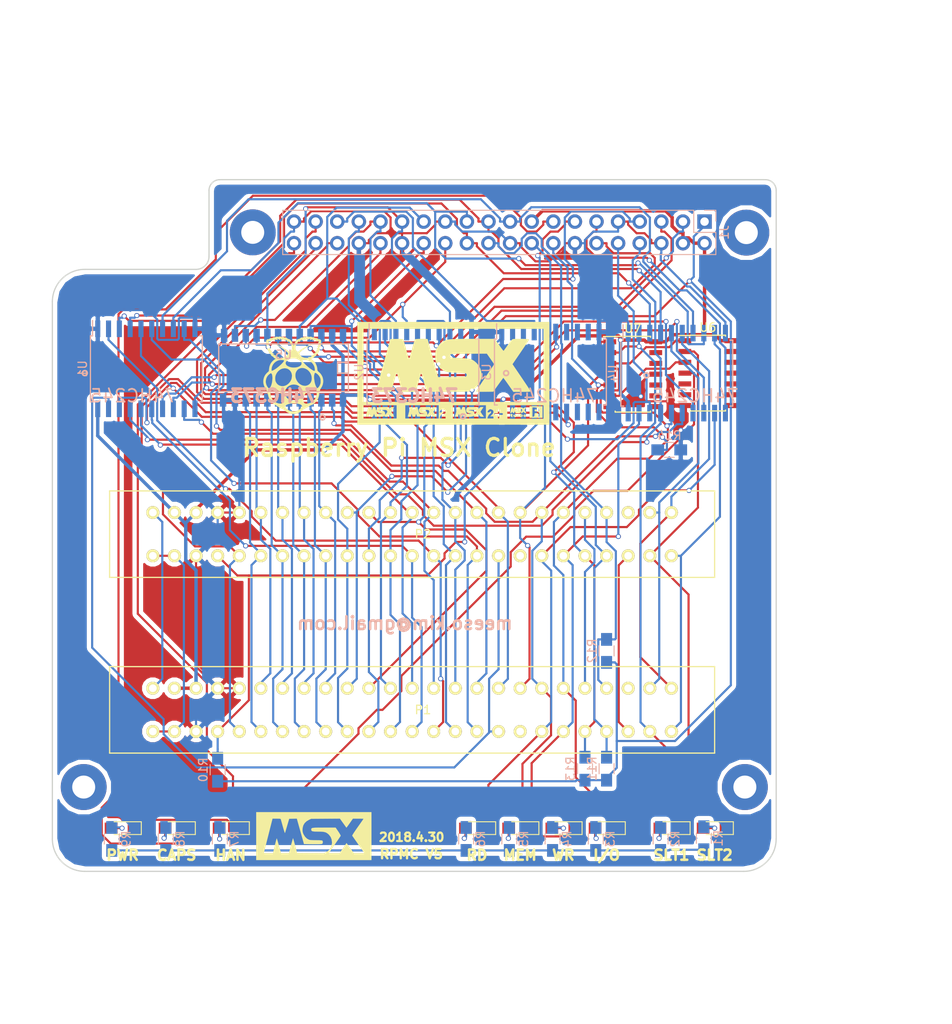
<source format=kicad_pcb>
(kicad_pcb (version 4) (host pcbnew 4.0.7)
  (layers (0 F.Cu signal) (31 B.Cu signal) (34 B.Paste user) (35 F.Paste user) (36 B.SilkS user) (37 F.SilkS user) (38 B.Mask user) (39 F.Mask user) (44 Edge.Cuts user))
  (net 0 "")
  (net 1 GND)
  (net 2 "Net-(U3-Pad9)")
  (net 3 +5V)
  (net 4 /RD3)
  (net 5 /RD4)
  (net 6 /RD6)
  (net 7 /RD7)
  (net 8 /CAPS)
  (net 9 /HAN)
  (net 10 /RD0)
  (net 11 /RD1)
  (net 12 /RD2)
  (net 13 /RD5)
  (net 14 /PWR)
  (net 15 /CS1)
  (net 16 /CS2)
  (net 17 /CS12)
  (net 18 /SLTSL1)
  (net 19 /RFSH)
  (net 20 /INT)
  (net 21 /M1)
  (net 22 /BUSDIR)
  (net 23 /IORQ)
  (net 24 /MREQ)
  (net 25 /WR)
  (net 26 /RD)
  (net 27 /RESET)
  (net 28 /A9)
  (net 29 /A15)
  (net 30 /A11)
  (net 31 /A10)
  (net 32 /A7)
  (net 33 /A6)
  (net 34 /A12)
  (net 35 /A8)
  (net 36 /A14)
  (net 37 /A13)
  (net 38 /A1)
  (net 39 /A0)
  (net 40 /A3)
  (net 41 /A2)
  (net 42 /A5)
  (net 43 /A4)
  (net 44 /D1)
  (net 45 /D0)
  (net 46 /D3)
  (net 47 /D2)
  (net 48 /D5)
  (net 49 /D4)
  (net 50 /D7)
  (net 51 /D6)
  (net 52 /CLK)
  (net 53 /+12V)
  (net 54 /SNDIN)
  (net 55 /SLTSL3)
  (net 56 +3V3)
  (net 57 "Net-(P1-Pad5)")
  (net 58 "Net-(P1-Pad16)")
  (net 59 "Net-(P2-Pad5)")
  (net 60 "Net-(P2-Pad16)")
  (net 61 /RA8)
  (net 62 /RA10)
  (net 63 /RA11)
  (net 64 /RA15)
  (net 65 /RA12)
  (net 66 /RA9)
  (net 67 /RA13)
  (net 68 /RA14)
  (net 69 "Net-(U3-Pad11)")
  (net 70 "Net-(U3-Pad12)")
  (net 71 "Net-(U3-Pad8)")
  (net 72 "Net-(D1-Pad2)")
  (net 73 "Net-(D2-Pad2)")
  (net 74 "Net-(D3-Pad2)")
  (net 75 "Net-(D4-Pad2)")
  (net 76 "Net-(D5-Pad2)")
  (net 77 "Net-(D6-Pad2)")
  (net 78 "Net-(D7-Pad2)")
  (net 79 "Net-(D8-Pad2)")
  (net 80 "Net-(D9-Pad2)")
  (net 81 /RC17)
  (net 82 /RC18)
  (net 83 /RC27)
  (net 84 /RC23)
  (net 85 /RC25)
  (net 86 /RC19)
  (net 87 /RC20)
  (net 88 /RC16)
  (net 89 "Net-(U3-Pad3)")
  (net 90 "Net-(U3-Pad5)")
  (net 91 "Net-(U3-Pad7)")
  (net 92 "Net-(U3-Pad13)")
  (net 93 "Net-(U3-Pad15)")
  (net 94 "Net-(U3-Pad17)")
  (net 95 /V3.3)
  (net 96 "Net-(U3-Pad2)")
  (net 97 "Net-(U3-Pad18)")
  (net 98 /nSLTSL3)
  (net 99 /nPWR)
  (module Mounting_Holes:MountingHole_2.7mm_Pad (layer F.Cu) (at 210.312 122.174)
    (fp_text reference REF4)
    (fp_text value MountingHole_2.7mm_Pad)
    (pad "" thru_hole circle (at 0 0) (size 5.4 5.4) (drill 2.7) (layers *.Cu *.Mask))
  )
  (module Mounting_Holes:MountingHole_2.7mm_Pad (layer F.Cu) (at 132.588 122.174)
    (fp_text reference REF3)
    (fp_text value MountingHole_2.7mm_Pad)
    (pad "" np_thru_hole circle (at 0 0) (size 5.4 5.4) (drill 2.7) (layers *.Cu *.Mask))
  )
  (module Mounting_Holes:MountingHole_2.7mm_Pad (layer F.Cu) (at 152.459 56.9925)
    (fp_text reference REF1)
    (fp_text value MountingHole_2.7mm_Pad)
    (pad "" thru_hole circle (at 0 0) (size 5.4 5.4) (drill 2.7) (layers *.Cu *.Mask))
  )
  (module MSX:MSX_SLOT (layer F.Cu) (at 172.466 113.101)
    (fp_text reference P1 (at 0 0) (layer F.SilkS))
    (fp_text value CONN_02X25)
    (pad 1 thru_hole circle (at 29.21 -2.54) (size 1.524 1.524) (drill 0.9) (layers *.Cu *.Mask F.SilkS) (net 15 /CS1))
    (pad 2 thru_hole circle (at 29.21 2.54) (size 1.524 1.524) (drill 0.9) (layers *.Cu *.Mask F.SilkS) (net 16 /CS2))
    (pad 3 thru_hole circle (at 26.67 -2.54) (size 1.524 1.524) (drill 0.9) (layers *.Cu *.Mask F.SilkS) (net 17 /CS12))
    (pad 4 thru_hole circle (at 26.67 2.54) (size 1.524 1.524) (drill 0.9) (layers *.Cu *.Mask F.SilkS) (net 18 /SLTSL1))
    (pad 5 thru_hole circle (at 24.13 -2.54) (size 1.524 1.524) (drill 0.9) (layers *.Cu *.Mask F.SilkS) (net 57 "Net-(P1-Pad5)"))
    (pad 6 thru_hole circle (at 24.13 2.54) (size 1.524 1.524) (drill 0.9) (layers *.Cu *.Mask F.SilkS) (net 19 /RFSH))
    (pad 7 thru_hole circle (at 21.59 -2.54) (size 1.524 1.524) (drill 0.9) (layers *.Cu *.Mask F.SilkS) (net 85 /RC25))
    (pad 8 thru_hole circle (at 21.59 2.54) (size 1.524 1.524) (drill 0.9) (layers *.Cu *.Mask F.SilkS) (net 20 /INT))
    (pad 9 thru_hole circle (at 19.05 -2.54) (size 1.524 1.524) (drill 0.9) (layers *.Cu *.Mask F.SilkS) (net 21 /M1))
    (pad 10 thru_hole circle (at 19.05 2.54) (size 1.524 1.524) (drill 0.9) (layers *.Cu *.Mask F.SilkS) (net 22 /BUSDIR))
    (pad 11 thru_hole circle (at 16.51 -2.54) (size 1.524 1.524) (drill 0.9) (layers *.Cu *.Mask F.SilkS) (net 23 /IORQ))
    (pad 12 thru_hole circle (at 16.51 2.54) (size 1.524 1.524) (drill 0.9) (layers *.Cu *.Mask F.SilkS) (net 24 /MREQ))
    (pad 13 thru_hole circle (at 13.97 -2.54) (size 1.524 1.524) (drill 0.9) (layers *.Cu *.Mask F.SilkS) (net 25 /WR))
    (pad 14 thru_hole circle (at 13.97 2.54) (size 1.524 1.524) (drill 0.9) (layers *.Cu *.Mask F.SilkS) (net 26 /RD))
    (pad 15 thru_hole circle (at 11.43 -2.54) (size 1.524 1.524) (drill 0.9) (layers *.Cu *.Mask F.SilkS) (net 27 /RESET))
    (pad 16 thru_hole circle (at 11.43 2.54) (size 1.524 1.524) (drill 0.9) (layers *.Cu *.Mask F.SilkS) (net 58 "Net-(P1-Pad16)"))
    (pad 17 thru_hole circle (at 8.89 -2.54) (size 1.524 1.524) (drill 0.9) (layers *.Cu *.Mask F.SilkS) (net 28 /A9))
    (pad 18 thru_hole circle (at 8.89 2.54) (size 1.524 1.524) (drill 0.9) (layers *.Cu *.Mask F.SilkS) (net 29 /A15))
    (pad 19 thru_hole circle (at 6.35 -2.54) (size 1.524 1.524) (drill 0.9) (layers *.Cu *.Mask F.SilkS) (net 30 /A11))
    (pad 20 thru_hole circle (at 6.35 2.54) (size 1.524 1.524) (drill 0.9) (layers *.Cu *.Mask F.SilkS) (net 31 /A10))
    (pad 21 thru_hole circle (at 3.81 -2.54) (size 1.524 1.524) (drill 0.9) (layers *.Cu *.Mask F.SilkS) (net 32 /A7))
    (pad 22 thru_hole circle (at 3.81 2.54) (size 1.524 1.524) (drill 0.9) (layers *.Cu *.Mask F.SilkS) (net 33 /A6))
    (pad 23 thru_hole circle (at 1.27 -2.54) (size 1.524 1.524) (drill 0.9) (layers *.Cu *.Mask F.SilkS) (net 34 /A12))
    (pad 24 thru_hole circle (at 1.27 2.54) (size 1.524 1.524) (drill 0.9) (layers *.Cu *.Mask F.SilkS) (net 35 /A8))
    (pad 25 thru_hole circle (at -1.27 -2.54) (size 1.524 1.524) (drill 0.9) (layers *.Cu *.Mask F.SilkS) (net 36 /A14))
    (pad 26 thru_hole circle (at -1.27 2.54) (size 1.524 1.524) (drill 0.9) (layers *.Cu *.Mask F.SilkS) (net 37 /A13))
    (pad 27 thru_hole circle (at -3.81 -2.54) (size 1.524 1.524) (drill 0.9) (layers *.Cu *.Mask F.SilkS) (net 38 /A1))
    (pad 28 thru_hole circle (at -3.81 2.54) (size 1.524 1.524) (drill 0.9) (layers *.Cu *.Mask F.SilkS) (net 39 /A0))
    (pad 29 thru_hole circle (at -6.35 -2.54) (size 1.524 1.524) (drill 0.9) (layers *.Cu *.Mask F.SilkS) (net 40 /A3))
    (pad 30 thru_hole circle (at -6.35 2.54) (size 1.524 1.524) (drill 0.9) (layers *.Cu *.Mask F.SilkS) (net 41 /A2))
    (pad 31 thru_hole circle (at -8.89 -2.54) (size 1.524 1.524) (drill 0.9) (layers *.Cu *.Mask F.SilkS) (net 42 /A5))
    (pad 32 thru_hole circle (at -8.89 2.54) (size 1.524 1.524) (drill 0.9) (layers *.Cu *.Mask F.SilkS) (net 43 /A4))
    (pad 33 thru_hole circle (at -11.43 -2.54) (size 1.524 1.524) (drill 0.9) (layers *.Cu *.Mask F.SilkS) (net 44 /D1))
    (pad 34 thru_hole circle (at -11.43 2.54) (size 1.524 1.524) (drill 0.9) (layers *.Cu *.Mask F.SilkS) (net 45 /D0))
    (pad 35 thru_hole circle (at -13.97 -2.54) (size 1.524 1.524) (drill 0.9) (layers *.Cu *.Mask F.SilkS) (net 46 /D3))
    (pad 36 thru_hole circle (at -13.97 2.54) (size 1.524 1.524) (drill 0.9) (layers *.Cu *.Mask F.SilkS) (net 47 /D2))
    (pad 37 thru_hole circle (at -16.51 -2.54) (size 1.524 1.524) (drill 0.9) (layers *.Cu *.Mask F.SilkS) (net 48 /D5))
    (pad 38 thru_hole circle (at -16.51 2.54) (size 1.524 1.524) (drill 0.9) (layers *.Cu *.Mask F.SilkS) (net 49 /D4))
    (pad 39 thru_hole circle (at -19.05 -2.54) (size 1.524 1.524) (drill 0.9) (layers *.Cu *.Mask F.SilkS) (net 50 /D7))
    (pad 40 thru_hole circle (at -19.05 2.54) (size 1.524 1.524) (drill 0.9) (layers *.Cu *.Mask F.SilkS) (net 51 /D6))
    (pad 41 thru_hole circle (at -21.59 -2.54) (size 1.524 1.524) (drill 0.9) (layers *.Cu *.Mask F.SilkS) (net 1 GND))
    (pad 42 thru_hole circle (at -21.59 2.54) (size 1.524 1.524) (drill 0.9) (layers *.Cu *.Mask F.SilkS) (net 52 /CLK))
    (pad 43 thru_hole circle (at -24.13 -2.54) (size 1.524 1.524) (drill 0.9) (layers *.Cu *.Mask F.SilkS) (net 1 GND))
    (pad 44 thru_hole circle (at -24.13 2.54) (size 1.524 1.524) (drill 0.9) (layers *.Cu *.Mask F.SilkS) (net 83 /RC27))
    (pad 45 thru_hole circle (at -26.67 -2.54) (size 1.524 1.524) (drill 0.9) (layers *.Cu *.Mask F.SilkS) (net 3 +5V))
    (pad 46 thru_hole circle (at -26.67 2.54) (size 1.524 1.524) (drill 0.9) (layers *.Cu *.Mask F.SilkS) (net 1 GND))
    (pad 47 thru_hole circle (at -29.21 -2.54) (size 1.524 1.524) (drill 0.9) (layers *.Cu *.Mask F.SilkS) (net 3 +5V))
    (pad 48 thru_hole circle (at -29.21 2.54) (size 1.524 1.524) (drill 0.9) (layers *.Cu *.Mask F.SilkS) (net 53 /+12V))
    (pad 49 thru_hole circle (at -31.75 -2.54) (size 1.524 1.524) (drill 0.9) (layers *.Cu *.Mask F.SilkS) (net 54 /SNDIN))
    (pad 50 thru_hole circle (at -31.75 2.54) (size 1.524 1.524) (drill 0.9) (layers *.Cu *.Mask F.SilkS) (net 53 /+12V))
  )
  (module MSX:MSX_SLOT (layer F.Cu) (at 172.466 92.456)
    (fp_text reference P2 (at 0 0) (layer F.SilkS))
    (fp_text value CONN_02X25)
    (pad 1 thru_hole circle (at 29.21 -2.54) (size 1.524 1.524) (drill 0.9) (layers *.Cu *.Mask F.SilkS) (net 15 /CS1))
    (pad 2 thru_hole circle (at 29.21 2.54) (size 1.524 1.524) (drill 0.9) (layers *.Cu *.Mask F.SilkS) (net 16 /CS2))
    (pad 3 thru_hole circle (at 26.67 -2.54) (size 1.524 1.524) (drill 0.9) (layers *.Cu *.Mask F.SilkS) (net 17 /CS12))
    (pad 4 thru_hole circle (at 26.67 2.54) (size 1.524 1.524) (drill 0.9) (layers *.Cu *.Mask F.SilkS) (net 55 /SLTSL3))
    (pad 5 thru_hole circle (at 24.13 -2.54) (size 1.524 1.524) (drill 0.9) (layers *.Cu *.Mask F.SilkS) (net 59 "Net-(P2-Pad5)"))
    (pad 6 thru_hole circle (at 24.13 2.54) (size 1.524 1.524) (drill 0.9) (layers *.Cu *.Mask F.SilkS) (net 19 /RFSH))
    (pad 7 thru_hole circle (at 21.59 -2.54) (size 1.524 1.524) (drill 0.9) (layers *.Cu *.Mask F.SilkS) (net 85 /RC25))
    (pad 8 thru_hole circle (at 21.59 2.54) (size 1.524 1.524) (drill 0.9) (layers *.Cu *.Mask F.SilkS) (net 20 /INT))
    (pad 9 thru_hole circle (at 19.05 -2.54) (size 1.524 1.524) (drill 0.9) (layers *.Cu *.Mask F.SilkS) (net 21 /M1))
    (pad 10 thru_hole circle (at 19.05 2.54) (size 1.524 1.524) (drill 0.9) (layers *.Cu *.Mask F.SilkS) (net 22 /BUSDIR))
    (pad 11 thru_hole circle (at 16.51 -2.54) (size 1.524 1.524) (drill 0.9) (layers *.Cu *.Mask F.SilkS) (net 23 /IORQ))
    (pad 12 thru_hole circle (at 16.51 2.54) (size 1.524 1.524) (drill 0.9) (layers *.Cu *.Mask F.SilkS) (net 24 /MREQ))
    (pad 13 thru_hole circle (at 13.97 -2.54) (size 1.524 1.524) (drill 0.9) (layers *.Cu *.Mask F.SilkS) (net 25 /WR))
    (pad 14 thru_hole circle (at 13.97 2.54) (size 1.524 1.524) (drill 0.9) (layers *.Cu *.Mask F.SilkS) (net 26 /RD))
    (pad 15 thru_hole circle (at 11.43 -2.54) (size 1.524 1.524) (drill 0.9) (layers *.Cu *.Mask F.SilkS) (net 27 /RESET))
    (pad 16 thru_hole circle (at 11.43 2.54) (size 1.524 1.524) (drill 0.9) (layers *.Cu *.Mask F.SilkS) (net 60 "Net-(P2-Pad16)"))
    (pad 17 thru_hole circle (at 8.89 -2.54) (size 1.524 1.524) (drill 0.9) (layers *.Cu *.Mask F.SilkS) (net 28 /A9))
    (pad 18 thru_hole circle (at 8.89 2.54) (size 1.524 1.524) (drill 0.9) (layers *.Cu *.Mask F.SilkS) (net 29 /A15))
    (pad 19 thru_hole circle (at 6.35 -2.54) (size 1.524 1.524) (drill 0.9) (layers *.Cu *.Mask F.SilkS) (net 30 /A11))
    (pad 20 thru_hole circle (at 6.35 2.54) (size 1.524 1.524) (drill 0.9) (layers *.Cu *.Mask F.SilkS) (net 31 /A10))
    (pad 21 thru_hole circle (at 3.81 -2.54) (size 1.524 1.524) (drill 0.9) (layers *.Cu *.Mask F.SilkS) (net 32 /A7))
    (pad 22 thru_hole circle (at 3.81 2.54) (size 1.524 1.524) (drill 0.9) (layers *.Cu *.Mask F.SilkS) (net 33 /A6))
    (pad 23 thru_hole circle (at 1.27 -2.54) (size 1.524 1.524) (drill 0.9) (layers *.Cu *.Mask F.SilkS) (net 34 /A12))
    (pad 24 thru_hole circle (at 1.27 2.54) (size 1.524 1.524) (drill 0.9) (layers *.Cu *.Mask F.SilkS) (net 35 /A8))
    (pad 25 thru_hole circle (at -1.27 -2.54) (size 1.524 1.524) (drill 0.9) (layers *.Cu *.Mask F.SilkS) (net 36 /A14))
    (pad 26 thru_hole circle (at -1.27 2.54) (size 1.524 1.524) (drill 0.9) (layers *.Cu *.Mask F.SilkS) (net 37 /A13))
    (pad 27 thru_hole circle (at -3.81 -2.54) (size 1.524 1.524) (drill 0.9) (layers *.Cu *.Mask F.SilkS) (net 38 /A1))
    (pad 28 thru_hole circle (at -3.81 2.54) (size 1.524 1.524) (drill 0.9) (layers *.Cu *.Mask F.SilkS) (net 39 /A0))
    (pad 29 thru_hole circle (at -6.35 -2.54) (size 1.524 1.524) (drill 0.9) (layers *.Cu *.Mask F.SilkS) (net 40 /A3))
    (pad 30 thru_hole circle (at -6.35 2.54) (size 1.524 1.524) (drill 0.9) (layers *.Cu *.Mask F.SilkS) (net 41 /A2))
    (pad 31 thru_hole circle (at -8.89 -2.54) (size 1.524 1.524) (drill 0.9) (layers *.Cu *.Mask F.SilkS) (net 42 /A5))
    (pad 32 thru_hole circle (at -8.89 2.54) (size 1.524 1.524) (drill 0.9) (layers *.Cu *.Mask F.SilkS) (net 43 /A4))
    (pad 33 thru_hole circle (at -11.43 -2.54) (size 1.524 1.524) (drill 0.9) (layers *.Cu *.Mask F.SilkS) (net 44 /D1))
    (pad 34 thru_hole circle (at -11.43 2.54) (size 1.524 1.524) (drill 0.9) (layers *.Cu *.Mask F.SilkS) (net 45 /D0))
    (pad 35 thru_hole circle (at -13.97 -2.54) (size 1.524 1.524) (drill 0.9) (layers *.Cu *.Mask F.SilkS) (net 46 /D3))
    (pad 36 thru_hole circle (at -13.97 2.54) (size 1.524 1.524) (drill 0.9) (layers *.Cu *.Mask F.SilkS) (net 47 /D2))
    (pad 37 thru_hole circle (at -16.51 -2.54) (size 1.524 1.524) (drill 0.9) (layers *.Cu *.Mask F.SilkS) (net 48 /D5))
    (pad 38 thru_hole circle (at -16.51 2.54) (size 1.524 1.524) (drill 0.9) (layers *.Cu *.Mask F.SilkS) (net 49 /D4))
    (pad 39 thru_hole circle (at -19.05 -2.54) (size 1.524 1.524) (drill 0.9) (layers *.Cu *.Mask F.SilkS) (net 50 /D7))
    (pad 40 thru_hole circle (at -19.05 2.54) (size 1.524 1.524) (drill 0.9) (layers *.Cu *.Mask F.SilkS) (net 51 /D6))
    (pad 41 thru_hole circle (at -21.59 -2.54) (size 1.524 1.524) (drill 0.9) (layers *.Cu *.Mask F.SilkS) (net 1 GND))
    (pad 42 thru_hole circle (at -21.59 2.54) (size 1.524 1.524) (drill 0.9) (layers *.Cu *.Mask F.SilkS) (net 52 /CLK))
    (pad 43 thru_hole circle (at -24.13 -2.54) (size 1.524 1.524) (drill 0.9) (layers *.Cu *.Mask F.SilkS) (net 1 GND))
    (pad 44 thru_hole circle (at -24.13 2.54) (size 1.524 1.524) (drill 0.9) (layers *.Cu *.Mask F.SilkS) (net 83 /RC27))
    (pad 45 thru_hole circle (at -26.67 -2.54) (size 1.524 1.524) (drill 0.9) (layers *.Cu *.Mask F.SilkS) (net 3 +5V))
    (pad 46 thru_hole circle (at -26.67 2.54) (size 1.524 1.524) (drill 0.9) (layers *.Cu *.Mask F.SilkS) (net 1 GND))
    (pad 47 thru_hole circle (at -29.21 -2.54) (size 1.524 1.524) (drill 0.9) (layers *.Cu *.Mask F.SilkS) (net 3 +5V))
    (pad 48 thru_hole circle (at -29.21 2.54) (size 1.524 1.524) (drill 0.9) (layers *.Cu *.Mask F.SilkS) (net 53 /+12V))
    (pad 49 thru_hole circle (at -31.75 -2.54) (size 1.524 1.524) (drill 0.9) (layers *.Cu *.Mask F.SilkS) (net 54 /SNDIN))
    (pad 50 thru_hole circle (at -31.75 2.54) (size 1.524 1.524) (drill 0.9) (layers *.Cu *.Mask F.SilkS) (net 53 /+12V))
  )
  (module LEDs:LED_0805_HandSoldering (layer F.Cu) (at 206.756 127 180)
    (fp_text reference D1 hide)
    (fp_text value Led_Small)
    (pad 1 smd rect (at -1.35 0 180) (size 1.5 1.3) (layers F.Cu F.Paste F.Mask) (net 55 /SLTSL3))
    (pad 2 smd rect (at 1.35 0 180) (size 1.5 1.3) (layers F.Cu F.Paste F.Mask) (net 72 "Net-(D1-Pad2)"))
  )
  (module LEDs:LED_0805_HandSoldering (layer F.Cu) (at 201.676 127 180)
    (fp_text reference D2 hide)
    (fp_text value Led_Small)
    (pad 1 smd rect (at -1.35 0 180) (size 1.5 1.3) (layers F.Cu F.Paste F.Mask) (net 18 /SLTSL1))
    (pad 2 smd rect (at 1.35 0 180) (size 1.5 1.3) (layers F.Cu F.Paste F.Mask) (net 73 "Net-(D2-Pad2)"))
  )
  (module LEDs:LED_0805_HandSoldering (layer F.Cu) (at 194.056 127 180)
    (fp_text reference D3 hide)
    (fp_text value Led_Small)
    (pad 1 smd rect (at -1.35 0 180) (size 1.5 1.3) (layers F.Cu F.Paste F.Mask) (net 23 /IORQ))
    (pad 2 smd rect (at 1.35 0 180) (size 1.5 1.3) (layers F.Cu F.Paste F.Mask) (net 74 "Net-(D3-Pad2)"))
  )
  (module LEDs:LED_0805_HandSoldering (layer F.Cu) (at 188.976 127 180)
    (fp_text reference D4 hide)
    (fp_text value Led_Small)
    (pad 1 smd rect (at -1.35 0 180) (size 1.5 1.3) (layers F.Cu F.Paste F.Mask) (net 25 /WR))
    (pad 2 smd rect (at 1.35 0 180) (size 1.5 1.3) (layers F.Cu F.Paste F.Mask) (net 75 "Net-(D4-Pad2)"))
  )
  (module LEDs:LED_0805_HandSoldering (layer F.Cu) (at 183.896 127 180)
    (fp_text reference D5 hide)
    (fp_text value Led_Small)
    (pad 1 smd rect (at -1.35 0 180) (size 1.5 1.3) (layers F.Cu F.Paste F.Mask) (net 24 /MREQ))
    (pad 2 smd rect (at 1.35 0 180) (size 1.5 1.3) (layers F.Cu F.Paste F.Mask) (net 76 "Net-(D5-Pad2)"))
  )
  (module LEDs:LED_0805_HandSoldering (layer F.Cu) (at 178.816 127 180)
    (fp_text reference D6 hide)
    (fp_text value Led_Small)
    (pad 1 smd rect (at -1.35 0 180) (size 1.5 1.3) (layers F.Cu F.Paste F.Mask) (net 26 /RD))
    (pad 2 smd rect (at 1.35 0 180) (size 1.5 1.3) (layers F.Cu F.Paste F.Mask) (net 77 "Net-(D6-Pad2)"))
  )
  (module LEDs:LED_0805_HandSoldering (layer F.Cu) (at 149.86 127 180)
    (fp_text reference D7 hide)
    (fp_text value Led_Small)
    (pad 1 smd rect (at -1.35 0 180) (size 1.5 1.3) (layers F.Cu F.Paste F.Mask) (net 9 /HAN))
    (pad 2 smd rect (at 1.35 0 180) (size 1.5 1.3) (layers F.Cu F.Paste F.Mask) (net 78 "Net-(D7-Pad2)"))
  )
  (module LEDs:LED_0805_HandSoldering (layer F.Cu) (at 143.51 127 180)
    (fp_text reference D8 hide)
    (fp_text value Led_Small)
    (pad 1 smd rect (at -1.35 0 180) (size 1.5 1.3) (layers F.Cu F.Paste F.Mask) (net 8 /CAPS))
    (pad 2 smd rect (at 1.35 0 180) (size 1.5 1.3) (layers F.Cu F.Paste F.Mask) (net 79 "Net-(D8-Pad2)"))
  )
  (module LEDs:LED_0805_HandSoldering (layer F.Cu) (at 137.16 127 180)
    (fp_text reference D9 hide)
    (fp_text value Led_Small)
    (pad 1 smd rect (at -1.35 0 180) (size 1.5 1.3) (layers F.Cu F.Paste F.Mask) (net 14 /PWR))
    (pad 2 smd rect (at 1.35 0 180) (size 1.5 1.3) (layers F.Cu F.Paste F.Mask) (net 80 "Net-(D9-Pad2)"))
  )
  (module Resistors_SMD:R_0805_HandSoldering (layer B.Cu) (at 205.486 128.19 90)
    (fp_text reference R1 (at 0 1.7 90) (layer B.SilkS) (effects (justify mirror)))
    (fp_text value R)
    (pad 1 smd rect (at -1.35 0 90) (size 1.5 1.3) (layers B.Cu B.Paste B.Mask) (net 95 /V3.3))
    (pad 2 smd rect (at 1.35 0 90) (size 1.5 1.3) (layers B.Cu B.Paste B.Mask) (net 72 "Net-(D1-Pad2)"))
  )
  (module Resistors_SMD:R_0805_HandSoldering (layer B.Cu) (at 200.406 128.27 90)
    (fp_text reference R2 (at 0 1.7 90) (layer B.SilkS) (effects (justify mirror)))
    (fp_text value R)
    (pad 1 smd rect (at -1.35 0 90) (size 1.5 1.3) (layers B.Cu B.Paste B.Mask) (net 95 /V3.3))
    (pad 2 smd rect (at 1.35 0 90) (size 1.5 1.3) (layers B.Cu B.Paste B.Mask) (net 73 "Net-(D2-Pad2)"))
  )
  (module Resistors_SMD:R_0805_HandSoldering (layer B.Cu) (at 192.786 128.27 90)
    (fp_text reference R3 (at 0 1.7 90) (layer B.SilkS) (effects (justify mirror)))
    (fp_text value R)
    (pad 1 smd rect (at -1.35 0 90) (size 1.5 1.3) (layers B.Cu B.Paste B.Mask) (net 95 /V3.3))
    (pad 2 smd rect (at 1.35 0 90) (size 1.5 1.3) (layers B.Cu B.Paste B.Mask) (net 74 "Net-(D3-Pad2)"))
  )
  (module Resistors_SMD:R_0805_HandSoldering (layer B.Cu) (at 187.706 128.27 90)
    (fp_text reference R4 (at 0 1.7 90) (layer B.SilkS) (effects (justify mirror)))
    (fp_text value R)
    (pad 1 smd rect (at -1.35 0 90) (size 1.5 1.3) (layers B.Cu B.Paste B.Mask) (net 95 /V3.3))
    (pad 2 smd rect (at 1.35 0 90) (size 1.5 1.3) (layers B.Cu B.Paste B.Mask) (net 75 "Net-(D4-Pad2)"))
  )
  (module Resistors_SMD:R_0805_HandSoldering (layer B.Cu) (at 182.626 128.27 90)
    (fp_text reference R5 (at 0 1.7 90) (layer B.SilkS) (effects (justify mirror)))
    (fp_text value R)
    (pad 1 smd rect (at -1.35 0 90) (size 1.5 1.3) (layers B.Cu B.Paste B.Mask) (net 95 /V3.3))
    (pad 2 smd rect (at 1.35 0 90) (size 1.5 1.3) (layers B.Cu B.Paste B.Mask) (net 76 "Net-(D5-Pad2)"))
  )
  (module Resistors_SMD:R_0805_HandSoldering (layer B.Cu) (at 177.546 128.27 90)
    (fp_text reference R6 (at 0 1.7 90) (layer B.SilkS) (effects (justify mirror)))
    (fp_text value R)
    (pad 1 smd rect (at -1.35 0 90) (size 1.5 1.3) (layers B.Cu B.Paste B.Mask) (net 95 /V3.3))
    (pad 2 smd rect (at 1.35 0 90) (size 1.5 1.3) (layers B.Cu B.Paste B.Mask) (net 77 "Net-(D6-Pad2)"))
  )
  (module Resistors_SMD:R_0805_HandSoldering (layer B.Cu) (at 148.59 128.27 90)
    (fp_text reference R7 (at 0 1.7 90) (layer B.SilkS) (effects (justify mirror)))
    (fp_text value R)
    (pad 1 smd rect (at -1.35 0 90) (size 1.5 1.3) (layers B.Cu B.Paste B.Mask) (net 95 /V3.3))
    (pad 2 smd rect (at 1.35 0 90) (size 1.5 1.3) (layers B.Cu B.Paste B.Mask) (net 78 "Net-(D7-Pad2)"))
  )
  (module Resistors_SMD:R_0805_HandSoldering (layer B.Cu) (at 142.24 128.27 90)
    (fp_text reference R8 (at 0 1.7 90) (layer B.SilkS) (effects (justify mirror)))
    (fp_text value R)
    (pad 1 smd rect (at -1.35 0 90) (size 1.5 1.3) (layers B.Cu B.Paste B.Mask) (net 95 /V3.3))
    (pad 2 smd rect (at 1.35 0 90) (size 1.5 1.3) (layers B.Cu B.Paste B.Mask) (net 79 "Net-(D8-Pad2)"))
  )
  (module Resistors_SMD:R_0805_HandSoldering (layer B.Cu) (at 135.89 128.27 90)
    (fp_text reference R9 (at 0 1.7 90) (layer B.SilkS) (effects (justify mirror)))
    (fp_text value R)
    (pad 1 smd rect (at -1.35 0 90) (size 1.5 1.3) (layers B.Cu B.Paste B.Mask) (net 95 /V3.3))
    (pad 2 smd rect (at 1.35 0 90) (size 1.5 1.3) (layers B.Cu B.Paste B.Mask) (net 80 "Net-(D9-Pad2)"))
  )
  (module MSX:LOGO (layer F.Cu) (at 159.639 127.9144)
    (fp_text reference G*** hide)
    (fp_text value LOGO hide)
  )
  (module Mounting_Holes:MountingHole_2.7mm_Pad (layer F.Cu) (at 210.483 57.023)
    (fp_text reference REF2)
    (fp_text value MountingHole_2.7mm_Pad)
    (pad "" thru_hole circle (at 0 0) (size 5.4 5.4) (drill 2.7) (layers *.Cu *.Mask))
  )
  (module 8BIT:raspberry_pi_logo (layer F.Cu) (at 157.226 73.787)
    (fp_text reference G1 hide)
    (fp_text value LOGO hide)
  )
  (module 8BIT:msx_msx2_msx+logo (layer F.Cu) (at 176.022 73.533)
    (fp_text reference G2 hide)
    (fp_text value LOGO hide)
  )
  (module Socket_Strips:Socket_Strip_Straight_2x20_Pitch2.54mm (layer B.Cu) (at 205.572 55.7276 90)
    (fp_text reference J1 (at -1.27 2.33 90) (layer B.SilkS) (effects (justify mirror)))
    (fp_text value RPi_GPIO)
    (pad 1 thru_hole rect (at 0 0 90) (size 1.7 1.7) (drill 1) (layers *.Cu *.Mask) (net 56 +3V3))
    (pad 2 thru_hole oval (at -2.54 0 90) (size 1.7 1.7) (drill 1) (layers *.Cu *.Mask) (net 3 +5V))
    (pad 3 thru_hole oval (at 0 -2.54 90) (size 1.7 1.7) (drill 1) (layers *.Cu *.Mask) (net 12 /RD2))
    (pad 4 thru_hole oval (at -2.54 -2.54 90) (size 1.7 1.7) (drill 1) (layers *.Cu *.Mask) (net 3 +5V))
    (pad 5 thru_hole oval (at 0 -5.08 90) (size 1.7 1.7) (drill 1) (layers *.Cu *.Mask) (net 4 /RD3))
    (pad 6 thru_hole oval (at -2.54 -5.08 90) (size 1.7 1.7) (drill 1) (layers *.Cu *.Mask) (net 1 GND))
    (pad 7 thru_hole oval (at 0 -7.62 90) (size 1.7 1.7) (drill 1) (layers *.Cu *.Mask) (net 5 /RD4))
    (pad 8 thru_hole oval (at -2.54 -7.62 90) (size 1.7 1.7) (drill 1) (layers *.Cu *.Mask) (net 68 /RA14))
    (pad 9 thru_hole oval (at 0 -10.16 90) (size 1.7 1.7) (drill 1) (layers *.Cu *.Mask) (net 1 GND))
    (pad 10 thru_hole oval (at -2.54 -10.16 90) (size 1.7 1.7) (drill 1) (layers *.Cu *.Mask) (net 64 /RA15))
    (pad 11 thru_hole oval (at 0 -12.7 90) (size 1.7 1.7) (drill 1) (layers *.Cu *.Mask) (net 81 /RC17))
    (pad 12 thru_hole oval (at -2.54 -12.7 90) (size 1.7 1.7) (drill 1) (layers *.Cu *.Mask) (net 82 /RC18))
    (pad 13 thru_hole oval (at 0 -15.24 90) (size 1.7 1.7) (drill 1) (layers *.Cu *.Mask) (net 83 /RC27))
    (pad 14 thru_hole oval (at -2.54 -15.24 90) (size 1.7 1.7) (drill 1) (layers *.Cu *.Mask) (net 1 GND))
    (pad 15 thru_hole oval (at 0 -17.78 90) (size 1.7 1.7) (drill 1) (layers *.Cu *.Mask) (net 8 /CAPS))
    (pad 16 thru_hole oval (at -2.54 -17.78 90) (size 1.7 1.7) (drill 1) (layers *.Cu *.Mask) (net 84 /RC23))
    (pad 17 thru_hole oval (at 0 -20.32 90) (size 1.7 1.7) (drill 1) (layers *.Cu *.Mask) (net 3 +5V))
    (pad 18 thru_hole oval (at -2.54 -20.32 90) (size 1.7 1.7) (drill 1) (layers *.Cu *.Mask) (net 20 /INT))
    (pad 19 thru_hole oval (at 0 -22.86 90) (size 1.7 1.7) (drill 1) (layers *.Cu *.Mask) (net 62 /RA10))
    (pad 20 thru_hole oval (at -2.54 -22.86 90) (size 1.7 1.7) (drill 1) (layers *.Cu *.Mask) (net 1 GND))
    (pad 21 thru_hole oval (at 0 -25.4 90) (size 1.7 1.7) (drill 1) (layers *.Cu *.Mask) (net 66 /RA9))
    (pad 22 thru_hole oval (at -2.54 -25.4 90) (size 1.7 1.7) (drill 1) (layers *.Cu *.Mask) (net 85 /RC25))
    (pad 23 thru_hole oval (at 0 -27.94 90) (size 1.7 1.7) (drill 1) (layers *.Cu *.Mask) (net 63 /RA11))
    (pad 24 thru_hole oval (at -2.54 -27.94 90) (size 1.7 1.7) (drill 1) (layers *.Cu *.Mask) (net 61 /RA8))
    (pad 25 thru_hole oval (at 0 -30.48 90) (size 1.7 1.7) (drill 1) (layers *.Cu *.Mask) (net 1 GND))
    (pad 26 thru_hole oval (at -2.54 -30.48 90) (size 1.7 1.7) (drill 1) (layers *.Cu *.Mask) (net 7 /RD7))
    (pad 27 thru_hole oval (at 0 -33.02 90) (size 1.7 1.7) (drill 1) (layers *.Cu *.Mask) (net 10 /RD0))
    (pad 28 thru_hole oval (at -2.54 -33.02 90) (size 1.7 1.7) (drill 1) (layers *.Cu *.Mask) (net 11 /RD1))
    (pad 29 thru_hole oval (at 0 -35.56 90) (size 1.7 1.7) (drill 1) (layers *.Cu *.Mask) (net 13 /RD5))
    (pad 30 thru_hole oval (at -2.54 -35.56 90) (size 1.7 1.7) (drill 1) (layers *.Cu *.Mask) (net 1 GND))
    (pad 31 thru_hole oval (at 0 -38.1 90) (size 1.7 1.7) (drill 1) (layers *.Cu *.Mask) (net 6 /RD6))
    (pad 32 thru_hole oval (at -2.54 -38.1 90) (size 1.7 1.7) (drill 1) (layers *.Cu *.Mask) (net 65 /RA12))
    (pad 33 thru_hole oval (at 0 -40.64 90) (size 1.7 1.7) (drill 1) (layers *.Cu *.Mask) (net 67 /RA13))
    (pad 34 thru_hole oval (at -2.54 -40.64 90) (size 1.7 1.7) (drill 1) (layers *.Cu *.Mask) (net 1 GND))
    (pad 35 thru_hole oval (at 0 -43.18 90) (size 1.7 1.7) (drill 1) (layers *.Cu *.Mask) (net 86 /RC19))
    (pad 36 thru_hole oval (at -2.54 -43.18 90) (size 1.7 1.7) (drill 1) (layers *.Cu *.Mask) (net 88 /RC16))
    (pad 37 thru_hole oval (at 0 -45.72 90) (size 1.7 1.7) (drill 1) (layers *.Cu *.Mask) (net 22 /BUSDIR))
    (pad 38 thru_hole oval (at -2.54 -45.72 90) (size 1.7 1.7) (drill 1) (layers *.Cu *.Mask) (net 87 /RC20))
    (pad 39 thru_hole oval (at 0 -48.26 90) (size 1.7 1.7) (drill 1) (layers *.Cu *.Mask) (net 1 GND))
    (pad 40 thru_hole oval (at -2.54 -48.26 90) (size 1.7 1.7) (drill 1) (layers *.Cu *.Mask) (net 9 /HAN))
  )
  (module Resistors_SMD:R_0805_HandSoldering (layer B.Cu) (at 148.336 120.142 270)
    (fp_text reference R10 (at 0 1.7 270) (layer B.SilkS) (effects (justify mirror)))
    (fp_text value R)
    (pad 1 smd rect (at -1.35 0 270) (size 1.5 1.3) (layers B.Cu B.Paste B.Mask) (net 83 /RC27))
    (pad 2 smd rect (at 1.35 0 270) (size 1.5 1.3) (layers B.Cu B.Paste B.Mask) (net 56 +3V3))
  )
  (module Resistors_SMD:R_0805_HandSoldering (layer B.Cu) (at 194.056 120.015 270)
    (fp_text reference R11 (at 0 1.7 270) (layer B.SilkS) (effects (justify mirror)))
    (fp_text value R)
    (pad 1 smd rect (at -1.35 0 270) (size 1.5 1.3) (layers B.Cu B.Paste B.Mask) (net 20 /INT))
    (pad 2 smd rect (at 1.35 0 270) (size 1.5 1.3) (layers B.Cu B.Paste B.Mask) (net 56 +3V3))
  )
  (module Resistors_SMD:R_0805_HandSoldering (layer B.Cu) (at 194.056 106.172 270)
    (fp_text reference R12 (at 0 1.7 270) (layer B.SilkS) (effects (justify mirror)))
    (fp_text value R)
    (pad 1 smd rect (at -1.35 0 270) (size 1.5 1.3) (layers B.Cu B.Paste B.Mask) (net 85 /RC25))
    (pad 2 smd rect (at 1.35 0 270) (size 1.5 1.3) (layers B.Cu B.Paste B.Mask) (net 56 +3V3))
  )
  (module Resistors_SMD:R_0805_HandSoldering (layer B.Cu) (at 191.516 120.015 270)
    (fp_text reference R13 (at 0 1.7 270) (layer B.SilkS) (effects (justify mirror)))
    (fp_text value R)
    (pad 1 smd rect (at -1.35 0 270) (size 1.5 1.3) (layers B.Cu B.Paste B.Mask) (net 22 /BUSDIR))
    (pad 2 smd rect (at 1.35 0 270) (size 1.5 1.3) (layers B.Cu B.Paste B.Mask) (net 56 +3V3))
  )
  (module Resistors_SMD:R_0805_HandSoldering (layer B.Cu) (at 201.422 82.55 180)
    (fp_text reference R14 (at 0 1.7 180) (layer B.SilkS) (effects (justify mirror)))
    (fp_text value R)
    (pad 1 smd rect (at -1.35 0 180) (size 1.5 1.3) (layers B.Cu B.Paste B.Mask) (net 1 GND))
    (pad 2 smd rect (at 1.35 0 180) (size 1.5 1.3) (layers B.Cu B.Paste B.Mask) (net 84 /RC23))
  )
  (module Housings_SOIC:SOIC-20W_7.5x12.8mm_Pitch1.27mm (layer B.Cu) (at 139.954 73.024 270)
    (fp_text reference U1 (at 0 7.5 270) (layer B.SilkS) (effects (justify mirror)))
    (fp_text value 74LS373)
    (pad 1 smd rect (at -4.7 5.715 270) (size 1.95 0.6) (layers B.Cu B.Paste B.Mask) (net 1 GND))
    (pad 2 smd rect (at -4.7 4.445 270) (size 1.95 0.6) (layers B.Cu B.Paste B.Mask) (net 35 /A8))
    (pad 3 smd rect (at -4.7 3.175 270) (size 1.95 0.6) (layers B.Cu B.Paste B.Mask) (net 61 /RA8))
    (pad 4 smd rect (at -4.7 1.905 270) (size 1.95 0.6) (layers B.Cu B.Paste B.Mask) (net 66 /RA9))
    (pad 5 smd rect (at -4.7 0.635 270) (size 1.95 0.6) (layers B.Cu B.Paste B.Mask) (net 28 /A9))
    (pad 6 smd rect (at -4.7 -0.635 270) (size 1.95 0.6) (layers B.Cu B.Paste B.Mask) (net 31 /A10))
    (pad 7 smd rect (at -4.7 -1.905 270) (size 1.95 0.6) (layers B.Cu B.Paste B.Mask) (net 62 /RA10))
    (pad 8 smd rect (at -4.7 -3.175 270) (size 1.95 0.6) (layers B.Cu B.Paste B.Mask) (net 63 /RA11))
    (pad 9 smd rect (at -4.7 -4.445 270) (size 1.95 0.6) (layers B.Cu B.Paste B.Mask) (net 30 /A11))
    (pad 10 smd rect (at -4.7 -5.715 270) (size 1.95 0.6) (layers B.Cu B.Paste B.Mask) (net 1 GND))
    (pad 11 smd rect (at 4.7 -5.715 270) (size 1.95 0.6) (layers B.Cu B.Paste B.Mask) (net 88 /RC16))
    (pad 12 smd rect (at 4.7 -4.445 270) (size 1.95 0.6) (layers B.Cu B.Paste B.Mask) (net 34 /A12))
    (pad 13 smd rect (at 4.7 -3.175 270) (size 1.95 0.6) (layers B.Cu B.Paste B.Mask) (net 65 /RA12))
    (pad 14 smd rect (at 4.7 -1.905 270) (size 1.95 0.6) (layers B.Cu B.Paste B.Mask) (net 67 /RA13))
    (pad 15 smd rect (at 4.7 -0.635 270) (size 1.95 0.6) (layers B.Cu B.Paste B.Mask) (net 37 /A13))
    (pad 16 smd rect (at 4.7 0.635 270) (size 1.95 0.6) (layers B.Cu B.Paste B.Mask) (net 36 /A14))
    (pad 17 smd rect (at 4.7 1.905 270) (size 1.95 0.6) (layers B.Cu B.Paste B.Mask) (net 68 /RA14))
    (pad 18 smd rect (at 4.7 3.175 270) (size 1.95 0.6) (layers B.Cu B.Paste B.Mask) (net 64 /RA15))
    (pad 19 smd rect (at 4.7 4.445 270) (size 1.95 0.6) (layers B.Cu B.Paste B.Mask) (net 29 /A15))
    (pad 20 smd rect (at 4.7 5.715 270) (size 1.95 0.6) (layers B.Cu B.Paste B.Mask) (net 3 +5V))
  )
  (module Housings_SOIC:SOIC-20W_7.5x12.8mm_Pitch1.27mm (layer B.Cu) (at 172.466 73.405 270)
    (fp_text reference U2 (at 0 7.5 270) (layer B.SilkS) (effects (justify mirror)))
    (fp_text value 74LS373)
    (pad 1 smd rect (at -4.7 5.715 270) (size 1.95 0.6) (layers B.Cu B.Paste B.Mask) (net 1 GND))
    (pad 2 smd rect (at -4.7 4.445 270) (size 1.95 0.6) (layers B.Cu B.Paste B.Mask) (net 33 /A6))
    (pad 3 smd rect (at -4.7 3.175 270) (size 1.95 0.6) (layers B.Cu B.Paste B.Mask) (net 6 /RD6))
    (pad 4 smd rect (at -4.7 1.905 270) (size 1.95 0.6) (layers B.Cu B.Paste B.Mask) (net 7 /RD7))
    (pad 5 smd rect (at -4.7 0.635 270) (size 1.95 0.6) (layers B.Cu B.Paste B.Mask) (net 32 /A7))
    (pad 6 smd rect (at -4.7 -0.635 270) (size 1.95 0.6) (layers B.Cu B.Paste B.Mask) (net 43 /A4))
    (pad 7 smd rect (at -4.7 -1.905 270) (size 1.95 0.6) (layers B.Cu B.Paste B.Mask) (net 5 /RD4))
    (pad 8 smd rect (at -4.7 -3.175 270) (size 1.95 0.6) (layers B.Cu B.Paste B.Mask) (net 13 /RD5))
    (pad 9 smd rect (at -4.7 -4.445 270) (size 1.95 0.6) (layers B.Cu B.Paste B.Mask) (net 42 /A5))
    (pad 10 smd rect (at -4.7 -5.715 270) (size 1.95 0.6) (layers B.Cu B.Paste B.Mask) (net 1 GND))
    (pad 11 smd rect (at 4.7 -5.715 270) (size 1.95 0.6) (layers B.Cu B.Paste B.Mask) (net 88 /RC16))
    (pad 12 smd rect (at 4.7 -4.445 270) (size 1.95 0.6) (layers B.Cu B.Paste B.Mask) (net 41 /A2))
    (pad 13 smd rect (at 4.7 -3.175 270) (size 1.95 0.6) (layers B.Cu B.Paste B.Mask) (net 12 /RD2))
    (pad 14 smd rect (at 4.7 -1.905 270) (size 1.95 0.6) (layers B.Cu B.Paste B.Mask) (net 4 /RD3))
    (pad 15 smd rect (at 4.7 -0.635 270) (size 1.95 0.6) (layers B.Cu B.Paste B.Mask) (net 40 /A3))
    (pad 16 smd rect (at 4.7 0.635 270) (size 1.95 0.6) (layers B.Cu B.Paste B.Mask) (net 39 /A0))
    (pad 17 smd rect (at 4.7 1.905 270) (size 1.95 0.6) (layers B.Cu B.Paste B.Mask) (net 10 /RD0))
    (pad 18 smd rect (at 4.7 3.175 270) (size 1.95 0.6) (layers B.Cu B.Paste B.Mask) (net 11 /RD1))
    (pad 19 smd rect (at 4.7 4.445 270) (size 1.95 0.6) (layers B.Cu B.Paste B.Mask) (net 38 /A1))
    (pad 20 smd rect (at 4.7 5.715 270) (size 1.95 0.6) (layers B.Cu B.Paste B.Mask) (net 3 +5V))
  )
  (module Housings_SOIC:SOIC-20W_7.5x12.8mm_Pitch1.27mm (layer B.Cu) (at 187.452 73.405 270)
    (fp_text reference U3 (at 0 7.5 270) (layer B.SilkS) (effects (justify mirror)))
    (fp_text value 74HC244)
    (pad 1 smd rect (at -4.7 5.715 270) (size 1.95 0.6) (layers B.Cu B.Paste B.Mask) (net 1 GND))
    (pad 2 smd rect (at -4.7 4.445 270) (size 1.95 0.6) (layers B.Cu B.Paste B.Mask) (net 96 "Net-(U3-Pad2)"))
    (pad 3 smd rect (at -4.7 3.175 270) (size 1.95 0.6) (layers B.Cu B.Paste B.Mask) (net 89 "Net-(U3-Pad3)"))
    (pad 4 smd rect (at -4.7 1.905 270) (size 1.95 0.6) (layers B.Cu B.Paste B.Mask) (net 86 /RC19))
    (pad 5 smd rect (at -4.7 0.635 270) (size 1.95 0.6) (layers B.Cu B.Paste B.Mask) (net 90 "Net-(U3-Pad5)"))
    (pad 6 smd rect (at -4.7 -0.635 270) (size 1.95 0.6) (layers B.Cu B.Paste B.Mask) (net 87 /RC20))
    (pad 7 smd rect (at -4.7 -1.905 270) (size 1.95 0.6) (layers B.Cu B.Paste B.Mask) (net 91 "Net-(U3-Pad7)"))
    (pad 8 smd rect (at -4.7 -3.175 270) (size 1.95 0.6) (layers B.Cu B.Paste B.Mask) (net 71 "Net-(U3-Pad8)"))
    (pad 9 smd rect (at -4.7 -4.445 270) (size 1.95 0.6) (layers B.Cu B.Paste B.Mask) (net 2 "Net-(U3-Pad9)"))
    (pad 10 smd rect (at -4.7 -5.715 270) (size 1.95 0.6) (layers B.Cu B.Paste B.Mask) (net 1 GND))
    (pad 11 smd rect (at 4.7 -5.715 270) (size 1.95 0.6) (layers B.Cu B.Paste B.Mask) (net 69 "Net-(U3-Pad11)"))
    (pad 12 smd rect (at 4.7 -4.445 270) (size 1.95 0.6) (layers B.Cu B.Paste B.Mask) (net 70 "Net-(U3-Pad12)"))
    (pad 13 smd rect (at 4.7 -3.175 270) (size 1.95 0.6) (layers B.Cu B.Paste B.Mask) (net 92 "Net-(U3-Pad13)"))
    (pad 14 smd rect (at 4.7 -1.905 270) (size 1.95 0.6) (layers B.Cu B.Paste B.Mask) (net 52 /CLK))
    (pad 15 smd rect (at 4.7 -0.635 270) (size 1.95 0.6) (layers B.Cu B.Paste B.Mask) (net 93 "Net-(U3-Pad15)"))
    (pad 16 smd rect (at 4.7 0.635 270) (size 1.95 0.6) (layers B.Cu B.Paste B.Mask) (net 27 /RESET))
    (pad 17 smd rect (at 4.7 1.905 270) (size 1.95 0.6) (layers B.Cu B.Paste B.Mask) (net 94 "Net-(U3-Pad17)"))
    (pad 18 smd rect (at 4.7 3.175 270) (size 1.95 0.6) (layers B.Cu B.Paste B.Mask) (net 97 "Net-(U3-Pad18)"))
    (pad 19 smd rect (at 4.7 4.445 270) (size 1.95 0.6) (layers B.Cu B.Paste B.Mask) (net 1 GND))
    (pad 20 smd rect (at 4.7 5.715 270) (size 1.95 0.6) (layers B.Cu B.Paste B.Mask) (net 3 +5V))
  )
  (module Housings_SOIC:SOIC-20W_7.5x12.8mm_Pitch1.27mm (layer B.Cu) (at 202.311 73.532 270)
    (fp_text reference U4 (at 0 7.5 270) (layer B.SilkS) (effects (justify mirror)))
    (fp_text value 74LS373)
    (pad 1 smd rect (at -4.7 5.715 270) (size 1.95 0.6) (layers B.Cu B.Paste B.Mask) (net 1 GND))
    (pad 2 smd rect (at -4.7 4.445 270) (size 1.95 0.6) (layers B.Cu B.Paste B.Mask) (net 18 /SLTSL1))
    (pad 3 smd rect (at -4.7 3.175 270) (size 1.95 0.6) (layers B.Cu B.Paste B.Mask) (net 61 /RA8))
    (pad 4 smd rect (at -4.7 1.905 270) (size 1.95 0.6) (layers B.Cu B.Paste B.Mask) (net 66 /RA9))
    (pad 5 smd rect (at -4.7 0.635 270) (size 1.95 0.6) (layers B.Cu B.Paste B.Mask) (net 17 /CS12))
    (pad 6 smd rect (at -4.7 -0.635 270) (size 1.95 0.6) (layers B.Cu B.Paste B.Mask) (net 15 /CS1))
    (pad 7 smd rect (at -4.7 -1.905 270) (size 1.95 0.6) (layers B.Cu B.Paste B.Mask) (net 62 /RA10))
    (pad 8 smd rect (at -4.7 -3.175 270) (size 1.95 0.6) (layers B.Cu B.Paste B.Mask) (net 63 /RA11))
    (pad 9 smd rect (at -4.7 -4.445 270) (size 1.95 0.6) (layers B.Cu B.Paste B.Mask) (net 16 /CS2))
    (pad 10 smd rect (at -4.7 -5.715 270) (size 1.95 0.6) (layers B.Cu B.Paste B.Mask) (net 1 GND))
    (pad 11 smd rect (at 4.7 -5.715 270) (size 1.95 0.6) (layers B.Cu B.Paste B.Mask) (net 81 /RC17))
    (pad 12 smd rect (at 4.7 -4.445 270) (size 1.95 0.6) (layers B.Cu B.Paste B.Mask) (net 26 /RD))
    (pad 13 smd rect (at 4.7 -3.175 270) (size 1.95 0.6) (layers B.Cu B.Paste B.Mask) (net 65 /RA12))
    (pad 14 smd rect (at 4.7 -1.905 270) (size 1.95 0.6) (layers B.Cu B.Paste B.Mask) (net 67 /RA13))
    (pad 15 smd rect (at 4.7 -0.635 270) (size 1.95 0.6) (layers B.Cu B.Paste B.Mask) (net 25 /WR))
    (pad 16 smd rect (at 4.7 0.635 270) (size 1.95 0.6) (layers B.Cu B.Paste B.Mask) (net 23 /IORQ))
    (pad 17 smd rect (at 4.7 1.905 270) (size 1.95 0.6) (layers B.Cu B.Paste B.Mask) (net 68 /RA14))
    (pad 18 smd rect (at 4.7 3.175 270) (size 1.95 0.6) (layers B.Cu B.Paste B.Mask) (net 64 /RA15))
    (pad 19 smd rect (at 4.7 4.445 270) (size 1.95 0.6) (layers B.Cu B.Paste B.Mask) (net 24 /MREQ))
    (pad 20 smd rect (at 4.7 5.715 270) (size 1.95 0.6) (layers B.Cu B.Paste B.Mask) (net 3 +5V))
  )
  (module SMD_Packages:SOIC-24 (layer B.Cu) (at 156.083 72.898 180)
    (fp_text reference U5 (at 0 1.524 180) (layer B.SilkS) (effects (justify mirror)))
    (fp_text value LVC4245)
    (pad 1 smd rect (at -6.985 -3.81 180) (size 0.762 1.524) (layers B.Cu B.Paste B.Mask) (net 3 +5V))
    (pad 2 smd rect (at -5.715 -3.81 180) (size 0.762 1.524) (layers B.Cu B.Paste B.Mask) (net 25 /WR))
    (pad 3 smd rect (at -4.445 -3.81 180) (size 0.762 1.524) (layers B.Cu B.Paste B.Mask) (net 44 /D1))
    (pad 4 smd rect (at -3.175 -3.81 180) (size 0.762 1.524) (layers B.Cu B.Paste B.Mask) (net 45 /D0))
    (pad 5 smd rect (at -1.905 -3.81 180) (size 0.762 1.524) (layers B.Cu B.Paste B.Mask) (net 46 /D3))
    (pad 6 smd rect (at -0.635 -3.81 180) (size 0.762 1.524) (layers B.Cu B.Paste B.Mask) (net 47 /D2))
    (pad 7 smd rect (at 0.635 -3.81 180) (size 0.762 1.524) (layers B.Cu B.Paste B.Mask) (net 48 /D5))
    (pad 8 smd rect (at 1.905 -3.81 180) (size 0.762 1.524) (layers B.Cu B.Paste B.Mask) (net 49 /D4))
    (pad 9 smd rect (at 3.175 -3.81 180) (size 0.762 1.524) (layers B.Cu B.Paste B.Mask) (net 50 /D7))
    (pad 10 smd rect (at 4.445 -3.81 180) (size 0.762 1.524) (layers B.Cu B.Paste B.Mask) (net 51 /D6))
    (pad 11 smd rect (at 5.715 -3.81 180) (size 0.762 1.524) (layers B.Cu B.Paste B.Mask) (net 1 GND))
    (pad 12 smd rect (at 7.112 -3.81 180) (size 0.762 1.524) (layers B.Cu B.Paste B.Mask) (net 1 GND))
    (pad 24 smd rect (at -6.985 3.81 180) (size 0.762 1.524) (layers B.Cu B.Paste B.Mask) (net 56 +3V3))
    (pad 23 smd rect (at -5.715 3.81 180) (size 0.762 1.524) (layers B.Cu B.Paste B.Mask) (net 3 +5V))
    (pad 22 smd rect (at -4.445 3.81 180) (size 0.762 1.524) (layers B.Cu B.Paste B.Mask) (net 82 /RC18))
    (pad 21 smd rect (at -3.175 3.81 180) (size 0.762 1.524) (layers B.Cu B.Paste B.Mask) (net 11 /RD1))
    (pad 20 smd rect (at -1.905 3.81 180) (size 0.762 1.524) (layers B.Cu B.Paste B.Mask) (net 10 /RD0))
    (pad 19 smd rect (at -0.635 3.81 180) (size 0.762 1.524) (layers B.Cu B.Paste B.Mask) (net 4 /RD3))
    (pad 18 smd rect (at 0.635 3.81 180) (size 0.762 1.524) (layers B.Cu B.Paste B.Mask) (net 12 /RD2))
    (pad 17 smd rect (at 1.905 3.81 180) (size 0.762 1.524) (layers B.Cu B.Paste B.Mask) (net 13 /RD5))
    (pad 16 smd rect (at 3.175 3.81 180) (size 0.762 1.524) (layers B.Cu B.Paste B.Mask) (net 5 /RD4))
    (pad 15 smd rect (at 4.445 3.81 180) (size 0.762 1.524) (layers B.Cu B.Paste B.Mask) (net 7 /RD7))
    (pad 14 smd rect (at 5.715 3.81 180) (size 0.762 1.524) (layers B.Cu B.Paste B.Mask) (net 6 /RD6))
    (pad 13 smd rect (at 6.985 3.81 180) (size 0.762 1.524) (layers B.Cu B.Paste B.Mask) (net 1 GND))
  )
  (module Housings_SOIC:SOIC-14_3.9x8.7mm_Pitch1.27mm (layer F.Cu) (at 205.961 73.533)
    (fp_text reference U6 (at 0 -5.375) (layer F.SilkS))
    (fp_text value 74HC04)
    (pad 1 smd rect (at -2.7 -3.81) (size 1.5 0.6) (layers F.Cu F.Paste F.Mask) (net 98 /nSLTSL3))
    (pad 2 smd rect (at -2.7 -2.54) (size 1.5 0.6) (layers F.Cu F.Paste F.Mask) (net 55 /SLTSL3))
    (pad 3 smd rect (at -2.7 -1.27) (size 1.5 0.6) (layers F.Cu F.Paste F.Mask) (net 99 /nPWR))
    (pad 4 smd rect (at -2.7 0) (size 1.5 0.6) (layers F.Cu F.Paste F.Mask) (net 14 /PWR))
    (pad 5 smd rect (at -2.7 1.27) (size 1.5 0.6) (layers F.Cu F.Paste F.Mask))
    (pad 6 smd rect (at -2.7 2.54) (size 1.5 0.6) (layers F.Cu F.Paste F.Mask))
    (pad 7 smd rect (at -2.7 3.81) (size 1.5 0.6) (layers F.Cu F.Paste F.Mask) (net 1 GND))
    (pad 8 smd rect (at 2.7 3.81) (size 1.5 0.6) (layers F.Cu F.Paste F.Mask))
    (pad 9 smd rect (at 2.7 2.54) (size 1.5 0.6) (layers F.Cu F.Paste F.Mask))
    (pad 10 smd rect (at 2.7 1.27) (size 1.5 0.6) (layers F.Cu F.Paste F.Mask))
    (pad 11 smd rect (at 2.7 0) (size 1.5 0.6) (layers F.Cu F.Paste F.Mask))
    (pad 12 smd rect (at 2.7 -1.27) (size 1.5 0.6) (layers F.Cu F.Paste F.Mask))
    (pad 13 smd rect (at 2.7 -2.54) (size 1.5 0.6) (layers F.Cu F.Paste F.Mask))
    (pad 14 smd rect (at 2.7 -3.81) (size 1.5 0.6) (layers F.Cu F.Paste F.Mask) (net 3 +5V))
  )
  (module Housings_SOIC:SOIC-14_3.9x8.7mm_Pitch1.27mm (layer F.Cu) (at 197.137 73.66)
    (fp_text reference U7 (at 0 -5.375) (layer F.SilkS))
    (fp_text value 74LS08)
    (pad 1 smd rect (at -2.7 -3.81) (size 1.5 0.6) (layers F.Cu F.Paste F.Mask) (net 23 /IORQ))
    (pad 2 smd rect (at -2.7 -2.54) (size 1.5 0.6) (layers F.Cu F.Paste F.Mask) (net 18 /SLTSL1))
    (pad 3 smd rect (at -2.7 -1.27) (size 1.5 0.6) (layers F.Cu F.Paste F.Mask) (net 98 /nSLTSL3))
    (pad 4 smd rect (at -2.7 0) (size 1.5 0.6) (layers F.Cu F.Paste F.Mask) (net 27 /RESET))
    (pad 5 smd rect (at -2.7 1.27) (size 1.5 0.6) (layers F.Cu F.Paste F.Mask) (net 84 /RC23))
    (pad 6 smd rect (at -2.7 2.54) (size 1.5 0.6) (layers F.Cu F.Paste F.Mask) (net 99 /nPWR))
    (pad 7 smd rect (at -2.7 3.81) (size 1.5 0.6) (layers F.Cu F.Paste F.Mask) (net 1 GND))
    (pad 8 smd rect (at 2.7 3.81) (size 1.5 0.6) (layers F.Cu F.Paste F.Mask))
    (pad 9 smd rect (at 2.7 2.54) (size 1.5 0.6) (layers F.Cu F.Paste F.Mask))
    (pad 10 smd rect (at 2.7 1.27) (size 1.5 0.6) (layers F.Cu F.Paste F.Mask))
    (pad 11 smd rect (at 2.7 0) (size 1.5 0.6) (layers F.Cu F.Paste F.Mask))
    (pad 12 smd rect (at 2.7 -1.27) (size 1.5 0.6) (layers F.Cu F.Paste F.Mask))
    (pad 13 smd rect (at 2.7 -2.54) (size 1.5 0.6) (layers F.Cu F.Paste F.Mask))
    (pad 14 smd rect (at 2.7 -3.81) (size 1.5 0.6) (layers F.Cu F.Paste F.Mask) (net 3 +5V))
  )
  (gr_arc (start 148.59 52.07) (end 147.32 52.07) (angle 90) (layer Edge.Cuts) (width 0.15))
  (gr_arc (start 212.725 52.07) (end 212.725 50.8) (angle 90) (layer Edge.Cuts) (width 0.15))
  (gr_text meeso.kim@gmail.com (at 170.3324 102.9208) (layer B.SilkS) (effects (font (size 1.5 1.5) (thickness 0.3)) (justify mirror)))
  (gr_circle (center 198.755 73.787) (end 199.009 73.914) (layer B.SilkS) (width 0.2))
  (gr_circle (center 182.245 73.533) (end 182.499 73.66) (layer B.SilkS) (width 0.2))
  (gr_circle (center 177.165 78.613) (end 177.419 78.74) (layer B.SilkS) (width 0.2))
  (gr_circle (center 160.655 78.74) (end 160.909 78.867) (layer B.SilkS) (width 0.2))
  (gr_text 74HC373 (at 171.45 76.2) (layer B.SilkS) (effects (font (size 1.5 1.5) (thickness 0.375)) (justify mirror)))
  (gr_text 74HC373 (at 154.94 76.2) (layer B.SilkS) (effects (font (size 1.5 1.5) (thickness 0.37)) (justify mirror)))
  (gr_text 74HC245 (at 138.43 76.2) (layer B.SilkS) (effects (font (size 1.5 1.5) (thickness 0.2)) (justify mirror)))
  (gr_text 74HC245 (at 187.96 76.2) (layer B.SilkS) (effects (font (size 1.5 1.5) (thickness 0.2)) (justify mirror)))
  (gr_text 74HC245 (at 204.47 76.2) (layer B.SilkS) (effects (font (size 1.5 1.5) (thickness 0.2)) (justify mirror)))
  (gr_circle (center 132.715 73.533) (end 132.969 73.66) (layer B.SilkS) (width 0.2))
  (gr_text "Raspberry Pi MSX Clone" (at 169.672 82.296) (layer F.SilkS) (effects (font (size 2 2) (thickness 0.375))))
  (gr_arc (start 210.17835 128.270006) (end 213.98835 128.270006) (angle 89.9) (layer Edge.Cuts) (width 0.15))
  (gr_arc (start 132.715 128.27) (end 132.715 132.08) (angle 89.9) (layer Edge.Cuts) (width 0.15))
  (gr_arc (start 145.796 59.817) (end 147.32 59.817) (angle 90) (layer Edge.Cuts) (width 0.15))
  (gr_arc (start 132.715 65.151) (end 128.905 65.151) (angle 89.9) (layer Edge.Cuts) (width 0.15))
  (gr_line (start 145.796 61.341) (end 132.7 61.341) (layer Edge.Cuts) (width 0.15))
  (gr_line (start 147.32 52.07) (end 147.32 59.817) (layer Edge.Cuts) (width 0.15))
  (gr_text 2018.4.30 (at 171.1452 128.0668) (layer F.SilkS) (effects (font (size 1 1) (thickness 0.25))))
  (gr_text SLT2 (at 206.756 130.175) (layer F.SilkS) (effects (font (size 1.2 1.2) (thickness 0.3))))
  (gr_text SLT1 (at 201.676 130.175) (layer F.SilkS) (effects (font (size 1.2 1.2) (thickness 0.3))))
  (gr_text I/O (at 194.056 130.175) (layer F.SilkS) (effects (font (size 1.2 1.2) (thickness 0.3))))
  (gr_text WR (at 188.976 130.175) (layer F.SilkS) (effects (font (size 1.2 1.2) (thickness 0.3))))
  (gr_text MEM (at 183.896 130.175) (layer F.SilkS) (effects (font (size 1.2 1.2) (thickness 0.3))))
  (gr_text RD (at 178.816 130.175) (layer F.SilkS) (effects (font (size 1.2 1.2) (thickness 0.3))))
  (gr_text HAN (at 149.86 130.175) (layer F.SilkS) (effects (font (size 1.2 1.2) (thickness 0.3))))
  (gr_text CAPS (at 143.51 130.175) (layer F.SilkS) (effects (font (size 1.2 1.2) (thickness 0.3))))
  (gr_text PWR (at 137.16 130.175) (layer F.SilkS) (effects (font (size 1.2 1.2) (thickness 0.3))))
  (gr_text "RPMC V5" (at 171.0944 130.048) (layer F.SilkS) (effects (font (size 1.1 1.1) (thickness 0.275))))
  (gr_line (start 128.905 65.151) (end 128.905 128.27665) (angle 90) (layer Edge.Cuts) (width 0.15))
  (gr_line (start 212.725 50.8) (end 148.59 50.8) (angle 90) (layer Edge.Cuts) (width 0.15))
  (gr_line (start 213.995 128.27) (end 213.995 52.07) (angle 90) (layer Edge.Cuts) (width 0.15))
  (gr_line (start 132.715 132.08) (end 210.185 132.08) (angle 90) (layer Edge.Cuts) (width 0.15))
  (via (at 198.0806 76.2596) (size 0.6) (layers F.Cu B.Cu) (net 1))
  (via (at 202.7694 80.2369) (size 0.6) (layers F.Cu B.Cu) (net 1))
  (segment (start 148.971 76.708) (end 148.971 76.1643) (width 0.25) (layer B.Cu) (net 1))
  (segment (start 166.751 68.705) (end 166.751 67.4047) (width 0.25) (layer B.Cu) (net 1))
  (segment (start 200.492 58.2676) (end 200.492 59.4429) (width 0.25) (layer B.Cu) (net 1))
  (segment (start 208.026 68.832) (end 208.026 67.5317) (width 0.25) (layer B.Cu) (net 1))
  (segment (start 148.336 89.916) (end 150.876 89.916) (width 0.25) (layer F.Cu) (net 1))
  (segment (start 148.336 110.561) (end 150.876 110.561) (width 0.25) (layer F.Cu) (net 1))
  (segment (start 150.368 76.708) (end 150.368 75.6207) (width 0.25) (layer B.Cu) (net 1))
  (segment (start 150.368 76.708) (end 150.368 77.7953) (width 0.25) (layer B.Cu) (net 1))
  (segment (start 164.932 58.2676) (end 164.932 59.4429) (width 0.25) (layer B.Cu) (net 1))
  (segment (start 149.5146 70.5919) (end 149.098 70.1753) (width 0.25) (layer B.Cu) (net 1))
  (segment (start 149.5146 75.6207) (end 149.5146 70.5919) (width 0.25) (layer B.Cu) (net 1))
  (segment (start 148.971 76.1643) (end 149.5146 75.6207) (width 0.25) (layer B.Cu) (net 1))
  (segment (start 149.5146 75.6207) (end 150.368 75.6207) (width 0.25) (layer B.Cu) (net 1))
  (segment (start 149.098 69.088) (end 149.098 70.1753) (width 0.25) (layer B.Cu) (net 1))
  (segment (start 157.312 55.7276) (end 157.312 56.9029) (width 0.25) (layer B.Cu) (net 1))
  (segment (start 149.098 69.088) (end 149.098 68.0007) (width 0.25) (layer B.Cu) (net 1))
  (segment (start 148.336 92.456) (end 148.336 89.916) (width 0.25) (layer B.Cu) (net 1))
  (segment (start 145.796 94.996) (end 148.336 92.456) (width 0.25) (layer B.Cu) (net 1))
  (segment (start 175.092 55.7276) (end 173.9167 55.7276) (width 0.25) (layer F.Cu) (net 1))
  (segment (start 164.932 58.2676) (end 166.1073 58.2676) (width 0.25) (layer F.Cu) (net 1))
  (segment (start 170.012 58.2676) (end 170.012 57.0923) (width 0.25) (layer F.Cu) (net 1))
  (segment (start 172.9194 57.0923) (end 170.012 57.0923) (width 0.25) (layer F.Cu) (net 1))
  (segment (start 173.9167 56.095) (end 172.9194 57.0923) (width 0.25) (layer F.Cu) (net 1))
  (segment (start 173.9167 55.7276) (end 173.9167 56.095) (width 0.25) (layer F.Cu) (net 1))
  (segment (start 145.796 113.101) (end 145.796 115.641) (width 0.25) (layer B.Cu) (net 1))
  (segment (start 148.336 110.561) (end 145.796 113.101) (width 0.25) (layer B.Cu) (net 1))
  (segment (start 157.312 55.7276) (end 158.4873 55.7276) (width 0.25) (layer F.Cu) (net 1))
  (segment (start 170.012 57.0923) (end 168.6629 57.0923) (width 0.25) (layer F.Cu) (net 1))
  (segment (start 166.1073 57.9002) (end 166.1073 58.2676) (width 0.25) (layer F.Cu) (net 1))
  (segment (start 166.9152 57.0923) (end 166.1073 57.9002) (width 0.25) (layer F.Cu) (net 1))
  (segment (start 168.6629 57.0923) (end 166.9152 57.0923) (width 0.25) (layer F.Cu) (net 1))
  (segment (start 181.737 68.705) (end 181.737 69.3551) (width 0.25) (layer B.Cu) (net 1))
  (segment (start 178.181 68.705) (end 178.181 70.0053) (width 0.25) (layer B.Cu) (net 1))
  (segment (start 170.012 58.2676) (end 170.012 59.4429) (width 0.25) (layer B.Cu) (net 1))
  (segment (start 178.181 68.705) (end 178.181 67.4047) (width 0.25) (layer B.Cu) (net 1))
  (segment (start 183.007 78.105) (end 183.007 76.8047) (width 0.25) (layer B.Cu) (net 1))
  (segment (start 183.007 71.9255) (end 183.007 76.8047) (width 0.25) (layer B.Cu) (net 1))
  (segment (start 181.0868 70.0053) (end 183.007 71.9255) (width 0.25) (layer B.Cu) (net 1))
  (segment (start 181.737 69.3551) (end 181.0868 70.0053) (width 0.25) (layer B.Cu) (net 1))
  (segment (start 181.0868 70.0053) (end 178.181 70.0053) (width 0.25) (layer B.Cu) (net 1))
  (segment (start 156.1367 58.7482) (end 147.9911 66.8938) (width 0.25) (layer B.Cu) (net 1))
  (segment (start 156.1367 57.7108) (end 156.1367 58.7482) (width 0.25) (layer B.Cu) (net 1))
  (segment (start 156.9446 56.9029) (end 156.1367 57.7108) (width 0.25) (layer B.Cu) (net 1))
  (segment (start 157.312 56.9029) (end 156.9446 56.9029) (width 0.25) (layer B.Cu) (net 1))
  (segment (start 147.9911 66.8938) (end 149.098 68.0007) (width 0.25) (layer B.Cu) (net 1))
  (segment (start 190.332 58.2676) (end 189.1567 58.2676) (width 0.25) (layer F.Cu) (net 1))
  (segment (start 182.712 58.2676) (end 183.8873 58.2676) (width 0.25) (layer F.Cu) (net 1))
  (segment (start 199.3167 57.9002) (end 199.3167 58.2676) (width 0.25) (layer F.Cu) (net 1))
  (segment (start 198.5088 57.0923) (end 199.3167 57.9002) (width 0.25) (layer F.Cu) (net 1))
  (segment (start 197.5846 57.0923) (end 198.5088 57.0923) (width 0.25) (layer F.Cu) (net 1))
  (segment (start 196.5873 56.095) (end 197.5846 57.0923) (width 0.25) (layer F.Cu) (net 1))
  (segment (start 196.5873 55.7276) (end 196.5873 56.095) (width 0.25) (layer F.Cu) (net 1))
  (segment (start 195.412 55.7276) (end 196.5873 55.7276) (width 0.25) (layer F.Cu) (net 1))
  (segment (start 200.492 58.2676) (end 199.3167 58.2676) (width 0.25) (layer F.Cu) (net 1))
  (segment (start 176.2673 56.095) (end 176.2673 55.7276) (width 0.25) (layer B.Cu) (net 1))
  (segment (start 177.0752 56.9029) (end 176.2673 56.095) (width 0.25) (layer B.Cu) (net 1))
  (segment (start 181.3473 56.9029) (end 177.0752 56.9029) (width 0.25) (layer B.Cu) (net 1))
  (segment (start 182.712 58.2676) (end 181.3473 56.9029) (width 0.25) (layer B.Cu) (net 1))
  (segment (start 175.092 55.7276) (end 176.2673 55.7276) (width 0.25) (layer B.Cu) (net 1))
  (segment (start 164.932 65.5857) (end 164.932 59.4429) (width 0.25) (layer B.Cu) (net 1))
  (segment (start 166.751 67.4047) (end 164.932 65.5857) (width 0.25) (layer B.Cu) (net 1))
  (segment (start 150.886 78.3133) (end 150.368 77.7953) (width 0.25) (layer B.Cu) (net 1))
  (segment (start 150.886 89.906) (end 150.886 78.3133) (width 0.25) (layer B.Cu) (net 1))
  (segment (start 150.876 89.916) (end 150.886 89.906) (width 0.25) (layer B.Cu) (net 1))
  (segment (start 134.239 68.324) (end 134.239 67.0237) (width 0.25) (layer B.Cu) (net 1))
  (segment (start 170.2192 59.4429) (end 170.012 59.4429) (width 0.25) (layer B.Cu) (net 1))
  (segment (start 178.181 67.4047) (end 170.2192 59.4429) (width 0.25) (layer B.Cu) (net 1))
  (segment (start 183.8873 58.5981) (end 183.8873 58.2676) (width 0.25) (layer F.Cu) (net 1))
  (segment (start 185.6862 60.397) (end 183.8873 58.5981) (width 0.25) (layer F.Cu) (net 1))
  (segment (start 187.3506 60.397) (end 185.6862 60.397) (width 0.25) (layer F.Cu) (net 1))
  (segment (start 189.1567 58.5909) (end 187.3506 60.397) (width 0.25) (layer F.Cu) (net 1))
  (segment (start 189.1567 58.2676) (end 189.1567 58.5909) (width 0.25) (layer F.Cu) (net 1))
  (segment (start 194.437 77.47) (end 195.5123 77.47) (width 0.25) (layer F.Cu) (net 1))
  (segment (start 196.1376 76.8447) (end 198.0806 76.8447) (width 0.25) (layer F.Cu) (net 1))
  (segment (start 195.5123 77.47) (end 196.1376 76.8447) (width 0.25) (layer F.Cu) (net 1))
  (segment (start 201.6874 76.8447) (end 202.1857 77.343) (width 0.25) (layer F.Cu) (net 1))
  (segment (start 198.0806 76.8447) (end 201.6874 76.8447) (width 0.25) (layer F.Cu) (net 1))
  (segment (start 168.6629 55.2487) (end 168.6629 57.0923) (width 0.25) (layer F.Cu) (net 1))
  (segment (start 167.9166 54.5024) (end 168.6629 55.2487) (width 0.25) (layer F.Cu) (net 1))
  (segment (start 159.3452 54.5024) (end 167.9166 54.5024) (width 0.25) (layer F.Cu) (net 1))
  (segment (start 158.4873 55.3603) (end 159.3452 54.5024) (width 0.25) (layer F.Cu) (net 1))
  (segment (start 158.4873 55.7276) (end 158.4873 55.3603) (width 0.25) (layer F.Cu) (net 1))
  (segment (start 147.8612 67.0237) (end 145.669 67.0237) (width 0.25) (layer B.Cu) (net 1))
  (segment (start 147.9911 66.8938) (end 147.8612 67.0237) (width 0.25) (layer B.Cu) (net 1))
  (segment (start 145.669 68.324) (end 145.669 67.0237) (width 0.25) (layer B.Cu) (net 1))
  (segment (start 145.796 108.021) (end 145.796 94.996) (width 0.25) (layer F.Cu) (net 1))
  (segment (start 148.336 110.561) (end 145.796 108.021) (width 0.25) (layer F.Cu) (net 1))
  (segment (start 193.167 68.705) (end 193.167 67.4047) (width 0.25) (layer B.Cu) (net 1))
  (segment (start 195.412 55.7276) (end 195.412 56.9029) (width 0.25) (layer B.Cu) (net 1))
  (segment (start 192.5047 56.9029) (end 195.412 56.9029) (width 0.25) (layer B.Cu) (net 1))
  (segment (start 191.5073 57.9003) (end 192.5047 56.9029) (width 0.25) (layer B.Cu) (net 1))
  (segment (start 191.5073 58.2676) (end 191.5073 57.9003) (width 0.25) (layer B.Cu) (net 1))
  (segment (start 190.332 58.2676) (end 191.5073 58.2676) (width 0.25) (layer B.Cu) (net 1))
  (segment (start 196.596 68.832) (end 196.596 67.5317) (width 0.25) (layer B.Cu) (net 1))
  (segment (start 196.469 67.4047) (end 193.167 67.4047) (width 0.25) (layer B.Cu) (net 1))
  (segment (start 196.596 67.5317) (end 196.469 67.4047) (width 0.25) (layer B.Cu) (net 1))
  (segment (start 191.5073 65.745) (end 191.5073 58.2676) (width 0.25) (layer B.Cu) (net 1))
  (segment (start 193.167 67.4047) (end 191.5073 65.745) (width 0.25) (layer B.Cu) (net 1))
  (segment (start 143.8921 67.0237) (end 145.669 67.0237) (width 0.25) (layer B.Cu) (net 1))
  (segment (start 143.7736 67.1422) (end 143.8921 67.0237) (width 0.25) (layer B.Cu) (net 1))
  (segment (start 143.7736 69.4797) (end 143.7736 67.1422) (width 0.25) (layer B.Cu) (net 1))
  (segment (start 143.6289 69.6244) (end 143.7736 69.4797) (width 0.25) (layer B.Cu) (net 1))
  (segment (start 141.3821 69.6244) (end 143.6289 69.6244) (width 0.25) (layer B.Cu) (net 1))
  (segment (start 141.2337 69.476) (end 141.3821 69.6244) (width 0.25) (layer B.Cu) (net 1))
  (segment (start 141.2337 67.23) (end 141.2337 69.476) (width 0.25) (layer B.Cu) (net 1))
  (segment (start 140.13 66.1263) (end 141.2337 67.23) (width 0.25) (layer B.Cu) (net 1))
  (segment (start 135.1364 66.1263) (end 140.13 66.1263) (width 0.25) (layer B.Cu) (net 1))
  (segment (start 134.239 67.0237) (end 135.1364 66.1263) (width 0.25) (layer B.Cu) (net 1))
  (segment (start 203.8521 63.3578) (end 208.026 67.5317) (width 0.25) (layer B.Cu) (net 1))
  (segment (start 203.528 63.3578) (end 203.8521 63.3578) (width 0.25) (layer B.Cu) (net 1))
  (segment (start 200.4277 60.2575) (end 203.528 63.3578) (width 0.25) (layer B.Cu) (net 1))
  (segment (start 200.4277 59.5072) (end 200.4277 60.2575) (width 0.25) (layer B.Cu) (net 1))
  (segment (start 200.492 59.4429) (end 200.4277 59.5072) (width 0.25) (layer B.Cu) (net 1))
  (segment (start 196.596 74.775) (end 198.0806 76.2596) (width 0.25) (layer B.Cu) (net 1))
  (segment (start 196.596 68.832) (end 196.596 74.775) (width 0.25) (layer B.Cu) (net 1))
  (segment (start 198.0806 76.8447) (end 198.0806 76.2596) (width 0.25) (layer F.Cu) (net 1))
  (segment (start 203.261 77.343) (end 202.7234 77.343) (width 0.25) (layer F.Cu) (net 1))
  (segment (start 202.7234 77.343) (end 202.1857 77.343) (width 0.25) (layer F.Cu) (net 1))
  (segment (start 202.7694 77.389) (end 202.7694 80.2369) (width 0.25) (layer F.Cu) (net 1))
  (segment (start 202.7234 77.343) (end 202.7694 77.389) (width 0.25) (layer F.Cu) (net 1))
  (segment (start 202.7694 81.5721) (end 202.772 81.5747) (width 0.25) (layer B.Cu) (net 1))
  (segment (start 202.7694 80.2369) (end 202.7694 81.5721) (width 0.25) (layer B.Cu) (net 1))
  (segment (start 202.772 82.55) (end 202.772 81.5747) (width 0.25) (layer B.Cu) (net 1))
  (via (at 181.9292 76.5935) (size 0.6) (layers F.Cu B.Cu) (net 3))
  (via (at 195.6882 69.6513) (size 0.6) (layers F.Cu B.Cu) (net 3))
  (via (at 160.9051 82.5553) (size 0.6) (layers F.Cu B.Cu) (net 3))
  (via (at 166.2294 76.6315) (size 0.6) (layers F.Cu B.Cu) (net 3))
  (segment (start 208.661 69.723) (end 207.5107 69.723) (width 0.4) (layer F.Cu) (net 3))
  (segment (start 143.256 110.561) (end 145.796 110.561) (width 0.4) (layer F.Cu) (net 3))
  (segment (start 161.798 69.088) (end 161.798 70.2503) (width 0.4) (layer B.Cu) (net 3))
  (segment (start 144.5848 91.1272) (end 145.796 89.916) (width 0.4) (layer B.Cu) (net 3))
  (segment (start 199.8469 69.85) (end 200.9873 69.85) (width 0.4) (layer F.Cu) (net 3))
  (segment (start 145.796 96.7164) (end 145.796 110.561) (width 0.4) (layer B.Cu) (net 3))
  (segment (start 144.5848 95.5052) (end 145.796 96.7164) (width 0.4) (layer B.Cu) (net 3))
  (segment (start 144.5848 91.1272) (end 144.5848 95.5052) (width 0.4) (layer B.Cu) (net 3))
  (segment (start 144.4672 91.1272) (end 143.256 89.916) (width 0.4) (layer B.Cu) (net 3))
  (segment (start 144.5848 91.1272) (end 144.4672 91.1272) (width 0.4) (layer B.Cu) (net 3))
  (segment (start 134.239 80.899) (end 134.239 77.724) (width 0.4) (layer B.Cu) (net 3))
  (segment (start 143.256 89.916) (end 134.239 80.899) (width 0.4) (layer B.Cu) (net 3))
  (segment (start 181.737 78.105) (end 181.737 76.7297) (width 0.4) (layer B.Cu) (net 3))
  (segment (start 199.8469 69.85) (end 199.837 69.85) (width 0.4) (layer F.Cu) (net 3))
  (segment (start 199.837 69.85) (end 198.6867 69.85) (width 0.4) (layer F.Cu) (net 3))
  (segment (start 181.793 76.7297) (end 181.737 76.7297) (width 0.4) (layer B.Cu) (net 3))
  (segment (start 181.9292 76.5935) (end 181.793 76.7297) (width 0.4) (layer B.Cu) (net 3))
  (segment (start 198.488 69.6513) (end 198.6867 69.85) (width 0.4) (layer F.Cu) (net 3))
  (segment (start 195.6882 69.6513) (end 198.488 69.6513) (width 0.4) (layer F.Cu) (net 3))
  (segment (start 195.6883 69.6513) (end 195.6882 69.6513) (width 0.4) (layer B.Cu) (net 3))
  (segment (start 195.6883 75.949) (end 195.6883 69.6513) (width 0.4) (layer B.Cu) (net 3))
  (segment (start 196.596 76.8567) (end 195.6883 75.949) (width 0.4) (layer B.Cu) (net 3))
  (segment (start 196.596 78.232) (end 196.596 76.8567) (width 0.4) (layer B.Cu) (net 3))
  (segment (start 163.068 71.5203) (end 161.798 70.2503) (width 0.4) (layer B.Cu) (net 3))
  (segment (start 163.068 75.5457) (end 163.068 71.5203) (width 0.4) (layer B.Cu) (net 3))
  (segment (start 163.068 76.708) (end 163.068 77.2891) (width 0.4) (layer B.Cu) (net 3))
  (segment (start 202.5139 57.0173) (end 203.032 57.0173) (width 0.4) (layer F.Cu) (net 3))
  (segment (start 201.762 56.2654) (end 202.5139 57.0173) (width 0.4) (layer F.Cu) (net 3))
  (segment (start 201.762 55.2266) (end 201.762 56.2654) (width 0.4) (layer F.Cu) (net 3))
  (segment (start 200.9985 54.4631) (end 201.762 55.2266) (width 0.4) (layer F.Cu) (net 3))
  (segment (start 186.5165 54.4631) (end 200.9985 54.4631) (width 0.4) (layer F.Cu) (net 3))
  (segment (start 185.252 55.7276) (end 186.5165 54.4631) (width 0.4) (layer F.Cu) (net 3))
  (segment (start 205.572 58.2676) (end 205.572 59.5179) (width 0.4) (layer F.Cu) (net 3))
  (segment (start 205.572 69.0227) (end 205.572 59.5179) (width 0.4) (layer F.Cu) (net 3))
  (segment (start 201.8146 69.0227) (end 205.572 69.0227) (width 0.4) (layer F.Cu) (net 3))
  (segment (start 200.9873 69.85) (end 201.8146 69.0227) (width 0.4) (layer F.Cu) (net 3))
  (segment (start 206.8104 69.0227) (end 207.5107 69.723) (width 0.4) (layer F.Cu) (net 3))
  (segment (start 205.572 69.0227) (end 206.8104 69.0227) (width 0.4) (layer F.Cu) (net 3))
  (segment (start 203.032 58.2676) (end 203.032 57.6424) (width 0.4) (layer F.Cu) (net 3))
  (segment (start 203.032 57.6424) (end 203.032 57.0173) (width 0.4) (layer F.Cu) (net 3))
  (segment (start 203.6965 57.6424) (end 204.3217 58.2676) (width 0.4) (layer F.Cu) (net 3))
  (segment (start 203.032 57.6424) (end 203.6965 57.6424) (width 0.4) (layer F.Cu) (net 3))
  (segment (start 205.572 58.2676) (end 204.3217 58.2676) (width 0.4) (layer F.Cu) (net 3))
  (segment (start 145.796 89.559) (end 145.796 89.916) (width 0.4) (layer F.Cu) (net 3))
  (segment (start 152.7997 82.5553) (end 145.796 89.559) (width 0.4) (layer F.Cu) (net 3))
  (segment (start 160.9051 82.5553) (end 152.7997 82.5553) (width 0.4) (layer F.Cu) (net 3))
  (segment (start 163.068 80.3924) (end 160.9051 82.5553) (width 0.4) (layer B.Cu) (net 3))
  (segment (start 163.068 77.2891) (end 163.068 80.3924) (width 0.4) (layer B.Cu) (net 3))
  (segment (start 166.3276 76.7297) (end 166.751 76.7297) (width 0.4) (layer B.Cu) (net 3))
  (segment (start 166.2294 76.6315) (end 166.3276 76.7297) (width 0.4) (layer B.Cu) (net 3))
  (segment (start 183.3649 76.5935) (end 181.9292 76.5935) (width 0.4) (layer F.Cu) (net 3))
  (segment (start 190.8088 69.1496) (end 183.3649 76.5935) (width 0.4) (layer F.Cu) (net 3))
  (segment (start 195.4374 69.1496) (end 190.8088 69.1496) (width 0.4) (layer F.Cu) (net 3))
  (segment (start 195.6882 69.4004) (end 195.4374 69.1496) (width 0.4) (layer F.Cu) (net 3))
  (segment (start 195.6882 69.6513) (end 195.6882 69.4004) (width 0.4) (layer F.Cu) (net 3))
  (segment (start 166.3116 76.7137) (end 166.2294 76.6315) (width 0.4) (layer F.Cu) (net 3))
  (segment (start 181.809 76.7137) (end 166.3116 76.7137) (width 0.4) (layer F.Cu) (net 3))
  (segment (start 181.9292 76.5935) (end 181.809 76.7137) (width 0.4) (layer F.Cu) (net 3))
  (segment (start 166.751 78.105) (end 166.751 76.7297) (width 0.4) (layer B.Cu) (net 3))
  (segment (start 163.068 76.708) (end 163.068 76.1268) (width 0.4) (layer B.Cu) (net 3))
  (segment (start 163.068 76.1268) (end 163.068 75.5457) (width 0.4) (layer B.Cu) (net 3))
  (segment (start 165.7247 76.1268) (end 166.2294 76.6315) (width 0.4) (layer B.Cu) (net 3))
  (segment (start 163.068 76.1268) (end 165.7247 76.1268) (width 0.4) (layer B.Cu) (net 3))
  (via (at 174.316 72.4509) (size 0.6) (layers F.Cu B.Cu) (net 4))
  (via (at 159.222 70.6343) (size 0.6) (layers F.Cu B.Cu) (net 4))
  (segment (start 174.371 78.105) (end 174.371 76.8047) (width 0.25) (layer B.Cu) (net 4))
  (segment (start 158.763 70.1753) (end 159.222 70.6343) (width 0.25) (layer B.Cu) (net 4))
  (segment (start 156.718 70.1753) (end 158.763 70.1753) (width 0.25) (layer B.Cu) (net 4))
  (segment (start 156.718 69.088) (end 156.718 70.1753) (width 0.25) (layer B.Cu) (net 4))
  (segment (start 200.492 55.7276) (end 200.492 56.9029) (width 0.25) (layer F.Cu) (net 4))
  (segment (start 174.371 72.5059) (end 174.316 72.4509) (width 0.25) (layer B.Cu) (net 4))
  (segment (start 174.371 76.8047) (end 174.371 72.5059) (width 0.25) (layer B.Cu) (net 4))
  (segment (start 160.8628 72.2751) (end 159.222 70.6343) (width 0.25) (layer F.Cu) (net 4))
  (segment (start 165.2203 72.2751) (end 160.8628 72.2751) (width 0.25) (layer F.Cu) (net 4))
  (segment (start 165.377 72.1184) (end 165.2203 72.2751) (width 0.25) (layer F.Cu) (net 4))
  (segment (start 173.9835 72.1184) (end 165.377 72.1184) (width 0.25) (layer F.Cu) (net 4))
  (segment (start 174.316 72.4509) (end 173.9835 72.1184) (width 0.25) (layer F.Cu) (net 4))
  (segment (start 200.8594 56.9029) (end 200.492 56.9029) (width 0.25) (layer F.Cu) (net 4))
  (segment (start 201.6936 57.7371) (end 200.8594 56.9029) (width 0.25) (layer F.Cu) (net 4))
  (segment (start 201.6936 60.2827) (end 201.6936 57.7371) (width 0.25) (layer F.Cu) (net 4))
  (segment (start 195.7845 66.1918) (end 201.6936 60.2827) (width 0.25) (layer F.Cu) (net 4))
  (segment (start 181.6986 66.1918) (end 195.7845 66.1918) (width 0.25) (layer F.Cu) (net 4))
  (segment (start 175.4395 72.4509) (end 181.6986 66.1918) (width 0.25) (layer F.Cu) (net 4))
  (segment (start 174.316 72.4509) (end 175.4395 72.4509) (width 0.25) (layer F.Cu) (net 4))
  (via (at 174.0487 70.3205) (size 0.6) (layers F.Cu B.Cu) (net 5))
  (via (at 190.0977 62.4737) (size 0.6) (layers F.Cu B.Cu) (net 5))
  (via (at 154.282 70.46) (size 0.6) (layers F.Cu B.Cu) (net 5))
  (segment (start 174.3639 70.0053) (end 174.371 70.0053) (width 0.25) (layer B.Cu) (net 5))
  (segment (start 174.0487 70.3205) (end 174.3639 70.0053) (width 0.25) (layer B.Cu) (net 5))
  (segment (start 174.371 68.705) (end 174.371 70.0053) (width 0.25) (layer B.Cu) (net 5))
  (segment (start 197.952 55.7276) (end 196.7767 55.7276) (width 0.25) (layer B.Cu) (net 5))
  (segment (start 153.9973 70.1753) (end 154.282 70.46) (width 0.25) (layer B.Cu) (net 5))
  (segment (start 152.908 70.1753) (end 153.9973 70.1753) (width 0.25) (layer B.Cu) (net 5))
  (segment (start 152.908 69.088) (end 152.908 70.1753) (width 0.25) (layer B.Cu) (net 5))
  (segment (start 154.8135 69.9285) (end 154.282 70.46) (width 0.25) (layer F.Cu) (net 5))
  (segment (start 173.6567 69.9285) (end 154.8135 69.9285) (width 0.25) (layer F.Cu) (net 5))
  (segment (start 174.0487 70.3205) (end 173.6567 69.9285) (width 0.25) (layer F.Cu) (net 5))
  (segment (start 190.0977 61.1116) (end 190.0977 62.4737) (width 0.25) (layer B.Cu) (net 5))
  (segment (start 189.1457 60.1596) (end 190.0977 61.1116) (width 0.25) (layer B.Cu) (net 5))
  (segment (start 189.1457 55.2509) (end 189.1457 60.1596) (width 0.25) (layer B.Cu) (net 5))
  (segment (start 189.8733 54.5233) (end 189.1457 55.2509) (width 0.25) (layer B.Cu) (net 5))
  (segment (start 195.9377 54.5233) (end 189.8733 54.5233) (width 0.25) (layer B.Cu) (net 5))
  (segment (start 196.7767 55.3623) (end 195.9377 54.5233) (width 0.25) (layer B.Cu) (net 5))
  (segment (start 196.7767 55.7276) (end 196.7767 55.3623) (width 0.25) (layer B.Cu) (net 5))
  (segment (start 181.8955 62.4737) (end 190.0977 62.4737) (width 0.25) (layer F.Cu) (net 5))
  (segment (start 174.0487 70.3205) (end 181.8955 62.4737) (width 0.25) (layer F.Cu) (net 5))
  (via (at 153.4083 67.2826) (size 0.6) (layers F.Cu B.Cu) (net 6))
  (segment (start 167.472 55.7276) (end 167.472 56.9029) (width 0.25) (layer B.Cu) (net 6))
  (segment (start 169.291 68.705) (end 169.291 67.4047) (width 0.25) (layer B.Cu) (net 6))
  (segment (start 167.1046 56.9029) (end 167.472 56.9029) (width 0.25) (layer B.Cu) (net 6))
  (segment (start 166.2967 57.7108) (end 167.1046 56.9029) (width 0.25) (layer B.Cu) (net 6))
  (segment (start 166.2967 64.4104) (end 166.2967 57.7108) (width 0.25) (layer B.Cu) (net 6))
  (segment (start 169.291 67.4047) (end 166.2967 64.4104) (width 0.25) (layer B.Cu) (net 6))
  (segment (start 152.6902 68.0007) (end 153.4083 67.2826) (width 0.25) (layer B.Cu) (net 6))
  (segment (start 150.368 68.0007) (end 152.6902 68.0007) (width 0.25) (layer B.Cu) (net 6))
  (segment (start 166.2967 56.095) (end 166.2967 55.7276) (width 0.25) (layer F.Cu) (net 6))
  (segment (start 165.4888 56.9029) (end 166.2967 56.095) (width 0.25) (layer F.Cu) (net 6))
  (segment (start 164.6319 56.9029) (end 165.4888 56.9029) (width 0.25) (layer F.Cu) (net 6))
  (segment (start 163.7566 57.7782) (end 164.6319 56.9029) (width 0.25) (layer F.Cu) (net 6))
  (segment (start 163.7566 58.585) (end 163.7566 57.7782) (width 0.25) (layer F.Cu) (net 6))
  (segment (start 155.059 67.2826) (end 163.7566 58.585) (width 0.25) (layer F.Cu) (net 6))
  (segment (start 153.4083 67.2826) (end 155.059 67.2826) (width 0.25) (layer F.Cu) (net 6))
  (segment (start 167.472 55.7276) (end 166.2967 55.7276) (width 0.25) (layer F.Cu) (net 6))
  (segment (start 150.368 69.088) (end 150.368 68.0007) (width 0.25) (layer B.Cu) (net 6))
  (via (at 170.0927 65.4569) (size 0.6) (layers F.Cu B.Cu) (net 7))
  (via (at 151.7324 70.3593) (size 0.6) (layers F.Cu B.Cu) (net 7))
  (segment (start 170.561 68.705) (end 170.561 67.4047) (width 0.25) (layer B.Cu) (net 7))
  (segment (start 175.092 58.2676) (end 175.092 59.4429) (width 0.25) (layer F.Cu) (net 7))
  (segment (start 170.0927 66.9364) (end 170.0927 65.4569) (width 0.25) (layer B.Cu) (net 7))
  (segment (start 170.561 67.4047) (end 170.0927 66.9364) (width 0.25) (layer B.Cu) (net 7))
  (segment (start 175.092 60.4576) (end 170.0927 65.4569) (width 0.25) (layer F.Cu) (net 7))
  (segment (start 175.092 59.4429) (end 175.092 60.4576) (width 0.25) (layer F.Cu) (net 7))
  (segment (start 151.7324 70.2697) (end 151.7324 70.3593) (width 0.25) (layer B.Cu) (net 7))
  (segment (start 151.638 70.1753) (end 151.7324 70.2697) (width 0.25) (layer B.Cu) (net 7))
  (segment (start 151.638 69.088) (end 151.638 70.1753) (width 0.25) (layer B.Cu) (net 7))
  (segment (start 152.7195 69.3722) (end 151.7324 70.3593) (width 0.25) (layer F.Cu) (net 7))
  (segment (start 152.7195 69.3721) (end 152.7195 69.3722) (width 0.25) (layer F.Cu) (net 7))
  (segment (start 166.1775 69.3721) (end 152.7195 69.3721) (width 0.25) (layer F.Cu) (net 7))
  (segment (start 170.0927 65.4569) (end 166.1775 69.3721) (width 0.25) (layer F.Cu) (net 7))
  (segment (start 134.707 127.762) (end 134.707 124.592) (width 0.25) (layer F.Cu) (net 8))
  (segment (start 135.762 128.817) (end 134.707 127.762) (width 0.25) (layer F.Cu) (net 8))
  (segment (start 144.018 128.817) (end 135.762 128.817) (width 0.25) (layer F.Cu) (net 8))
  (segment (start 144.86 127.975) (end 144.018 128.817) (width 0.25) (layer F.Cu) (net 8))
  (segment (start 144.86 127) (end 144.86 127.975) (width 0.25) (layer F.Cu) (net 8))
  (segment (start 136.6795 122.6195) (end 134.707 124.592) (width 0.25) (layer F.Cu) (net 8))
  (segment (start 136.6795 66.6094) (end 136.6795 122.6195) (width 0.25) (layer F.Cu) (net 8))
  (segment (start 137.2412 66.0477) (end 136.6795 66.6094) (width 0.25) (layer F.Cu) (net 8))
  (segment (start 142.2285 66.0477) (end 137.2412 66.0477) (width 0.25) (layer F.Cu) (net 8))
  (segment (start 148.1175 60.1587) (end 142.2285 66.0477) (width 0.25) (layer F.Cu) (net 8))
  (segment (start 148.1175 57.051) (end 148.1175 60.1587) (width 0.25) (layer F.Cu) (net 8))
  (segment (start 152.4829 52.6856) (end 148.1175 57.051) (width 0.25) (layer F.Cu) (net 8))
  (segment (start 181.4127 52.6856) (end 152.4829 52.6856) (width 0.25) (layer F.Cu) (net 8))
  (segment (start 183.982 55.2549) (end 181.4127 52.6856) (width 0.25) (layer F.Cu) (net 8))
  (segment (start 183.982 56.1586) (end 183.982 55.2549) (width 0.25) (layer F.Cu) (net 8))
  (segment (start 184.7264 56.903) (end 183.982 56.1586) (width 0.25) (layer F.Cu) (net 8))
  (segment (start 185.8086 56.903) (end 184.7264 56.903) (width 0.25) (layer F.Cu) (net 8))
  (segment (start 186.6167 56.0949) (end 185.8086 56.903) (width 0.25) (layer F.Cu) (net 8))
  (segment (start 186.6167 55.7276) (end 186.6167 56.0949) (width 0.25) (layer F.Cu) (net 8))
  (segment (start 187.792 55.7276) (end 186.6167 55.7276) (width 0.25) (layer F.Cu) (net 8))
  (segment (start 150.135 127) (end 151.21 127) (width 0.25) (layer F.Cu) (net 9))
  (segment (start 150.135 126.617) (end 150.135 127) (width 0.25) (layer F.Cu) (net 9))
  (segment (start 150.135 120.9021) (end 150.135 126.617) (width 0.25) (layer F.Cu) (net 9))
  (segment (start 147.066 117.8331) (end 150.135 120.9021) (width 0.25) (layer F.Cu) (net 9))
  (segment (start 147.066 109.9279) (end 147.066 117.8331) (width 0.25) (layer F.Cu) (net 9))
  (segment (start 138.9481 101.81) (end 147.066 109.9279) (width 0.25) (layer F.Cu) (net 9))
  (segment (start 138.9481 77.2191) (end 138.9481 101.81) (width 0.25) (layer F.Cu) (net 9))
  (segment (start 156.7243 59.4429) (end 138.9481 77.2191) (width 0.25) (layer F.Cu) (net 9))
  (segment (start 157.312 59.4429) (end 156.7243 59.4429) (width 0.25) (layer F.Cu) (net 9))
  (segment (start 157.312 58.2676) (end 157.312 59.4429) (width 0.25) (layer F.Cu) (net 9))
  (segment (start 157.988 69.088) (end 157.988 68.0007) (width 0.25) (layer B.Cu) (net 10))
  (segment (start 170.561 78.105) (end 170.561 76.8047) (width 0.25) (layer B.Cu) (net 10))
  (segment (start 157.988 68.0007) (end 161.2165 64.7722) (width 0.25) (layer B.Cu) (net 10))
  (segment (start 170.9125 54.0881) (end 172.552 55.7276) (width 0.25) (layer B.Cu) (net 10))
  (segment (start 162.3092 54.0881) (end 170.9125 54.0881) (width 0.25) (layer B.Cu) (net 10))
  (segment (start 161.2165 55.1808) (end 162.3092 54.0881) (width 0.25) (layer B.Cu) (net 10))
  (segment (start 161.2165 64.7722) (end 161.2165 55.1808) (width 0.25) (layer B.Cu) (net 10))
  (segment (start 162.3393 64.7722) (end 161.2165 64.7722) (width 0.25) (layer B.Cu) (net 10))
  (segment (start 165.1648 67.5977) (end 162.3393 64.7722) (width 0.25) (layer B.Cu) (net 10))
  (segment (start 165.1648 70.7512) (end 165.1648 67.5977) (width 0.25) (layer B.Cu) (net 10))
  (segment (start 166.7116 72.298) (end 165.1648 70.7512) (width 0.25) (layer B.Cu) (net 10))
  (segment (start 166.7116 72.9553) (end 166.7116 72.298) (width 0.25) (layer B.Cu) (net 10))
  (segment (start 170.561 76.8047) (end 166.7116 72.9553) (width 0.25) (layer B.Cu) (net 10))
  (via (at 164.0977 67.4323) (size 0.6) (layers F.Cu B.Cu) (net 11))
  (segment (start 159.258 69.088) (end 159.258 68.0007) (width 0.25) (layer B.Cu) (net 11))
  (segment (start 172.552 58.2676) (end 172.552 59.4429) (width 0.25) (layer F.Cu) (net 11))
  (segment (start 159.258 68.0007) (end 164.0977 68.0007) (width 0.25) (layer B.Cu) (net 11))
  (segment (start 172.0871 59.4429) (end 164.0977 67.4323) (width 0.25) (layer F.Cu) (net 11))
  (segment (start 172.552 59.4429) (end 172.0871 59.4429) (width 0.25) (layer F.Cu) (net 11))
  (segment (start 164.0977 67.4323) (end 164.0977 68.0007) (width 0.25) (layer B.Cu) (net 11))
  (segment (start 169.291 76.3334) (end 169.291 78.105) (width 0.25) (layer B.Cu) (net 11))
  (segment (start 166.2613 73.3037) (end 169.291 76.3334) (width 0.25) (layer B.Cu) (net 11))
  (segment (start 166.2613 72.4846) (end 166.2613 73.3037) (width 0.25) (layer B.Cu) (net 11))
  (segment (start 164.0977 70.321) (end 166.2613 72.4846) (width 0.25) (layer B.Cu) (net 11))
  (segment (start 164.0977 68.0007) (end 164.0977 70.321) (width 0.25) (layer B.Cu) (net 11))
  (via (at 161.3776 71.61) (size 0.6) (layers F.Cu B.Cu) (net 12))
  (via (at 174.9396 71.677) (size 0.6) (layers F.Cu B.Cu) (net 12))
  (via (at 201.0683 59.9979) (size 0.6) (layers F.Cu B.Cu) (net 12))
  (segment (start 156.8827 71.61) (end 161.3776 71.61) (width 0.25) (layer B.Cu) (net 12))
  (segment (start 155.448 70.1753) (end 156.8827 71.61) (width 0.25) (layer B.Cu) (net 12))
  (segment (start 155.448 69.088) (end 155.448 70.1753) (width 0.25) (layer B.Cu) (net 12))
  (segment (start 175.641 72.3784) (end 174.9396 71.677) (width 0.25) (layer B.Cu) (net 12))
  (segment (start 175.641 78.105) (end 175.641 72.3784) (width 0.25) (layer B.Cu) (net 12))
  (segment (start 174.8726 71.61) (end 174.9396 71.677) (width 0.25) (layer F.Cu) (net 12))
  (segment (start 161.3776 71.61) (end 174.8726 71.61) (width 0.25) (layer F.Cu) (net 12))
  (segment (start 202.6646 56.9029) (end 203.032 56.9029) (width 0.25) (layer B.Cu) (net 12))
  (segment (start 201.8567 57.7108) (end 202.6646 56.9029) (width 0.25) (layer B.Cu) (net 12))
  (segment (start 201.8567 59.2095) (end 201.8567 57.7108) (width 0.25) (layer B.Cu) (net 12))
  (segment (start 201.0683 59.9979) (end 201.8567 59.2095) (width 0.25) (layer B.Cu) (net 12))
  (segment (start 203.032 55.7276) (end 203.032 56.9029) (width 0.25) (layer B.Cu) (net 12))
  (segment (start 201.0683 60.0493) (end 201.0683 59.9979) (width 0.25) (layer F.Cu) (net 12))
  (segment (start 195.3762 65.7414) (end 201.0683 60.0493) (width 0.25) (layer F.Cu) (net 12))
  (segment (start 180.8752 65.7414) (end 195.3762 65.7414) (width 0.25) (layer F.Cu) (net 12))
  (segment (start 174.9396 71.677) (end 180.8752 65.7414) (width 0.25) (layer F.Cu) (net 12))
  (via (at 158.6766 54.2272) (size 0.6) (layers F.Cu B.Cu) (net 13))
  (segment (start 175.641 66.3051) (end 175.641 68.705) (width 0.25) (layer B.Cu) (net 13))
  (segment (start 168.8262 59.4903) (end 175.641 66.3051) (width 0.25) (layer B.Cu) (net 13))
  (segment (start 168.8262 57.7214) (end 168.8262 59.4903) (width 0.25) (layer B.Cu) (net 13))
  (segment (start 169.6447 56.9029) (end 168.8262 57.7214) (width 0.25) (layer B.Cu) (net 13))
  (segment (start 170.012 56.9029) (end 169.6447 56.9029) (width 0.25) (layer B.Cu) (net 13))
  (segment (start 170.012 55.7276) (end 170.012 56.9029) (width 0.25) (layer B.Cu) (net 13))
  (segment (start 158.6766 59.6921) (end 158.6766 54.2272) (width 0.25) (layer B.Cu) (net 13))
  (segment (start 154.178 64.1907) (end 158.6766 59.6921) (width 0.25) (layer B.Cu) (net 13))
  (segment (start 154.178 69.088) (end 154.178 64.1907) (width 0.25) (layer B.Cu) (net 13))
  (segment (start 168.3365 54.0521) (end 170.012 55.7276) (width 0.25) (layer F.Cu) (net 13))
  (segment (start 158.8517 54.0521) (end 168.3365 54.0521) (width 0.25) (layer F.Cu) (net 13))
  (segment (start 158.6766 54.2272) (end 158.8517 54.0521) (width 0.25) (layer F.Cu) (net 13))
  (segment (start 203.261 73.533) (end 204.3363 73.533) (width 0.25) (layer F.Cu) (net 14))
  (segment (start 138.51 127) (end 138.51 126.0247) (width 0.25) (layer F.Cu) (net 14))
  (segment (start 204.3363 79.5544) (end 204.3363 73.533) (width 0.25) (layer F.Cu) (net 14))
  (segment (start 196.5222 87.3685) (end 204.3363 79.5544) (width 0.25) (layer F.Cu) (net 14))
  (segment (start 192.4935 87.3685) (end 196.5222 87.3685) (width 0.25) (layer F.Cu) (net 14))
  (segment (start 190.246 89.616) (end 192.4935 87.3685) (width 0.25) (layer F.Cu) (net 14))
  (segment (start 190.246 90.2573) (end 190.246 89.616) (width 0.25) (layer F.Cu) (net 14))
  (segment (start 187.7534 92.7499) (end 190.246 90.2573) (width 0.25) (layer F.Cu) (net 14))
  (segment (start 184.6043 92.7499) (end 187.7534 92.7499) (width 0.25) (layer F.Cu) (net 14))
  (segment (start 182.7854 94.5688) (end 184.6043 92.7499) (width 0.25) (layer F.Cu) (net 14))
  (segment (start 182.7854 96.2571) (end 182.7854 94.5688) (width 0.25) (layer F.Cu) (net 14))
  (segment (start 169.926 109.1165) (end 182.7854 96.2571) (width 0.25) (layer F.Cu) (net 14))
  (segment (start 169.926 110.8854) (end 169.926 109.1165) (width 0.25) (layer F.Cu) (net 14))
  (segment (start 167.7104 113.101) (end 169.926 110.8854) (width 0.25) (layer F.Cu) (net 14))
  (segment (start 167.051 113.101) (end 167.7104 113.101) (width 0.25) (layer F.Cu) (net 14))
  (segment (start 164.8907 115.2613) (end 167.051 113.101) (width 0.25) (layer F.Cu) (net 14))
  (segment (start 164.8907 115.9082) (end 164.8907 115.2613) (width 0.25) (layer F.Cu) (net 14))
  (segment (start 152.8235 127.9754) (end 164.8907 115.9082) (width 0.25) (layer F.Cu) (net 14))
  (segment (start 150.2979 127.9754) (end 152.8235 127.9754) (width 0.25) (layer F.Cu) (net 14))
  (segment (start 149.6846 127.3621) (end 150.2979 127.9754) (width 0.25) (layer F.Cu) (net 14))
  (segment (start 149.6846 126.2754) (end 149.6846 127.3621) (width 0.25) (layer F.Cu) (net 14))
  (segment (start 149.4339 126.0247) (end 149.6846 126.2754) (width 0.25) (layer F.Cu) (net 14))
  (segment (start 138.51 126.0247) (end 149.4339 126.0247) (width 0.25) (layer F.Cu) (net 14))
  (segment (start 198.026 106.911) (end 201.676 110.561) (width 0.25) (layer F.Cu) (net 15))
  (segment (start 198.026 93.566) (end 198.026 106.911) (width 0.25) (layer F.Cu) (net 15))
  (segment (start 201.676 89.916) (end 198.026 93.566) (width 0.25) (layer F.Cu) (net 15))
  (segment (start 202.946 68.832) (end 202.946 70.1323) (width 0.25) (layer B.Cu) (net 15))
  (segment (start 201.676 88.0504) (end 201.676 89.916) (width 0.25) (layer B.Cu) (net 15))
  (segment (start 206.1114 83.615) (end 201.676 88.0504) (width 0.25) (layer B.Cu) (net 15))
  (segment (start 206.1114 73.2977) (end 206.1114 83.615) (width 0.25) (layer B.Cu) (net 15))
  (segment (start 202.946 70.1323) (end 206.1114 73.2977) (width 0.25) (layer B.Cu) (net 15))
  (segment (start 202.7964 114.5206) (end 201.676 115.641) (width 0.25) (layer B.Cu) (net 16))
  (segment (start 202.7964 94.996) (end 202.7964 114.5206) (width 0.25) (layer B.Cu) (net 16))
  (segment (start 202.7964 94.996) (end 201.676 94.996) (width 0.25) (layer B.Cu) (net 16))
  (segment (start 206.756 68.832) (end 206.756 70.1323) (width 0.25) (layer B.Cu) (net 16))
  (segment (start 207.3813 90.4111) (end 202.7964 94.996) (width 0.25) (layer B.Cu) (net 16))
  (segment (start 207.3813 70.7576) (end 207.3813 90.4111) (width 0.25) (layer B.Cu) (net 16))
  (segment (start 206.756 70.1323) (end 207.3813 70.7576) (width 0.25) (layer B.Cu) (net 16))
  (segment (start 200.2472 109.4498) (end 199.136 110.561) (width 0.25) (layer B.Cu) (net 17))
  (segment (start 200.2472 89.916) (end 200.2472 109.4498) (width 0.25) (layer B.Cu) (net 17))
  (segment (start 200.2472 89.916) (end 199.136 89.916) (width 0.25) (layer B.Cu) (net 17))
  (segment (start 200.2472 88.728) (end 200.2472 89.916) (width 0.25) (layer B.Cu) (net 17))
  (segment (start 204.8414 84.1338) (end 200.2472 88.728) (width 0.25) (layer B.Cu) (net 17))
  (segment (start 204.8414 74.1124) (end 204.8414 84.1338) (width 0.25) (layer B.Cu) (net 17))
  (segment (start 201.676 70.947) (end 204.8414 74.1124) (width 0.25) (layer B.Cu) (net 17))
  (segment (start 201.676 68.832) (end 201.676 70.947) (width 0.25) (layer B.Cu) (net 17))
  (via (at 197.866 70.401) (size 0.6) (layers F.Cu B.Cu) (net 18))
  (segment (start 197.866 70.401) (end 197.866 68.832) (width 0.25) (layer B.Cu) (net 18))
  (segment (start 194.437 71.12) (end 195.5123 71.12) (width 0.25) (layer F.Cu) (net 18))
  (segment (start 196.2313 70.401) (end 197.866 70.401) (width 0.25) (layer F.Cu) (net 18))
  (segment (start 195.5123 71.12) (end 196.2313 70.401) (width 0.25) (layer F.Cu) (net 18))
  (segment (start 203.026 127) (end 203.026 126.025) (width 0.25) (layer F.Cu) (net 18))
  (segment (start 203.026 119.531) (end 199.136 115.641) (width 0.25) (layer F.Cu) (net 18))
  (segment (start 203.026 126.025) (end 203.026 119.531) (width 0.25) (layer F.Cu) (net 18))
  (segment (start 198.0485 114.5535) (end 199.136 115.641) (width 0.25) (layer B.Cu) (net 18))
  (segment (start 198.0485 81.0736) (end 198.0485 114.5535) (width 0.25) (layer B.Cu) (net 18))
  (segment (start 199.7614 79.3607) (end 198.0485 81.0736) (width 0.25) (layer B.Cu) (net 18))
  (segment (start 199.7614 72.2964) (end 199.7614 79.3607) (width 0.25) (layer B.Cu) (net 18))
  (segment (start 197.866 70.401) (end 199.7614 72.2964) (width 0.25) (layer B.Cu) (net 18))
  (segment (start 195.4847 114.5297) (end 196.596 115.641) (width 0.25) (layer F.Cu) (net 19))
  (segment (start 195.4847 96.1073) (end 195.4847 114.5297) (width 0.25) (layer F.Cu) (net 19))
  (segment (start 196.596 94.996) (end 195.4847 96.1073) (width 0.25) (layer F.Cu) (net 19))
  (segment (start 194.056 118.665) (end 194.056 115.641) (width 0.25) (layer B.Cu) (net 20))
  (segment (start 192.6151 114.2001) (end 194.056 115.641) (width 0.25) (layer B.Cu) (net 20))
  (segment (start 192.6151 96.4369) (end 192.6151 114.2001) (width 0.25) (layer B.Cu) (net 20))
  (segment (start 194.056 94.996) (end 192.6151 96.4369) (width 0.25) (layer B.Cu) (net 20))
  (segment (start 185.3861 58.2676) (end 185.252 58.2676) (width 0.25) (layer B.Cu) (net 20))
  (segment (start 186.8169 59.6984) (end 185.3861 58.2676) (width 0.25) (layer B.Cu) (net 20))
  (segment (start 186.8169 59.8325) (end 186.8169 59.6984) (width 0.25) (layer B.Cu) (net 20))
  (segment (start 187.4424 60.458) (end 186.8169 59.8325) (width 0.25) (layer B.Cu) (net 20))
  (segment (start 187.4424 83.8893) (end 187.4424 60.458) (width 0.25) (layer B.Cu) (net 20))
  (segment (start 192.786 89.2329) (end 187.4424 83.8893) (width 0.25) (layer B.Cu) (net 20))
  (segment (start 192.786 93.726) (end 192.786 89.2329) (width 0.25) (layer B.Cu) (net 20))
  (segment (start 194.056 94.996) (end 192.786 93.726) (width 0.25) (layer B.Cu) (net 20))
  (segment (start 191.516 96.8991) (end 191.516 110.561) (width 0.25) (layer B.Cu) (net 21))
  (segment (start 192.6272 95.7879) (end 191.516 96.8991) (width 0.25) (layer B.Cu) (net 21))
  (segment (start 192.6272 94.236) (end 192.6272 95.7879) (width 0.25) (layer B.Cu) (net 21))
  (segment (start 191.516 93.1248) (end 192.6272 94.236) (width 0.25) (layer B.Cu) (net 21))
  (segment (start 191.516 89.916) (end 191.516 93.1248) (width 0.25) (layer B.Cu) (net 21))
  (via (at 187.8467 85.178) (size 0.6) (layers F.Cu B.Cu) (net 22))
  (segment (start 191.516 118.665) (end 191.516 115.641) (width 0.25) (layer B.Cu) (net 22))
  (segment (start 192.6272 114.5298) (end 191.516 115.641) (width 0.25) (layer F.Cu) (net 22))
  (segment (start 192.6272 96.1072) (end 192.6272 114.5298) (width 0.25) (layer F.Cu) (net 22))
  (segment (start 191.516 94.996) (end 192.6272 96.1072) (width 0.25) (layer F.Cu) (net 22))
  (segment (start 190.246 93.726) (end 191.516 94.996) (width 0.25) (layer B.Cu) (net 22))
  (segment (start 190.246 87.5773) (end 190.246 93.726) (width 0.25) (layer B.Cu) (net 22))
  (segment (start 187.8467 85.178) (end 190.246 87.5773) (width 0.25) (layer B.Cu) (net 22))
  (segment (start 159.852 55.7276) (end 159.852 56.9029) (width 0.25) (layer F.Cu) (net 22))
  (segment (start 159.4846 56.9029) (end 159.852 56.9029) (width 0.25) (layer F.Cu) (net 22))
  (segment (start 158.6767 57.7108) (end 159.4846 56.9029) (width 0.25) (layer F.Cu) (net 22))
  (segment (start 158.6767 59.1246) (end 158.6767 57.7108) (width 0.25) (layer F.Cu) (net 22))
  (segment (start 145.9174 71.8839) (end 158.6767 59.1246) (width 0.25) (layer F.Cu) (net 22))
  (segment (start 145.9174 75.7567) (end 145.9174 71.8839) (width 0.25) (layer F.Cu) (net 22))
  (segment (start 146.7246 76.5639) (end 145.9174 75.7567) (width 0.25) (layer F.Cu) (net 22))
  (segment (start 163.2047 76.5639) (end 146.7246 76.5639) (width 0.25) (layer F.Cu) (net 22))
  (segment (start 164.0658 77.425) (end 163.2047 76.5639) (width 0.25) (layer F.Cu) (net 22))
  (segment (start 188.2845 77.425) (end 164.0658 77.425) (width 0.25) (layer F.Cu) (net 22))
  (segment (start 190.2035 79.344) (end 188.2845 77.425) (width 0.25) (layer F.Cu) (net 22))
  (segment (start 190.2035 82.8212) (end 190.2035 79.344) (width 0.25) (layer F.Cu) (net 22))
  (segment (start 187.8467 85.178) (end 190.2035 82.8212) (width 0.25) (layer F.Cu) (net 22))
  (via (at 201.1632 79.7413) (size 0.6) (layers F.Cu B.Cu) (net 23))
  (segment (start 195.406 127) (end 195.406 126.025) (width 0.25) (layer F.Cu) (net 23))
  (segment (start 190.4286 112.0136) (end 188.976 110.561) (width 0.25) (layer F.Cu) (net 23))
  (segment (start 190.4286 121.0476) (end 190.4286 112.0136) (width 0.25) (layer F.Cu) (net 23))
  (segment (start 195.406 126.025) (end 190.4286 121.0476) (width 0.25) (layer F.Cu) (net 23))
  (segment (start 187.8647 91.0273) (end 188.976 89.916) (width 0.25) (layer B.Cu) (net 23))
  (segment (start 187.8647 96.1489) (end 187.8647 91.0273) (width 0.25) (layer B.Cu) (net 23))
  (segment (start 188.976 97.2602) (end 187.8647 96.1489) (width 0.25) (layer B.Cu) (net 23))
  (segment (start 188.976 110.561) (end 188.976 97.2602) (width 0.25) (layer B.Cu) (net 23))
  (segment (start 201.2584 79.8365) (end 201.1632 79.7413) (width 0.25) (layer F.Cu) (net 23))
  (segment (start 201.2584 81.3605) (end 201.2584 79.8365) (width 0.25) (layer F.Cu) (net 23))
  (segment (start 199.0339 83.585) (end 201.2584 81.3605) (width 0.25) (layer F.Cu) (net 23))
  (segment (start 195.307 83.585) (end 199.0339 83.585) (width 0.25) (layer F.Cu) (net 23))
  (segment (start 188.976 89.916) (end 195.307 83.585) (width 0.25) (layer F.Cu) (net 23))
  (segment (start 201.3722 79.5323) (end 201.676 79.5323) (width 0.25) (layer B.Cu) (net 23))
  (segment (start 201.1632 79.7413) (end 201.3722 79.5323) (width 0.25) (layer B.Cu) (net 23))
  (segment (start 201.676 78.232) (end 201.676 79.5323) (width 0.25) (layer B.Cu) (net 23))
  (segment (start 199.593 78.1711) (end 201.1632 79.7413) (width 0.25) (layer F.Cu) (net 23))
  (segment (start 193.6091 78.1711) (end 199.593 78.1711) (width 0.25) (layer F.Cu) (net 23))
  (segment (start 193.3617 77.9237) (end 193.6091 78.1711) (width 0.25) (layer F.Cu) (net 23))
  (segment (start 193.3617 75.6913) (end 193.3617 77.9237) (width 0.25) (layer F.Cu) (net 23))
  (segment (start 193.488 75.565) (end 193.3617 75.6913) (width 0.25) (layer F.Cu) (net 23))
  (segment (start 195.3831 75.565) (end 193.488 75.565) (width 0.25) (layer F.Cu) (net 23))
  (segment (start 195.5124 75.4357) (end 195.3831 75.565) (width 0.25) (layer F.Cu) (net 23))
  (segment (start 195.5124 73.1423) (end 195.5124 75.4357) (width 0.25) (layer F.Cu) (net 23))
  (segment (start 195.3855 73.0154) (end 195.5124 73.1423) (width 0.25) (layer F.Cu) (net 23))
  (segment (start 193.4819 73.0154) (end 195.3855 73.0154) (width 0.25) (layer F.Cu) (net 23))
  (segment (start 193.3617 72.8952) (end 193.4819 73.0154) (width 0.25) (layer F.Cu) (net 23))
  (segment (start 193.3617 69.85) (end 193.3617 72.8952) (width 0.25) (layer F.Cu) (net 23))
  (segment (start 194.437 69.85) (end 193.3617 69.85) (width 0.25) (layer F.Cu) (net 23))
  (via (at 195.4376 92.7315) (size 0.6) (layers F.Cu B.Cu) (net 24))
  (segment (start 185.246 127) (end 185.246 126.025) (width 0.25) (layer F.Cu) (net 24))
  (segment (start 185.246 119.371) (end 188.976 115.641) (width 0.25) (layer F.Cu) (net 24))
  (segment (start 185.246 126.025) (end 185.246 119.371) (width 0.25) (layer F.Cu) (net 24))
  (segment (start 190.0654 96.0854) (end 188.976 94.996) (width 0.25) (layer B.Cu) (net 24))
  (segment (start 190.0654 114.5516) (end 190.0654 96.0854) (width 0.25) (layer B.Cu) (net 24))
  (segment (start 188.976 115.641) (end 190.0654 114.5516) (width 0.25) (layer B.Cu) (net 24))
  (segment (start 191.2405 92.7315) (end 195.4376 92.7315) (width 0.25) (layer F.Cu) (net 24))
  (segment (start 188.976 94.996) (end 191.2405 92.7315) (width 0.25) (layer F.Cu) (net 24))
  (segment (start 195.4376 81.9607) (end 195.4376 92.7315) (width 0.25) (layer B.Cu) (net 24))
  (segment (start 197.866 79.5323) (end 195.4376 81.9607) (width 0.25) (layer B.Cu) (net 24))
  (segment (start 197.866 78.232) (end 197.866 79.5323) (width 0.25) (layer B.Cu) (net 24))
  (via (at 162.0126 79.4407) (size 0.6) (layers F.Cu B.Cu) (net 25))
  (via (at 199.8029 80.9648) (size 0.6) (layers F.Cu B.Cu) (net 25))
  (segment (start 184.3508 127.9753) (end 190.326 127.9753) (width 0.25) (layer F.Cu) (net 25))
  (segment (start 184.1675 127.792) (end 184.3508 127.9753) (width 0.25) (layer F.Cu) (net 25))
  (segment (start 184.1675 119.4474) (end 184.1675 127.792) (width 0.25) (layer F.Cu) (net 25))
  (segment (start 187.5247 116.0902) (end 184.1675 119.4474) (width 0.25) (layer F.Cu) (net 25))
  (segment (start 187.5247 111.6497) (end 187.5247 116.0902) (width 0.25) (layer F.Cu) (net 25))
  (segment (start 186.436 110.561) (end 187.5247 111.6497) (width 0.25) (layer F.Cu) (net 25))
  (segment (start 190.326 127) (end 190.326 127.9753) (width 0.25) (layer F.Cu) (net 25))
  (segment (start 162.0126 78.0099) (end 162.0126 79.4407) (width 0.25) (layer B.Cu) (net 25))
  (segment (start 161.798 77.7953) (end 162.0126 78.0099) (width 0.25) (layer B.Cu) (net 25))
  (segment (start 161.798 76.708) (end 161.798 77.7953) (width 0.25) (layer B.Cu) (net 25))
  (segment (start 185.3247 109.4497) (end 186.436 110.561) (width 0.25) (layer B.Cu) (net 25))
  (segment (start 185.3247 94.4102) (end 185.3247 109.4497) (width 0.25) (layer B.Cu) (net 25))
  (segment (start 186.436 93.2989) (end 185.3247 94.4102) (width 0.25) (layer B.Cu) (net 25))
  (segment (start 186.436 89.916) (end 186.436 93.2989) (width 0.25) (layer B.Cu) (net 25))
  (segment (start 185.3486 91.0034) (end 186.436 89.916) (width 0.25) (layer F.Cu) (net 25))
  (segment (start 180.9033 91.0034) (end 185.3486 91.0034) (width 0.25) (layer F.Cu) (net 25))
  (segment (start 179.9034 90.0035) (end 180.9033 91.0034) (width 0.25) (layer F.Cu) (net 25))
  (segment (start 179.9034 89.4607) (end 179.9034 90.0035) (width 0.25) (layer F.Cu) (net 25))
  (segment (start 175.4649 85.0222) (end 179.9034 89.4607) (width 0.25) (layer F.Cu) (net 25))
  (segment (start 174.9379 85.0222) (end 175.4649 85.0222) (width 0.25) (layer F.Cu) (net 25))
  (segment (start 174.3126 84.3969) (end 174.9379 85.0222) (width 0.25) (layer F.Cu) (net 25))
  (segment (start 168.7564 84.3969) (end 174.3126 84.3969) (width 0.25) (layer F.Cu) (net 25))
  (segment (start 164.0362 79.6767) (end 168.7564 84.3969) (width 0.25) (layer F.Cu) (net 25))
  (segment (start 162.2486 79.6767) (end 164.0362 79.6767) (width 0.25) (layer F.Cu) (net 25))
  (segment (start 162.0126 79.4407) (end 162.2486 79.6767) (width 0.25) (layer F.Cu) (net 25))
  (segment (start 195.3872 80.9648) (end 199.8029 80.9648) (width 0.25) (layer F.Cu) (net 25))
  (segment (start 186.436 89.916) (end 195.3872 80.9648) (width 0.25) (layer F.Cu) (net 25))
  (segment (start 202.3148 79.5323) (end 202.946 79.5323) (width 0.25) (layer B.Cu) (net 25))
  (segment (start 201.3967 80.4504) (end 202.3148 79.5323) (width 0.25) (layer B.Cu) (net 25))
  (segment (start 200.3173 80.4504) (end 201.3967 80.4504) (width 0.25) (layer B.Cu) (net 25))
  (segment (start 199.8029 80.9648) (end 200.3173 80.4504) (width 0.25) (layer B.Cu) (net 25))
  (segment (start 202.946 78.232) (end 202.946 79.5323) (width 0.25) (layer B.Cu) (net 25))
  (via (at 203.7452 87.3188) (size 0.6) (layers F.Cu B.Cu) (net 26))
  (segment (start 187.5472 114.5298) (end 186.436 115.641) (width 0.25) (layer B.Cu) (net 26))
  (segment (start 187.5472 96.744) (end 187.5472 114.5298) (width 0.25) (layer B.Cu) (net 26))
  (segment (start 186.436 95.6328) (end 187.5472 96.744) (width 0.25) (layer B.Cu) (net 26))
  (segment (start 186.436 94.996) (end 186.436 95.6328) (width 0.25) (layer B.Cu) (net 26))
  (segment (start 180.166 127) (end 180.166 126.025) (width 0.25) (layer F.Cu) (net 26))
  (segment (start 180.166 121.911) (end 186.436 115.641) (width 0.25) (layer F.Cu) (net 26))
  (segment (start 180.166 126.025) (end 180.166 121.911) (width 0.25) (layer F.Cu) (net 26))
  (segment (start 200.1431 87.3188) (end 203.7452 87.3188) (width 0.25) (layer F.Cu) (net 26))
  (segment (start 197.866 89.5959) (end 200.1431 87.3188) (width 0.25) (layer F.Cu) (net 26))
  (segment (start 197.866 90.1929) (end 197.866 89.5959) (width 0.25) (layer F.Cu) (net 26))
  (segment (start 196.4372 91.6217) (end 197.866 90.1929) (width 0.25) (layer F.Cu) (net 26))
  (segment (start 189.8103 91.6217) (end 196.4372 91.6217) (width 0.25) (layer F.Cu) (net 26))
  (segment (start 186.436 94.996) (end 189.8103 91.6217) (width 0.25) (layer F.Cu) (net 26))
  (segment (start 206.756 84.308) (end 206.756 78.232) (width 0.25) (layer B.Cu) (net 26))
  (segment (start 203.7452 87.3188) (end 206.756 84.308) (width 0.25) (layer B.Cu) (net 26))
  (via (at 184.7766 93.796) (size 0.6) (layers F.Cu B.Cu) (net 27))
  (segment (start 184.9956 94.015) (end 184.7766 93.796) (width 0.25) (layer F.Cu) (net 27))
  (segment (start 184.9956 109.4614) (end 184.9956 94.015) (width 0.25) (layer F.Cu) (net 27))
  (segment (start 183.896 110.561) (end 184.9956 109.4614) (width 0.25) (layer F.Cu) (net 27))
  (segment (start 183.896 92.9154) (end 183.896 89.916) (width 0.25) (layer B.Cu) (net 27))
  (segment (start 184.7766 93.796) (end 183.896 92.9154) (width 0.25) (layer B.Cu) (net 27))
  (segment (start 186.817 86.995) (end 183.896 89.916) (width 0.25) (layer B.Cu) (net 27))
  (segment (start 186.817 78.105) (end 186.817 86.995) (width 0.25) (layer B.Cu) (net 27))
  (segment (start 194.437 73.66) (end 193.3617 73.66) (width 0.25) (layer F.Cu) (net 27))
  (segment (start 191.8774 75.1443) (end 193.3617 73.66) (width 0.25) (layer F.Cu) (net 27))
  (segment (start 191.8774 82.0317) (end 191.8774 75.1443) (width 0.25) (layer F.Cu) (net 27))
  (segment (start 183.9931 89.916) (end 191.8774 82.0317) (width 0.25) (layer F.Cu) (net 27))
  (segment (start 183.896 89.916) (end 183.9931 89.916) (width 0.25) (layer F.Cu) (net 27))
  (via (at 143.1144 75.3147) (size 0.6) (layers F.Cu B.Cu) (net 28))
  (segment (start 182.4496 109.4674) (end 181.356 110.561) (width 0.25) (layer B.Cu) (net 28))
  (segment (start 182.4496 91.0096) (end 182.4496 109.4674) (width 0.25) (layer B.Cu) (net 28))
  (segment (start 181.356 89.916) (end 182.4496 91.0096) (width 0.25) (layer B.Cu) (net 28))
  (segment (start 139.319 71.5193) (end 143.1144 75.3147) (width 0.25) (layer B.Cu) (net 28))
  (segment (start 139.319 68.324) (end 139.319 71.5193) (width 0.25) (layer B.Cu) (net 28))
  (segment (start 146.471 78.6713) (end 143.1144 75.3147) (width 0.25) (layer F.Cu) (net 28))
  (segment (start 162.7646 78.6713) (end 146.471 78.6713) (width 0.25) (layer F.Cu) (net 28))
  (segment (start 163.3196 79.2263) (end 162.7646 78.6713) (width 0.25) (layer F.Cu) (net 28))
  (segment (start 171.1886 79.2263) (end 163.3196 79.2263) (width 0.25) (layer F.Cu) (net 28))
  (segment (start 181.356 89.3937) (end 171.1886 79.2263) (width 0.25) (layer F.Cu) (net 28))
  (segment (start 181.356 89.916) (end 181.356 89.3937) (width 0.25) (layer F.Cu) (net 28))
  (segment (start 135.509 77.724) (end 135.509 76.4237) (width 0.25) (layer B.Cu) (net 29))
  (segment (start 181.356 108.3393) (end 181.356 94.996) (width 0.25) (layer B.Cu) (net 29))
  (segment (start 180.2447 109.4506) (end 181.356 108.3393) (width 0.25) (layer B.Cu) (net 29))
  (segment (start 180.2447 115.641) (end 180.2447 109.4506) (width 0.25) (layer B.Cu) (net 29))
  (segment (start 180.2446 115.641) (end 180.2447 115.641) (width 0.25) (layer B.Cu) (net 29))
  (segment (start 180.2446 115.7799) (end 180.2446 115.641) (width 0.25) (layer B.Cu) (net 29))
  (segment (start 176.1571 119.8674) (end 180.2446 115.7799) (width 0.25) (layer B.Cu) (net 29))
  (segment (start 145.8934 119.8674) (end 176.1571 119.8674) (width 0.25) (layer B.Cu) (net 29))
  (segment (start 141.986 115.96) (end 145.8934 119.8674) (width 0.25) (layer B.Cu) (net 29))
  (segment (start 141.986 114.1964) (end 141.986 115.96) (width 0.25) (layer B.Cu) (net 29))
  (segment (start 133.5829 105.7933) (end 141.986 114.1964) (width 0.25) (layer B.Cu) (net 29))
  (segment (start 133.5829 76.601) (end 133.5829 105.7933) (width 0.25) (layer B.Cu) (net 29))
  (segment (start 133.7602 76.4237) (end 133.5829 76.601) (width 0.25) (layer B.Cu) (net 29))
  (segment (start 135.509 76.4237) (end 133.7602 76.4237) (width 0.25) (layer B.Cu) (net 29))
  (segment (start 180.2447 115.641) (end 181.356 115.641) (width 0.25) (layer B.Cu) (net 29))
  (via (at 148.1983 79.7534) (size 0.6) (layers F.Cu B.Cu) (net 30))
  (segment (start 144.399 68.324) (end 144.399 69.6243) (width 0.25) (layer B.Cu) (net 30))
  (segment (start 173.931 85.031) (end 178.816 89.916) (width 0.25) (layer F.Cu) (net 30))
  (segment (start 168.7536 85.031) (end 173.931 85.031) (width 0.25) (layer F.Cu) (net 30))
  (segment (start 163.9263 80.2037) (end 168.7536 85.031) (width 0.25) (layer F.Cu) (net 30))
  (segment (start 148.6486 80.2037) (end 163.9263 80.2037) (width 0.25) (layer F.Cu) (net 30))
  (segment (start 148.1983 79.7534) (end 148.6486 80.2037) (width 0.25) (layer F.Cu) (net 30))
  (segment (start 145.0525 69.6243) (end 144.399 69.6243) (width 0.25) (layer B.Cu) (net 30))
  (segment (start 149.0043 73.5761) (end 145.0525 69.6243) (width 0.25) (layer B.Cu) (net 30))
  (segment (start 149.0043 75.0567) (end 149.0043 73.5761) (width 0.25) (layer B.Cu) (net 30))
  (segment (start 148.1983 75.8627) (end 149.0043 75.0567) (width 0.25) (layer B.Cu) (net 30))
  (segment (start 148.1983 79.7534) (end 148.1983 75.8627) (width 0.25) (layer B.Cu) (net 30))
  (segment (start 178.816 109.9241) (end 178.816 110.561) (width 0.25) (layer B.Cu) (net 30))
  (segment (start 179.9272 108.8129) (end 178.816 109.9241) (width 0.25) (layer B.Cu) (net 30))
  (segment (start 179.9272 91.0272) (end 179.9272 108.8129) (width 0.25) (layer B.Cu) (net 30))
  (segment (start 178.816 89.916) (end 179.9272 91.0272) (width 0.25) (layer B.Cu) (net 30))
  (via (at 150.2607 86.4925) (size 0.6) (layers F.Cu B.Cu) (net 31))
  (segment (start 177.7249 96.0871) (end 178.816 94.996) (width 0.25) (layer B.Cu) (net 31))
  (segment (start 177.7249 114.5499) (end 177.7249 96.0871) (width 0.25) (layer B.Cu) (net 31))
  (segment (start 178.816 115.641) (end 177.7249 114.5499) (width 0.25) (layer B.Cu) (net 31))
  (segment (start 161.7275 86.4925) (end 150.2607 86.4925) (width 0.25) (layer F.Cu) (net 31))
  (segment (start 164.846 89.611) (end 161.7275 86.4925) (width 0.25) (layer F.Cu) (net 31))
  (segment (start 164.846 90.2197) (end 164.846 89.611) (width 0.25) (layer F.Cu) (net 31))
  (segment (start 167.3574 92.7311) (end 164.846 90.2197) (width 0.25) (layer F.Cu) (net 31))
  (segment (start 177.6377 92.7311) (end 167.3574 92.7311) (width 0.25) (layer F.Cu) (net 31))
  (segment (start 178.816 93.9094) (end 177.6377 92.7311) (width 0.25) (layer F.Cu) (net 31))
  (segment (start 178.816 94.996) (end 178.816 93.9094) (width 0.25) (layer F.Cu) (net 31))
  (segment (start 140.589 68.324) (end 140.589 69.6243) (width 0.25) (layer B.Cu) (net 31))
  (segment (start 142.8986 71.9339) (end 140.589 69.6243) (width 0.25) (layer B.Cu) (net 31))
  (segment (start 146.7252 71.9339) (end 142.8986 71.9339) (width 0.25) (layer B.Cu) (net 31))
  (segment (start 148.554 73.7627) (end 146.7252 71.9339) (width 0.25) (layer B.Cu) (net 31))
  (segment (start 148.554 74.8701) (end 148.554 73.7627) (width 0.25) (layer B.Cu) (net 31))
  (segment (start 147.5612 75.8629) (end 148.554 74.8701) (width 0.25) (layer B.Cu) (net 31))
  (segment (start 147.5612 83.793) (end 147.5612 75.8629) (width 0.25) (layer B.Cu) (net 31))
  (segment (start 150.2607 86.4925) (end 147.5612 83.793) (width 0.25) (layer B.Cu) (net 31))
  (segment (start 176.276 96.6271) (end 176.276 110.561) (width 0.25) (layer B.Cu) (net 32))
  (segment (start 177.375 95.5281) (end 176.276 96.6271) (width 0.25) (layer B.Cu) (net 32))
  (segment (start 177.375 94.3908) (end 177.375 95.5281) (width 0.25) (layer B.Cu) (net 32))
  (segment (start 176.276 93.2918) (end 177.375 94.3908) (width 0.25) (layer B.Cu) (net 32))
  (segment (start 176.276 89.916) (end 176.276 93.2918) (width 0.25) (layer B.Cu) (net 32))
  (segment (start 171.831 68.705) (end 171.831 67.4047) (width 0.25) (layer B.Cu) (net 32))
  (segment (start 174.7587 88.3987) (end 176.276 89.916) (width 0.25) (layer B.Cu) (net 32))
  (segment (start 174.7587 84.1483) (end 174.7587 88.3987) (width 0.25) (layer B.Cu) (net 32))
  (segment (start 176.2664 82.6406) (end 174.7587 84.1483) (width 0.25) (layer B.Cu) (net 32))
  (segment (start 176.2664 71.7968) (end 176.2664 82.6406) (width 0.25) (layer B.Cu) (net 32))
  (segment (start 174.9964 70.5268) (end 176.2664 71.7968) (width 0.25) (layer B.Cu) (net 32))
  (segment (start 174.9964 67.5516) (end 174.9964 70.5268) (width 0.25) (layer B.Cu) (net 32))
  (segment (start 174.8495 67.4047) (end 174.9964 67.5516) (width 0.25) (layer B.Cu) (net 32))
  (segment (start 171.831 67.4047) (end 174.8495 67.4047) (width 0.25) (layer B.Cu) (net 32))
  (segment (start 168.021 68.705) (end 168.021 70.0053) (width 0.25) (layer B.Cu) (net 33))
  (segment (start 174.9127 93.6327) (end 176.276 94.996) (width 0.25) (layer B.Cu) (net 33))
  (segment (start 174.9127 89.1896) (end 174.9127 93.6327) (width 0.25) (layer B.Cu) (net 33))
  (segment (start 173.7264 88.0033) (end 174.9127 89.1896) (width 0.25) (layer B.Cu) (net 33))
  (segment (start 173.7264 75.7107) (end 173.7264 88.0033) (width 0.25) (layer B.Cu) (net 33))
  (segment (start 168.021 70.0053) (end 173.7264 75.7107) (width 0.25) (layer B.Cu) (net 33))
  (segment (start 175.1795 96.0925) (end 176.276 94.996) (width 0.25) (layer B.Cu) (net 33))
  (segment (start 175.1795 114.5445) (end 175.1795 96.0925) (width 0.25) (layer B.Cu) (net 33))
  (segment (start 176.276 115.641) (end 175.1795 114.5445) (width 0.25) (layer B.Cu) (net 33))
  (via (at 146.4221 79.2966) (size 0.6) (layers F.Cu B.Cu) (net 34))
  (segment (start 173.736 97.8545) (end 173.736 110.561) (width 0.25) (layer B.Cu) (net 34))
  (segment (start 172.6449 96.7634) (end 173.736 97.8545) (width 0.25) (layer B.Cu) (net 34))
  (segment (start 172.6449 91.0071) (end 172.6449 96.7634) (width 0.25) (layer B.Cu) (net 34))
  (segment (start 173.736 89.916) (end 172.6449 91.0071) (width 0.25) (layer B.Cu) (net 34))
  (segment (start 146.1498 79.0243) (end 146.4221 79.2966) (width 0.25) (layer B.Cu) (net 34))
  (segment (start 144.399 79.0243) (end 146.1498 79.0243) (width 0.25) (layer B.Cu) (net 34))
  (segment (start 144.399 77.724) (end 144.399 79.0243) (width 0.25) (layer B.Cu) (net 34))
  (segment (start 147.7796 80.6541) (end 146.4221 79.2966) (width 0.25) (layer F.Cu) (net 34))
  (segment (start 162.9115 80.6541) (end 147.7796 80.6541) (width 0.25) (layer F.Cu) (net 34))
  (segment (start 168.539 86.2816) (end 162.9115 80.6541) (width 0.25) (layer F.Cu) (net 34))
  (segment (start 170.1016 86.2816) (end 168.539 86.2816) (width 0.25) (layer F.Cu) (net 34))
  (segment (start 173.736 89.916) (end 170.1016 86.2816) (width 0.25) (layer F.Cu) (net 34))
  (via (at 149.2616 87.1266) (size 0.6) (layers F.Cu B.Cu) (net 35))
  (via (at 174.5542 109.4452) (size 0.6) (layers F.Cu B.Cu) (net 35))
  (segment (start 171.9553 93.2153) (end 173.736 94.996) (width 0.25) (layer F.Cu) (net 35))
  (segment (start 155.1596 93.2153) (end 171.9553 93.2153) (width 0.25) (layer F.Cu) (net 35))
  (segment (start 152.3278 90.3835) (end 155.1596 93.2153) (width 0.25) (layer F.Cu) (net 35))
  (segment (start 152.3278 89.7541) (end 152.3278 90.3835) (width 0.25) (layer F.Cu) (net 35))
  (segment (start 149.7003 87.1266) (end 152.3278 89.7541) (width 0.25) (layer F.Cu) (net 35))
  (segment (start 149.2616 87.1266) (end 149.7003 87.1266) (width 0.25) (layer F.Cu) (net 35))
  (segment (start 174.5542 95.8142) (end 174.5542 109.4452) (width 0.25) (layer B.Cu) (net 35))
  (segment (start 173.736 94.996) (end 174.5542 95.8142) (width 0.25) (layer B.Cu) (net 35))
  (segment (start 174.8366 109.7276) (end 174.5542 109.4452) (width 0.25) (layer F.Cu) (net 35))
  (segment (start 174.8366 114.5404) (end 174.8366 109.7276) (width 0.25) (layer F.Cu) (net 35))
  (segment (start 173.736 115.641) (end 174.8366 114.5404) (width 0.25) (layer F.Cu) (net 35))
  (segment (start 135.509 68.324) (end 135.509 69.6243) (width 0.25) (layer B.Cu) (net 35))
  (segment (start 141.2261 75.3414) (end 135.509 69.6243) (width 0.25) (layer B.Cu) (net 35))
  (segment (start 141.2261 79.0911) (end 141.2261 75.3414) (width 0.25) (layer B.Cu) (net 35))
  (segment (start 149.2616 87.1266) (end 141.2261 79.0911) (width 0.25) (layer B.Cu) (net 35))
  (via (at 141.601 81.9881) (size 0.6) (layers F.Cu B.Cu) (net 36))
  (segment (start 171.196 90.5529) (end 171.196 89.916) (width 0.25) (layer B.Cu) (net 36))
  (segment (start 170.0718 91.6771) (end 171.196 90.5529) (width 0.25) (layer B.Cu) (net 36))
  (segment (start 170.0718 101.7746) (end 170.0718 91.6771) (width 0.25) (layer B.Cu) (net 36))
  (segment (start 171.196 102.8988) (end 170.0718 101.7746) (width 0.25) (layer B.Cu) (net 36))
  (segment (start 171.196 110.561) (end 171.196 102.8988) (width 0.25) (layer B.Cu) (net 36))
  (segment (start 141.601 81.9394) (end 141.601 81.9881) (width 0.25) (layer B.Cu) (net 36))
  (segment (start 139.319 79.6574) (end 141.601 81.9394) (width 0.25) (layer B.Cu) (net 36))
  (segment (start 139.319 77.724) (end 139.319 79.6574) (width 0.25) (layer B.Cu) (net 36))
  (segment (start 170.8096 89.916) (end 171.196 89.916) (width 0.25) (layer F.Cu) (net 36))
  (segment (start 162.8235 81.9299) (end 170.8096 89.916) (width 0.25) (layer F.Cu) (net 36))
  (segment (start 141.6592 81.9299) (end 162.8235 81.9299) (width 0.25) (layer F.Cu) (net 36))
  (segment (start 141.601 81.9881) (end 141.6592 81.9299) (width 0.25) (layer F.Cu) (net 36))
  (via (at 151.6209 93.8306) (size 0.6) (layers F.Cu B.Cu) (net 37))
  (segment (start 170.0306 93.8306) (end 171.196 94.996) (width 0.25) (layer F.Cu) (net 37))
  (segment (start 151.6209 93.8306) (end 170.0306 93.8306) (width 0.25) (layer F.Cu) (net 37))
  (segment (start 140.589 77.724) (end 140.589 79.0243) (width 0.25) (layer B.Cu) (net 37))
  (segment (start 140.649 79.0843) (end 140.589 79.0243) (width 0.25) (layer B.Cu) (net 37))
  (segment (start 140.649 79.3983) (end 140.649 79.0843) (width 0.25) (layer B.Cu) (net 37))
  (segment (start 149.7807 88.53) (end 140.649 79.3983) (width 0.25) (layer B.Cu) (net 37))
  (segment (start 149.7807 91.9904) (end 149.7807 88.53) (width 0.25) (layer B.Cu) (net 37))
  (segment (start 151.6209 93.8306) (end 149.7807 91.9904) (width 0.25) (layer B.Cu) (net 37))
  (segment (start 172.3072 114.5298) (end 171.196 115.641) (width 0.25) (layer B.Cu) (net 37))
  (segment (start 172.3072 103.3731) (end 172.3072 114.5298) (width 0.25) (layer B.Cu) (net 37))
  (segment (start 171.196 102.2619) (end 172.3072 103.3731) (width 0.25) (layer B.Cu) (net 37))
  (segment (start 171.196 94.996) (end 171.196 102.2619) (width 0.25) (layer B.Cu) (net 37))
  (segment (start 167.5318 91.0402) (end 168.656 89.916) (width 0.25) (layer B.Cu) (net 38))
  (segment (start 167.5318 109.4368) (end 167.5318 91.0402) (width 0.25) (layer B.Cu) (net 38))
  (segment (start 168.656 110.561) (end 167.5318 109.4368) (width 0.25) (layer B.Cu) (net 38))
  (segment (start 168.021 78.105) (end 168.021 79.4053) (width 0.25) (layer B.Cu) (net 38))
  (segment (start 170.5907 81.975) (end 168.021 79.4053) (width 0.25) (layer B.Cu) (net 38))
  (segment (start 170.5907 86.785) (end 170.5907 81.975) (width 0.25) (layer B.Cu) (net 38))
  (segment (start 168.656 88.7197) (end 170.5907 86.785) (width 0.25) (layer B.Cu) (net 38))
  (segment (start 168.656 89.916) (end 168.656 88.7197) (width 0.25) (layer B.Cu) (net 38))
  (segment (start 169.7672 114.5298) (end 168.656 115.641) (width 0.25) (layer B.Cu) (net 39))
  (segment (start 169.7672 103.0547) (end 169.7672 114.5298) (width 0.25) (layer B.Cu) (net 39))
  (segment (start 168.656 101.9435) (end 169.7672 103.0547) (width 0.25) (layer B.Cu) (net 39))
  (segment (start 168.656 94.996) (end 168.656 101.9435) (width 0.25) (layer B.Cu) (net 39))
  (segment (start 168.656 91.9688) (end 168.656 94.996) (width 0.25) (layer B.Cu) (net 39))
  (segment (start 169.926 90.6988) (end 168.656 91.9688) (width 0.25) (layer B.Cu) (net 39))
  (segment (start 169.926 88.6072) (end 169.926 90.6988) (width 0.25) (layer B.Cu) (net 39))
  (segment (start 171.831 86.7022) (end 169.926 88.6072) (width 0.25) (layer B.Cu) (net 39))
  (segment (start 171.831 79.4053) (end 171.831 86.7022) (width 0.25) (layer B.Cu) (net 39))
  (segment (start 171.831 78.105) (end 171.831 79.4053) (width 0.25) (layer B.Cu) (net 39))
  (via (at 171.9576 91.0214) (size 0.6) (layers F.Cu B.Cu) (net 40))
  (segment (start 173.101 78.105) (end 173.101 79.4053) (width 0.25) (layer B.Cu) (net 40))
  (segment (start 167.2214 91.0214) (end 166.116 89.916) (width 0.25) (layer F.Cu) (net 40))
  (segment (start 171.9576 91.0214) (end 167.2214 91.0214) (width 0.25) (layer F.Cu) (net 40))
  (segment (start 172.6253 90.3537) (end 171.9576 91.0214) (width 0.25) (layer B.Cu) (net 40))
  (segment (start 172.6253 79.881) (end 172.6253 90.3537) (width 0.25) (layer B.Cu) (net 40))
  (segment (start 173.101 79.4053) (end 172.6253 79.881) (width 0.25) (layer B.Cu) (net 40))
  (segment (start 172.846 91.9098) (end 171.9576 91.0214) (width 0.25) (layer F.Cu) (net 40))
  (segment (start 177.4866 91.9098) (end 172.846 91.9098) (width 0.25) (layer F.Cu) (net 40))
  (segment (start 179.9276 94.3508) (end 177.4866 91.9098) (width 0.25) (layer F.Cu) (net 40))
  (segment (start 179.9276 96.7494) (end 179.9276 94.3508) (width 0.25) (layer F.Cu) (net 40))
  (segment (start 166.116 110.561) (end 179.9276 96.7494) (width 0.25) (layer F.Cu) (net 40))
  (via (at 175.431 84.3603) (size 0.6) (layers F.Cu B.Cu) (net 41))
  (via (at 169.9623 83.4909) (size 0.6) (layers F.Cu B.Cu) (net 41))
  (segment (start 167.2272 114.5298) (end 166.116 115.641) (width 0.25) (layer B.Cu) (net 41))
  (segment (start 167.2272 109.7691) (end 167.2272 114.5298) (width 0.25) (layer B.Cu) (net 41))
  (segment (start 166.116 108.6579) (end 167.2272 109.7691) (width 0.25) (layer B.Cu) (net 41))
  (segment (start 166.116 94.996) (end 166.116 108.6579) (width 0.25) (layer B.Cu) (net 41))
  (segment (start 176.911 82.8803) (end 175.431 84.3603) (width 0.25) (layer B.Cu) (net 41))
  (segment (start 176.911 78.105) (end 176.911 82.8803) (width 0.25) (layer B.Cu) (net 41))
  (segment (start 169.9623 85.8848) (end 169.9623 83.4909) (width 0.25) (layer B.Cu) (net 41))
  (segment (start 167.386 88.4611) (end 169.9623 85.8848) (width 0.25) (layer B.Cu) (net 41))
  (segment (start 167.386 90.5285) (end 167.386 88.4611) (width 0.25) (layer B.Cu) (net 41))
  (segment (start 166.116 91.7985) (end 167.386 90.5285) (width 0.25) (layer B.Cu) (net 41))
  (segment (start 166.116 94.996) (end 166.116 91.7985) (width 0.25) (layer B.Cu) (net 41))
  (segment (start 174.5616 83.4909) (end 169.9623 83.4909) (width 0.25) (layer F.Cu) (net 41))
  (segment (start 175.431 84.3603) (end 174.5616 83.4909) (width 0.25) (layer F.Cu) (net 41))
  (via (at 168.8175 85.6563) (size 0.6) (layers F.Cu B.Cu) (net 42))
  (via (at 175.384 87.5352) (size 0.6) (layers F.Cu B.Cu) (net 42))
  (segment (start 176.911 68.705) (end 176.911 70.0053) (width 0.25) (layer B.Cu) (net 42))
  (segment (start 164.6872 89.916) (end 163.576 89.916) (width 0.25) (layer B.Cu) (net 42))
  (segment (start 164.6872 109.4498) (end 163.576 110.561) (width 0.25) (layer B.Cu) (net 42))
  (segment (start 164.6872 89.916) (end 164.6872 109.4498) (width 0.25) (layer B.Cu) (net 42))
  (segment (start 177.5364 85.3828) (end 175.384 87.5352) (width 0.25) (layer B.Cu) (net 42))
  (segment (start 177.5364 70.6307) (end 177.5364 85.3828) (width 0.25) (layer B.Cu) (net 42))
  (segment (start 176.911 70.0053) (end 177.5364 70.6307) (width 0.25) (layer B.Cu) (net 42))
  (segment (start 164.6872 89.7866) (end 168.8175 85.6563) (width 0.25) (layer B.Cu) (net 42))
  (segment (start 164.6872 89.916) (end 164.6872 89.7866) (width 0.25) (layer B.Cu) (net 42))
  (segment (start 173.5051 85.6563) (end 168.8175 85.6563) (width 0.25) (layer F.Cu) (net 42))
  (segment (start 175.384 87.5352) (end 173.5051 85.6563) (width 0.25) (layer F.Cu) (net 42))
  (segment (start 163.576 108.2625) (end 163.576 94.996) (width 0.25) (layer B.Cu) (net 43))
  (segment (start 162.4849 109.3536) (end 163.576 108.2625) (width 0.25) (layer B.Cu) (net 43))
  (segment (start 162.4849 114.5499) (end 162.4849 109.3536) (width 0.25) (layer B.Cu) (net 43))
  (segment (start 163.576 115.641) (end 162.4849 114.5499) (width 0.25) (layer B.Cu) (net 43))
  (segment (start 173.101 68.705) (end 173.101 70.0053) (width 0.25) (layer B.Cu) (net 43))
  (segment (start 168.8562 70.0053) (end 173.101 70.0053) (width 0.25) (layer B.Cu) (net 43))
  (segment (start 168.6656 69.8147) (end 168.8562 70.0053) (width 0.25) (layer B.Cu) (net 43))
  (segment (start 168.6656 67.5723) (end 168.6656 69.8147) (width 0.25) (layer B.Cu) (net 43))
  (segment (start 168.4979 67.4046) (end 168.6656 67.5723) (width 0.25) (layer B.Cu) (net 43))
  (segment (start 167.5334 67.4046) (end 168.4979 67.4046) (width 0.25) (layer B.Cu) (net 43))
  (segment (start 167.3957 67.5423) (end 167.5334 67.4046) (width 0.25) (layer B.Cu) (net 43))
  (segment (start 167.3957 71.2965) (end 167.3957 67.5423) (width 0.25) (layer B.Cu) (net 43))
  (segment (start 171.1864 75.0872) (end 167.3957 71.2965) (width 0.25) (layer B.Cu) (net 43))
  (segment (start 171.1864 79.2569) (end 171.1864 75.0872) (width 0.25) (layer B.Cu) (net 43))
  (segment (start 171.0379 79.4054) (end 171.1864 79.2569) (width 0.25) (layer B.Cu) (net 43))
  (segment (start 168.7911 79.4054) (end 171.0379 79.4054) (width 0.25) (layer B.Cu) (net 43))
  (segment (start 168.6464 79.2607) (end 168.7911 79.4054) (width 0.25) (layer B.Cu) (net 43))
  (segment (start 168.6464 76.9381) (end 168.6464 79.2607) (width 0.25) (layer B.Cu) (net 43))
  (segment (start 168.5129 76.8046) (end 168.6464 76.9381) (width 0.25) (layer B.Cu) (net 43))
  (segment (start 167.5782 76.8046) (end 168.5129 76.8046) (width 0.25) (layer B.Cu) (net 43))
  (segment (start 167.3766 77.0062) (end 167.5782 76.8046) (width 0.25) (layer B.Cu) (net 43))
  (segment (start 167.3766 81.6729) (end 167.3766 77.0062) (width 0.25) (layer B.Cu) (net 43))
  (segment (start 162.4864 86.5631) (end 167.3766 81.6729) (width 0.25) (layer B.Cu) (net 43))
  (segment (start 162.4864 90.7295) (end 162.4864 86.5631) (width 0.25) (layer B.Cu) (net 43))
  (segment (start 163.576 91.8191) (end 162.4864 90.7295) (width 0.25) (layer B.Cu) (net 43))
  (segment (start 163.576 94.996) (end 163.576 91.8191) (width 0.25) (layer B.Cu) (net 43))
  (segment (start 161.036 109.9241) (end 161.036 110.561) (width 0.25) (layer B.Cu) (net 44))
  (segment (start 162.1472 108.8129) (end 161.036 109.9241) (width 0.25) (layer B.Cu) (net 44))
  (segment (start 162.1472 91.0272) (end 162.1472 108.8129) (width 0.25) (layer B.Cu) (net 44))
  (segment (start 161.036 89.916) (end 162.1472 91.0272) (width 0.25) (layer B.Cu) (net 44))
  (segment (start 160.2798 89.1598) (end 161.036 89.916) (width 0.25) (layer B.Cu) (net 44))
  (segment (start 160.2798 78.0435) (end 160.2798 89.1598) (width 0.25) (layer B.Cu) (net 44))
  (segment (start 160.528 77.7953) (end 160.2798 78.0435) (width 0.25) (layer B.Cu) (net 44))
  (segment (start 160.528 76.708) (end 160.528 77.7953) (width 0.25) (layer B.Cu) (net 44))
  (segment (start 159.258 76.708) (end 159.258 77.7953) (width 0.25) (layer B.Cu) (net 45))
  (segment (start 159.766 93.726) (end 161.036 94.996) (width 0.25) (layer B.Cu) (net 45))
  (segment (start 159.766 78.3033) (end 159.766 93.726) (width 0.25) (layer B.Cu) (net 45))
  (segment (start 159.258 77.7953) (end 159.766 78.3033) (width 0.25) (layer B.Cu) (net 45))
  (segment (start 161.036 108.3393) (end 161.036 94.996) (width 0.25) (layer B.Cu) (net 45))
  (segment (start 159.9449 109.4304) (end 161.036 108.3393) (width 0.25) (layer B.Cu) (net 45))
  (segment (start 159.9449 114.5499) (end 159.9449 109.4304) (width 0.25) (layer B.Cu) (net 45))
  (segment (start 161.036 115.641) (end 159.9449 114.5499) (width 0.25) (layer B.Cu) (net 45))
  (segment (start 157.988 89.408) (end 158.496 89.916) (width 0.25) (layer B.Cu) (net 46))
  (segment (start 157.988 76.708) (end 157.988 89.408) (width 0.25) (layer B.Cu) (net 46))
  (segment (start 158.496 109.9241) (end 158.496 110.561) (width 0.25) (layer B.Cu) (net 46))
  (segment (start 159.6072 108.8129) (end 158.496 109.9241) (width 0.25) (layer B.Cu) (net 46))
  (segment (start 159.6072 94.2041) (end 159.6072 108.8129) (width 0.25) (layer B.Cu) (net 46))
  (segment (start 158.496 93.0929) (end 159.6072 94.2041) (width 0.25) (layer B.Cu) (net 46))
  (segment (start 158.496 89.916) (end 158.496 93.0929) (width 0.25) (layer B.Cu) (net 46))
  (segment (start 156.718 76.708) (end 156.718 77.7953) (width 0.25) (layer B.Cu) (net 47))
  (segment (start 157.226 93.726) (end 158.496 94.996) (width 0.25) (layer B.Cu) (net 47))
  (segment (start 157.226 78.3033) (end 157.226 93.726) (width 0.25) (layer B.Cu) (net 47))
  (segment (start 156.718 77.7953) (end 157.226 78.3033) (width 0.25) (layer B.Cu) (net 47))
  (segment (start 158.496 108.3393) (end 158.496 94.996) (width 0.25) (layer B.Cu) (net 47))
  (segment (start 157.4049 109.4304) (end 158.496 108.3393) (width 0.25) (layer B.Cu) (net 47))
  (segment (start 157.4049 114.5499) (end 157.4049 109.4304) (width 0.25) (layer B.Cu) (net 47))
  (segment (start 158.496 115.641) (end 157.4049 114.5499) (width 0.25) (layer B.Cu) (net 47))
  (segment (start 155.448 89.408) (end 155.956 89.916) (width 0.25) (layer B.Cu) (net 48))
  (segment (start 155.448 76.708) (end 155.448 89.408) (width 0.25) (layer B.Cu) (net 48))
  (segment (start 155.956 109.9241) (end 155.956 110.561) (width 0.25) (layer B.Cu) (net 48))
  (segment (start 157.0672 108.8129) (end 155.956 109.9241) (width 0.25) (layer B.Cu) (net 48))
  (segment (start 157.0672 94.2041) (end 157.0672 108.8129) (width 0.25) (layer B.Cu) (net 48))
  (segment (start 155.956 93.0929) (end 157.0672 94.2041) (width 0.25) (layer B.Cu) (net 48))
  (segment (start 155.956 89.916) (end 155.956 93.0929) (width 0.25) (layer B.Cu) (net 48))
  (segment (start 154.178 76.708) (end 154.178 77.7953) (width 0.25) (layer B.Cu) (net 49))
  (segment (start 154.686 93.726) (end 155.956 94.996) (width 0.25) (layer B.Cu) (net 49))
  (segment (start 154.686 78.3033) (end 154.686 93.726) (width 0.25) (layer B.Cu) (net 49))
  (segment (start 154.178 77.7953) (end 154.686 78.3033) (width 0.25) (layer B.Cu) (net 49))
  (segment (start 155.956 108.3393) (end 155.956 94.996) (width 0.25) (layer B.Cu) (net 49))
  (segment (start 154.8649 109.4304) (end 155.956 108.3393) (width 0.25) (layer B.Cu) (net 49))
  (segment (start 154.8649 114.5499) (end 154.8649 109.4304) (width 0.25) (layer B.Cu) (net 49))
  (segment (start 155.956 115.641) (end 154.8649 114.5499) (width 0.25) (layer B.Cu) (net 49))
  (segment (start 152.908 89.408) (end 153.416 89.916) (width 0.25) (layer B.Cu) (net 50))
  (segment (start 152.908 76.708) (end 152.908 89.408) (width 0.25) (layer B.Cu) (net 50))
  (segment (start 153.416 93.0929) (end 153.416 89.916) (width 0.25) (layer B.Cu) (net 50))
  (segment (start 154.5272 94.2041) (end 153.416 93.0929) (width 0.25) (layer B.Cu) (net 50))
  (segment (start 154.5272 108.8129) (end 154.5272 94.2041) (width 0.25) (layer B.Cu) (net 50))
  (segment (start 153.416 109.9241) (end 154.5272 108.8129) (width 0.25) (layer B.Cu) (net 50))
  (segment (start 153.416 110.561) (end 153.416 109.9241) (width 0.25) (layer B.Cu) (net 50))
  (segment (start 152.3148 114.5398) (end 153.416 115.641) (width 0.25) (layer B.Cu) (net 51))
  (segment (start 152.3148 96.0972) (end 152.3148 114.5398) (width 0.25) (layer B.Cu) (net 51))
  (segment (start 153.416 94.996) (end 152.3148 96.0972) (width 0.25) (layer B.Cu) (net 51))
  (segment (start 151.638 76.708) (end 151.638 77.7953) (width 0.25) (layer B.Cu) (net 51))
  (segment (start 152.146 78.3033) (end 151.638 77.7953) (width 0.25) (layer B.Cu) (net 51))
  (segment (start 152.146 93.4713) (end 152.146 78.3033) (width 0.25) (layer B.Cu) (net 51))
  (segment (start 153.416 94.7413) (end 152.146 93.4713) (width 0.25) (layer B.Cu) (net 51))
  (segment (start 153.416 94.996) (end 153.416 94.7413) (width 0.25) (layer B.Cu) (net 51))
  (via (at 189.5439 79.5922) (size 0.6) (layers F.Cu B.Cu) (net 52))
  (segment (start 149.7817 114.5467) (end 150.876 115.641) (width 0.25) (layer B.Cu) (net 52))
  (segment (start 149.7817 96.0903) (end 149.7817 114.5467) (width 0.25) (layer B.Cu) (net 52))
  (segment (start 150.876 94.996) (end 149.7817 96.0903) (width 0.25) (layer B.Cu) (net 52))
  (segment (start 189.357 78.105) (end 189.357 79.4053) (width 0.25) (layer B.Cu) (net 52))
  (segment (start 189.357 79.4053) (end 189.5439 79.5922) (width 0.25) (layer B.Cu) (net 52))
  (segment (start 149.7731 93.8931) (end 150.876 94.996) (width 0.25) (layer F.Cu) (net 52))
  (segment (start 145.6734 93.8931) (end 149.7731 93.8931) (width 0.25) (layer F.Cu) (net 52))
  (segment (start 141.905 90.1247) (end 145.6734 93.8931) (width 0.25) (layer F.Cu) (net 52))
  (segment (start 141.905 85.4785) (end 141.905 90.1247) (width 0.25) (layer F.Cu) (net 52))
  (segment (start 139.3984 82.9719) (end 141.905 85.4785) (width 0.25) (layer F.Cu) (net 52))
  (segment (start 139.3984 77.4671) (end 139.3984 82.9719) (width 0.25) (layer F.Cu) (net 52))
  (segment (start 142.6292 74.2363) (end 139.3984 77.4671) (width 0.25) (layer F.Cu) (net 52))
  (segment (start 143.6823 74.2363) (end 142.6292 74.2363) (width 0.25) (layer F.Cu) (net 52))
  (segment (start 146.4602 77.0142) (end 143.6823 74.2363) (width 0.25) (layer F.Cu) (net 52))
  (segment (start 163.0181 77.0142) (end 146.4602 77.0142) (width 0.25) (layer F.Cu) (net 52))
  (segment (start 164.1895 78.1856) (end 163.0181 77.0142) (width 0.25) (layer F.Cu) (net 52))
  (segment (start 188.1373 78.1856) (end 164.1895 78.1856) (width 0.25) (layer F.Cu) (net 52))
  (segment (start 189.5439 79.5922) (end 188.1373 78.1856) (width 0.25) (layer F.Cu) (net 52))
  (segment (start 140.716 94.996) (end 143.256 94.996) (width 0.25) (layer F.Cu) (net 53))
  (segment (start 143.256 115.641) (end 140.716 115.641) (width 0.25) (layer F.Cu) (net 53))
  (segment (start 144.3672 114.5298) (end 143.256 115.641) (width 0.25) (layer B.Cu) (net 53))
  (segment (start 144.3672 96.1072) (end 144.3672 114.5298) (width 0.25) (layer B.Cu) (net 53))
  (segment (start 143.256 94.996) (end 144.3672 96.1072) (width 0.25) (layer B.Cu) (net 53))
  (segment (start 141.8272 109.4498) (end 140.716 110.561) (width 0.25) (layer B.Cu) (net 54))
  (segment (start 141.8272 91.0272) (end 141.8272 109.4498) (width 0.25) (layer B.Cu) (net 54))
  (segment (start 140.716 89.916) (end 141.8272 91.0272) (width 0.25) (layer B.Cu) (net 54))
  (segment (start 208.106 127) (end 208.106 126.025) (width 0.25) (layer F.Cu) (net 55))
  (segment (start 203.6928 99.5528) (end 199.136 94.996) (width 0.25) (layer F.Cu) (net 55))
  (segment (start 203.6928 121.6118) (end 203.6928 99.5528) (width 0.25) (layer F.Cu) (net 55))
  (segment (start 208.106 126.025) (end 203.6928 121.6118) (width 0.25) (layer F.Cu) (net 55))
  (segment (start 204.7953 89.3367) (end 199.136 94.996) (width 0.25) (layer F.Cu) (net 55))
  (segment (start 204.7953 71.452) (end 204.7953 89.3367) (width 0.25) (layer F.Cu) (net 55))
  (segment (start 204.3363 70.993) (end 204.7953 71.452) (width 0.25) (layer F.Cu) (net 55))
  (segment (start 203.261 70.993) (end 204.3363 70.993) (width 0.25) (layer F.Cu) (net 55))
  (via (at 165.636 72.7437) (size 0.6) (layers F.Cu B.Cu) (net 56))
  (via (at 203.787 62.7325) (size 0.6) (layers F.Cu B.Cu) (net 56))
  (segment (start 148.336 121.492) (end 149.3113 121.492) (width 0.25) (layer B.Cu) (net 56))
  (segment (start 191.516 121.365) (end 190.5407 121.365) (width 0.25) (layer B.Cu) (net 56))
  (segment (start 190.4137 121.492) (end 190.5407 121.365) (width 0.25) (layer B.Cu) (net 56))
  (segment (start 149.3113 121.492) (end 190.4137 121.492) (width 0.25) (layer B.Cu) (net 56))
  (segment (start 205.572 55.7276) (end 205.572 56.2137) (width 0.25) (layer B.Cu) (net 56))
  (segment (start 194.056 121.365) (end 193.7961 121.365) (width 0.25) (layer B.Cu) (net 56))
  (segment (start 191.516 121.365) (end 192.4913 121.365) (width 0.25) (layer B.Cu) (net 56))
  (segment (start 193.7961 121.365) (end 192.4913 121.365) (width 0.25) (layer B.Cu) (net 56))
  (segment (start 163.068 70.1757) (end 165.636 72.7437) (width 0.25) (layer B.Cu) (net 56))
  (segment (start 163.068 69.088) (end 163.068 70.1757) (width 0.25) (layer B.Cu) (net 56))
  (segment (start 203.787 62.7325) (end 203.8529 62.6666) (width 0.25) (layer B.Cu) (net 56))
  (segment (start 204.302 57.4837) (end 205.572 56.2137) (width 0.25) (layer B.Cu) (net 56))
  (segment (start 204.302 62.2175) (end 204.302 57.4837) (width 0.25) (layer B.Cu) (net 56))
  (segment (start 203.8529 62.6666) (end 204.302 62.2175) (width 0.25) (layer B.Cu) (net 56))
  (segment (start 199.6792 66.8403) (end 203.787 62.7325) (width 0.25) (layer F.Cu) (net 56))
  (segment (start 182.2039 66.8403) (end 199.6792 66.8403) (width 0.25) (layer F.Cu) (net 56))
  (segment (start 175.935 73.1092) (end 182.2039 66.8403) (width 0.25) (layer F.Cu) (net 56))
  (segment (start 166.0015 73.1092) (end 175.935 73.1092) (width 0.25) (layer F.Cu) (net 56))
  (segment (start 165.636 72.7437) (end 166.0015 73.1092) (width 0.25) (layer F.Cu) (net 56))
  (segment (start 195.2517 119.9094) (end 195.2517 116.7617) (width 0.25) (layer B.Cu) (net 56))
  (segment (start 193.7961 121.365) (end 195.2517 119.9094) (width 0.25) (layer B.Cu) (net 56))
  (segment (start 208.66 67.4738) (end 203.8529 62.6666) (width 0.25) (layer B.Cu) (net 56))
  (segment (start 208.66 110.2085) (end 208.66 67.4738) (width 0.25) (layer B.Cu) (net 56))
  (segment (start 202.1068 116.7617) (end 208.66 110.2085) (width 0.25) (layer B.Cu) (net 56))
  (segment (start 195.2517 116.7617) (end 202.1068 116.7617) (width 0.25) (layer B.Cu) (net 56))
  (segment (start 195.2517 107.7424) (end 195.0313 107.522) (width 0.25) (layer B.Cu) (net 56))
  (segment (start 195.2517 116.7617) (end 195.2517 107.7424) (width 0.25) (layer B.Cu) (net 56))
  (segment (start 194.056 107.522) (end 195.0313 107.522) (width 0.25) (layer B.Cu) (net 56))
  (via (at 137.3492 66.8264) (size 0.6) (layers F.Cu B.Cu) (net 61))
  (via (at 196.6579 62.9384) (size 0.6) (layers F.Cu B.Cu) (net 61))
  (segment (start 137.9146 67.3918) (end 137.3492 66.8264) (width 0.25) (layer F.Cu) (net 61))
  (segment (start 146.9884 67.3918) (end 137.9146 67.3918) (width 0.25) (layer F.Cu) (net 61))
  (segment (start 156.1366 58.2436) (end 146.9884 67.3918) (width 0.25) (layer F.Cu) (net 61))
  (segment (start 156.1366 55.2286) (end 156.1366 58.2436) (width 0.25) (layer F.Cu) (net 61))
  (segment (start 157.7635 53.6017) (end 156.1366 55.2286) (width 0.25) (layer F.Cu) (net 61))
  (segment (start 174.6474 53.6017) (end 157.7635 53.6017) (width 0.25) (layer F.Cu) (net 61))
  (segment (start 176.4567 55.411) (end 174.6474 53.6017) (width 0.25) (layer F.Cu) (net 61))
  (segment (start 176.4567 56.2844) (end 176.4567 55.411) (width 0.25) (layer F.Cu) (net 61))
  (segment (start 177.2646 57.0923) (end 176.4567 56.2844) (width 0.25) (layer F.Cu) (net 61))
  (segment (start 177.632 57.0923) (end 177.2646 57.0923) (width 0.25) (layer F.Cu) (net 61))
  (segment (start 137.1519 67.0237) (end 136.779 67.0237) (width 0.25) (layer B.Cu) (net 61))
  (segment (start 137.3492 66.8264) (end 137.1519 67.0237) (width 0.25) (layer B.Cu) (net 61))
  (segment (start 177.632 58.2676) (end 177.632 57.0923) (width 0.25) (layer F.Cu) (net 61))
  (segment (start 136.779 68.324) (end 136.779 67.0237) (width 0.25) (layer B.Cu) (net 61))
  (segment (start 199.136 65.4165) (end 196.6579 62.9384) (width 0.25) (layer B.Cu) (net 61))
  (segment (start 199.136 68.832) (end 199.136 65.4165) (width 0.25) (layer B.Cu) (net 61))
  (segment (start 178.8073 58.6349) (end 178.8073 58.2676) (width 0.25) (layer F.Cu) (net 61))
  (segment (start 181.9711 61.7987) (end 178.8073 58.6349) (width 0.25) (layer F.Cu) (net 61))
  (segment (start 195.5182 61.7987) (end 181.9711 61.7987) (width 0.25) (layer F.Cu) (net 61))
  (segment (start 196.6579 62.9384) (end 195.5182 61.7987) (width 0.25) (layer F.Cu) (net 61))
  (segment (start 177.632 58.2676) (end 178.8073 58.2676) (width 0.25) (layer F.Cu) (net 61))
  (segment (start 182.712 55.7276) (end 183.8873 55.7276) (width 0.25) (layer B.Cu) (net 62))
  (segment (start 181.5367 55.3603) (end 181.5367 55.7276) (width 0.25) (layer B.Cu) (net 62))
  (segment (start 179.2795 53.1031) (end 181.5367 55.3603) (width 0.25) (layer B.Cu) (net 62))
  (segment (start 151.9651 53.1031) (end 179.2795 53.1031) (width 0.25) (layer B.Cu) (net 62))
  (segment (start 149.4333 55.6349) (end 151.9651 53.1031) (width 0.25) (layer B.Cu) (net 62))
  (segment (start 149.4333 59.2204) (end 149.4333 55.6349) (width 0.25) (layer B.Cu) (net 62))
  (segment (start 141.859 66.7947) (end 149.4333 59.2204) (width 0.25) (layer B.Cu) (net 62))
  (segment (start 141.859 68.324) (end 141.859 66.7947) (width 0.25) (layer B.Cu) (net 62))
  (segment (start 182.712 55.7276) (end 181.5367 55.7276) (width 0.25) (layer B.Cu) (net 62))
  (segment (start 204.216 66.2893) (end 204.216 68.832) (width 0.25) (layer B.Cu) (net 62))
  (segment (start 198.3796 60.4529) (end 204.216 66.2893) (width 0.25) (layer B.Cu) (net 62))
  (segment (start 198.3796 59.9349) (end 198.3796 60.4529) (width 0.25) (layer B.Cu) (net 62))
  (segment (start 199.1435 59.171) (end 198.3796 59.9349) (width 0.25) (layer B.Cu) (net 62))
  (segment (start 199.1435 55.2561) (end 199.1435 59.171) (width 0.25) (layer B.Cu) (net 62))
  (segment (start 197.9287 54.0413) (end 199.1435 55.2561) (width 0.25) (layer B.Cu) (net 62))
  (segment (start 185.2063 54.0413) (end 197.9287 54.0413) (width 0.25) (layer B.Cu) (net 62))
  (segment (start 183.8873 55.3603) (end 185.2063 54.0413) (width 0.25) (layer B.Cu) (net 62))
  (segment (start 183.8873 55.7276) (end 183.8873 55.3603) (width 0.25) (layer B.Cu) (net 62))
  (via (at 197.7542 60.5964) (size 0.6) (layers F.Cu B.Cu) (net 63))
  (via (at 183.7352 60.0723) (size 0.6) (layers F.Cu B.Cu) (net 63))
  (segment (start 143.129 68.324) (end 143.129 67.0237) (width 0.25) (layer B.Cu) (net 63))
  (segment (start 177.632 55.7276) (end 177.632 54.5523) (width 0.25) (layer B.Cu) (net 63))
  (segment (start 173.9065 54.5523) (end 177.632 54.5523) (width 0.25) (layer B.Cu) (net 63))
  (segment (start 172.9189 53.5647) (end 173.9065 54.5523) (width 0.25) (layer B.Cu) (net 63))
  (segment (start 157.7713 53.5647) (end 172.9189 53.5647) (width 0.25) (layer B.Cu) (net 63))
  (segment (start 155.4844 55.8516) (end 157.7713 53.5647) (width 0.25) (layer B.Cu) (net 63))
  (segment (start 155.4844 58.2457) (end 155.4844 55.8516) (width 0.25) (layer B.Cu) (net 63))
  (segment (start 152.2814 61.4487) (end 155.4844 58.2457) (width 0.25) (layer B.Cu) (net 63))
  (segment (start 148.704 61.4487) (end 152.2814 61.4487) (width 0.25) (layer B.Cu) (net 63))
  (segment (start 143.129 67.0237) (end 148.704 61.4487) (width 0.25) (layer B.Cu) (net 63))
  (segment (start 173.9065 58.8401) (end 173.9065 54.5523) (width 0.25) (layer B.Cu) (net 63))
  (segment (start 175.1387 60.0723) (end 173.9065 58.8401) (width 0.25) (layer B.Cu) (net 63))
  (segment (start 183.7352 60.0723) (end 175.1387 60.0723) (width 0.25) (layer B.Cu) (net 63))
  (segment (start 205.486 68.832) (end 205.486 70.1323) (width 0.25) (layer B.Cu) (net 63))
  (segment (start 197.5028 60.8478) (end 197.7542 60.5964) (width 0.25) (layer F.Cu) (net 63))
  (segment (start 184.5107 60.8478) (end 197.5028 60.8478) (width 0.25) (layer F.Cu) (net 63))
  (segment (start 183.7352 60.0723) (end 184.5107 60.8478) (width 0.25) (layer F.Cu) (net 63))
  (segment (start 203.7232 70.1323) (end 205.486 70.1323) (width 0.25) (layer B.Cu) (net 63))
  (segment (start 203.5906 69.9997) (end 203.7232 70.1323) (width 0.25) (layer B.Cu) (net 63))
  (segment (start 203.5906 66.3008) (end 203.5906 69.9997) (width 0.25) (layer B.Cu) (net 63))
  (segment (start 197.8862 60.5964) (end 203.5906 66.3008) (width 0.25) (layer B.Cu) (net 63))
  (segment (start 197.7542 60.5964) (end 197.8862 60.5964) (width 0.25) (layer B.Cu) (net 63))
  (via (at 189.4579 81.2942) (size 0.6) (layers F.Cu B.Cu) (net 64))
  (via (at 140.0237 79.3541) (size 0.6) (layers F.Cu B.Cu) (net 64))
  (segment (start 136.779 77.724) (end 136.779 76.4237) (width 0.25) (layer B.Cu) (net 64))
  (segment (start 139.9636 79.294) (end 140.0237 79.3541) (width 0.25) (layer B.Cu) (net 64))
  (segment (start 139.9636 76.5683) (end 139.9636 79.294) (width 0.25) (layer B.Cu) (net 64))
  (segment (start 139.819 76.4237) (end 139.9636 76.5683) (width 0.25) (layer B.Cu) (net 64))
  (segment (start 136.779 76.4237) (end 139.819 76.4237) (width 0.25) (layer B.Cu) (net 64))
  (segment (start 198.7574 76.9317) (end 198.7517 76.926) (width 0.25) (layer B.Cu) (net 64))
  (segment (start 199.136 76.9317) (end 198.7574 76.9317) (width 0.25) (layer B.Cu) (net 64))
  (segment (start 195.3381 81.2942) (end 189.4579 81.2942) (width 0.25) (layer B.Cu) (net 64))
  (segment (start 197.229 79.4033) (end 195.3381 81.2942) (width 0.25) (layer B.Cu) (net 64))
  (segment (start 197.229 77.0764) (end 197.229 79.4033) (width 0.25) (layer B.Cu) (net 64))
  (segment (start 197.3794 76.926) (end 197.229 77.0764) (width 0.25) (layer B.Cu) (net 64))
  (segment (start 198.7517 76.926) (end 197.3794 76.926) (width 0.25) (layer B.Cu) (net 64))
  (segment (start 199.136 78.232) (end 199.136 76.9317) (width 0.25) (layer B.Cu) (net 64))
  (segment (start 140.0237 77.521) (end 140.0237 79.3541) (width 0.25) (layer F.Cu) (net 64))
  (segment (start 142.8553 74.6894) (end 140.0237 77.521) (width 0.25) (layer F.Cu) (net 64))
  (segment (start 143.4984 74.6894) (end 142.8553 74.6894) (width 0.25) (layer F.Cu) (net 64))
  (segment (start 146.9291 78.1201) (end 143.4984 74.6894) (width 0.25) (layer F.Cu) (net 64))
  (segment (start 163.4871 78.1201) (end 146.9291 78.1201) (width 0.25) (layer F.Cu) (net 64))
  (segment (start 164.1429 78.7759) (end 163.4871 78.1201) (width 0.25) (layer F.Cu) (net 64))
  (segment (start 186.9396 78.7759) (end 164.1429 78.7759) (width 0.25) (layer F.Cu) (net 64))
  (segment (start 189.4579 81.2942) (end 186.9396 78.7759) (width 0.25) (layer F.Cu) (net 64))
  (segment (start 198.7517 73.7542) (end 198.7517 76.926) (width 0.25) (layer B.Cu) (net 64))
  (segment (start 197.2406 72.2431) (end 198.7517 73.7542) (width 0.25) (layer B.Cu) (net 64))
  (segment (start 197.2406 66.2661) (end 197.2406 72.2431) (width 0.25) (layer B.Cu) (net 64))
  (segment (start 195.412 64.4375) (end 197.2406 66.2661) (width 0.25) (layer B.Cu) (net 64))
  (segment (start 195.412 59.4429) (end 195.412 64.4375) (width 0.25) (layer B.Cu) (net 64))
  (segment (start 195.412 58.2676) (end 195.412 59.4429) (width 0.25) (layer B.Cu) (net 64))
  (via (at 147.7175 74.8222) (size 0.6) (layers F.Cu B.Cu) (net 65))
  (via (at 202.3206 67.4711) (size 0.6) (layers F.Cu B.Cu) (net 65))
  (segment (start 143.129 77.724) (end 143.129 76.4237) (width 0.25) (layer B.Cu) (net 65))
  (segment (start 167.472 58.2676) (end 167.472 59.4429) (width 0.25) (layer F.Cu) (net 65))
  (segment (start 147.3033 74.408) (end 147.7175 74.8222) (width 0.25) (layer F.Cu) (net 65))
  (segment (start 147.3033 73.7318) (end 147.3033 74.408) (width 0.25) (layer F.Cu) (net 65))
  (segment (start 152.9304 68.1047) (end 147.3033 73.7318) (width 0.25) (layer F.Cu) (net 65))
  (segment (start 158.8102 68.1047) (end 152.9304 68.1047) (width 0.25) (layer F.Cu) (net 65))
  (segment (start 167.472 59.4429) (end 158.8102 68.1047) (width 0.25) (layer F.Cu) (net 65))
  (segment (start 202.3206 70.9002) (end 202.3206 67.4711) (width 0.25) (layer B.Cu) (net 65))
  (segment (start 205.486 74.0656) (end 202.3206 70.9002) (width 0.25) (layer B.Cu) (net 65))
  (segment (start 205.486 78.232) (end 205.486 74.0656) (width 0.25) (layer B.Cu) (net 65))
  (segment (start 147.5348 74.6395) (end 147.7175 74.8222) (width 0.25) (layer B.Cu) (net 65))
  (segment (start 145.3109 74.6395) (end 147.5348 74.6395) (width 0.25) (layer B.Cu) (net 65))
  (segment (start 143.5267 76.4237) (end 145.3109 74.6395) (width 0.25) (layer B.Cu) (net 65))
  (segment (start 143.129 76.4237) (end 143.5267 76.4237) (width 0.25) (layer B.Cu) (net 65))
  (segment (start 201.286 68.5057) (end 202.3206 67.4711) (width 0.25) (layer F.Cu) (net 65))
  (segment (start 189.2551 68.5057) (end 201.286 68.5057) (width 0.25) (layer F.Cu) (net 65))
  (segment (start 182.9386 74.8222) (end 189.2551 68.5057) (width 0.25) (layer F.Cu) (net 65))
  (segment (start 147.7175 74.8222) (end 182.9386 74.8222) (width 0.25) (layer F.Cu) (net 65))
  (via (at 138.8336 66.7664) (size 0.6) (layers F.Cu B.Cu) (net 66))
  (via (at 197.8954 61.4901) (size 0.6) (layers F.Cu B.Cu) (net 66))
  (segment (start 138.5763 67.0237) (end 138.049 67.0237) (width 0.25) (layer B.Cu) (net 66))
  (segment (start 138.8336 66.7664) (end 138.5763 67.0237) (width 0.25) (layer B.Cu) (net 66))
  (segment (start 138.049 68.324) (end 138.049 67.0237) (width 0.25) (layer B.Cu) (net 66))
  (segment (start 180.172 55.7276) (end 180.172 56.9029) (width 0.25) (layer F.Cu) (net 66))
  (segment (start 180.172 55.7276) (end 178.9967 55.7276) (width 0.25) (layer F.Cu) (net 66))
  (segment (start 200.406 64.0007) (end 197.8954 61.4901) (width 0.25) (layer B.Cu) (net 66))
  (segment (start 200.406 68.832) (end 200.406 64.0007) (width 0.25) (layer B.Cu) (net 66))
  (segment (start 180.5394 56.9029) (end 180.172 56.9029) (width 0.25) (layer F.Cu) (net 66))
  (segment (start 181.3473 57.7108) (end 180.5394 56.9029) (width 0.25) (layer F.Cu) (net 66))
  (segment (start 181.3473 58.6235) (end 181.3473 57.7108) (width 0.25) (layer F.Cu) (net 66))
  (segment (start 184.022 61.2982) (end 181.3473 58.6235) (width 0.25) (layer F.Cu) (net 66))
  (segment (start 197.7035 61.2982) (end 184.022 61.2982) (width 0.25) (layer F.Cu) (net 66))
  (segment (start 197.8954 61.4901) (end 197.7035 61.2982) (width 0.25) (layer F.Cu) (net 66))
  (segment (start 178.9967 55.3603) (end 178.9967 55.7276) (width 0.25) (layer F.Cu) (net 66))
  (segment (start 176.7877 53.1513) (end 178.9967 55.3603) (width 0.25) (layer F.Cu) (net 66))
  (segment (start 157.577 53.1513) (end 176.7877 53.1513) (width 0.25) (layer F.Cu) (net 66))
  (segment (start 155.6862 55.0421) (end 157.577 53.1513) (width 0.25) (layer F.Cu) (net 66))
  (segment (start 155.6862 58.0439) (end 155.6862 55.0421) (width 0.25) (layer F.Cu) (net 66))
  (segment (start 146.9637 66.7664) (end 155.6862 58.0439) (width 0.25) (layer F.Cu) (net 66))
  (segment (start 138.8336 66.7664) (end 146.9637 66.7664) (width 0.25) (layer F.Cu) (net 66))
  (via (at 168.4372 73.7675) (size 0.6) (layers F.Cu B.Cu) (net 67))
  (via (at 147.9287 74.0218) (size 0.6) (layers F.Cu B.Cu) (net 67))
  (via (at 201.0397 67.4656) (size 0.6) (layers F.Cu B.Cu) (net 67))
  (segment (start 164.932 55.7276) (end 164.932 56.9029) (width 0.25) (layer B.Cu) (net 67))
  (segment (start 141.859 77.724) (end 141.859 76.4237) (width 0.25) (layer B.Cu) (net 67))
  (segment (start 148.183 73.7675) (end 147.9287 74.0218) (width 0.25) (layer F.Cu) (net 67))
  (segment (start 168.4372 73.7675) (end 148.183 73.7675) (width 0.25) (layer F.Cu) (net 67))
  (segment (start 201.0397 73.7553) (end 201.0397 67.4656) (width 0.25) (layer B.Cu) (net 67))
  (segment (start 204.216 76.9316) (end 201.0397 73.7553) (width 0.25) (layer B.Cu) (net 67))
  (segment (start 204.216 78.232) (end 204.216 76.9316) (width 0.25) (layer B.Cu) (net 67))
  (segment (start 145.2917 74.0218) (end 147.9287 74.0218) (width 0.25) (layer B.Cu) (net 67))
  (segment (start 143.3735 75.94) (end 145.2917 74.0218) (width 0.25) (layer B.Cu) (net 67))
  (segment (start 142.3427 75.94) (end 143.3735 75.94) (width 0.25) (layer B.Cu) (net 67))
  (segment (start 141.859 76.4237) (end 142.3427 75.94) (width 0.25) (layer B.Cu) (net 67))
  (segment (start 164.5647 56.9029) (end 164.932 56.9029) (width 0.25) (layer B.Cu) (net 67))
  (segment (start 163.7509 57.7167) (end 164.5647 56.9029) (width 0.25) (layer B.Cu) (net 67))
  (segment (start 163.7509 65.5469) (end 163.7509 57.7167) (width 0.25) (layer B.Cu) (net 67))
  (segment (start 166.0654 67.8614) (end 163.7509 65.5469) (width 0.25) (layer B.Cu) (net 67))
  (segment (start 166.0654 71.0149) (end 166.0654 67.8614) (width 0.25) (layer B.Cu) (net 67))
  (segment (start 168.4372 73.3867) (end 166.0654 71.0149) (width 0.25) (layer B.Cu) (net 67))
  (segment (start 168.4372 73.7675) (end 168.4372 73.3867) (width 0.25) (layer B.Cu) (net 67))
  (segment (start 189.0214 67.4656) (end 201.0397 67.4656) (width 0.25) (layer F.Cu) (net 67))
  (segment (start 182.7195 73.7675) (end 189.0214 67.4656) (width 0.25) (layer F.Cu) (net 67))
  (segment (start 168.4372 73.7675) (end 182.7195 73.7675) (width 0.25) (layer F.Cu) (net 67))
  (via (at 198.7874 81.6384) (size 0.6) (layers F.Cu B.Cu) (net 68))
  (via (at 140.0773 81.3541) (size 0.6) (layers F.Cu B.Cu) (net 68))
  (segment (start 138.049 77.724) (end 138.049 79.0243) (width 0.25) (layer B.Cu) (net 68))
  (segment (start 197.952 58.2676) (end 197.952 59.4429) (width 0.25) (layer B.Cu) (net 68))
  (segment (start 198.7874 81.0612) (end 198.7874 81.6384) (width 0.25) (layer B.Cu) (net 68))
  (segment (start 200.3163 79.5323) (end 198.7874 81.0612) (width 0.25) (layer B.Cu) (net 68))
  (segment (start 200.406 79.5323) (end 200.3163 79.5323) (width 0.25) (layer B.Cu) (net 68))
  (segment (start 200.406 78.232) (end 200.406 79.5323) (width 0.25) (layer B.Cu) (net 68))
  (segment (start 140.0773 81.0526) (end 140.0773 81.3541) (width 0.25) (layer B.Cu) (net 68))
  (segment (start 138.049 79.0243) (end 140.0773 81.0526) (width 0.25) (layer B.Cu) (net 68))
  (segment (start 140.0773 81.3542) (end 140.0773 81.3541) (width 0.25) (layer F.Cu) (net 68))
  (segment (start 162.9336 81.3542) (end 140.0773 81.3542) (width 0.25) (layer F.Cu) (net 68))
  (segment (start 169.353 87.7736) (end 162.9336 81.3542) (width 0.25) (layer F.Cu) (net 68))
  (segment (start 170.6149 87.7736) (end 169.353 87.7736) (width 0.25) (layer F.Cu) (net 68))
  (segment (start 172.466 89.6247) (end 170.6149 87.7736) (width 0.25) (layer F.Cu) (net 68))
  (segment (start 172.466 90.1944) (end 172.466 89.6247) (width 0.25) (layer F.Cu) (net 68))
  (segment (start 173.7311 91.4595) (end 172.466 90.1944) (width 0.25) (layer F.Cu) (net 68))
  (segment (start 186.4435 91.4595) (end 173.7311 91.4595) (width 0.25) (layer F.Cu) (net 68))
  (segment (start 187.706 90.197) (end 186.4435 91.4595) (width 0.25) (layer F.Cu) (net 68))
  (segment (start 187.706 89.616) (end 187.706 90.197) (width 0.25) (layer F.Cu) (net 68))
  (segment (start 195.6836 81.6384) (end 187.706 89.616) (width 0.25) (layer F.Cu) (net 68))
  (segment (start 198.7874 81.6384) (end 195.6836 81.6384) (width 0.25) (layer F.Cu) (net 68))
  (segment (start 197.1289 60.266) (end 197.952 59.4429) (width 0.25) (layer B.Cu) (net 68))
  (segment (start 197.1289 62.525) (end 197.1289 60.266) (width 0.25) (layer B.Cu) (net 68))
  (segment (start 199.7806 65.1767) (end 197.1289 62.525) (width 0.25) (layer B.Cu) (net 68))
  (segment (start 199.7806 71.1963) (end 199.7806 65.1767) (width 0.25) (layer B.Cu) (net 68))
  (segment (start 200.406 71.8217) (end 199.7806 71.1963) (width 0.25) (layer B.Cu) (net 68))
  (segment (start 200.406 78.232) (end 200.406 71.8217) (width 0.25) (layer B.Cu) (net 68))
  (via (at 206.756 127.005) (size 0.6) (layers F.Cu B.Cu) (net 72))
  (segment (start 206.481 127) (end 205.406 127) (width 0.25) (layer F.Cu) (net 72))
  (segment (start 206.486 127.005) (end 206.481 127) (width 0.25) (layer F.Cu) (net 72))
  (segment (start 206.756 127.005) (end 206.486 127.005) (width 0.25) (layer F.Cu) (net 72))
  (segment (start 206.591 126.84) (end 206.756 127.005) (width 0.25) (layer B.Cu) (net 72))
  (segment (start 205.486 126.84) (end 206.591 126.84) (width 0.25) (layer B.Cu) (net 72))
  (via (at 200.224 128.202) (size 0.6) (layers F.Cu B.Cu) (net 73))
  (segment (start 200.326 128.1) (end 200.326 127) (width 0.25) (layer F.Cu) (net 73))
  (segment (start 200.224 128.202) (end 200.326 128.1) (width 0.25) (layer F.Cu) (net 73))
  (segment (start 200.224 128.178) (end 200.224 128.202) (width 0.25) (layer B.Cu) (net 73))
  (segment (start 200.406 127.995) (end 200.224 128.178) (width 0.25) (layer B.Cu) (net 73))
  (segment (start 200.406 126.92) (end 200.406 127.995) (width 0.25) (layer B.Cu) (net 73))
  (via (at 192.823 128.202) (size 0.6) (layers F.Cu B.Cu) (net 74))
  (segment (start 192.706 128.086) (end 192.706 127) (width 0.25) (layer F.Cu) (net 74))
  (segment (start 192.823 128.202) (end 192.706 128.086) (width 0.25) (layer F.Cu) (net 74))
  (segment (start 192.823 128.032) (end 192.823 128.202) (width 0.25) (layer B.Cu) (net 74))
  (segment (start 192.786 127.995) (end 192.823 128.032) (width 0.25) (layer B.Cu) (net 74))
  (segment (start 192.786 126.92) (end 192.786 127.995) (width 0.25) (layer B.Cu) (net 74))
  (via (at 188.976 127.005) (size 0.6) (layers F.Cu B.Cu) (net 75))
  (segment (start 188.701 127) (end 187.626 127) (width 0.25) (layer F.Cu) (net 75))
  (segment (start 188.706 127.005) (end 188.701 127) (width 0.25) (layer F.Cu) (net 75))
  (segment (start 188.976 127.005) (end 188.706 127.005) (width 0.25) (layer F.Cu) (net 75))
  (segment (start 188.891 126.92) (end 188.976 127.005) (width 0.25) (layer B.Cu) (net 75))
  (segment (start 187.706 126.92) (end 188.891 126.92) (width 0.25) (layer B.Cu) (net 75))
  (via (at 182.51 128.202) (size 0.6) (layers F.Cu B.Cu) (net 76))
  (segment (start 182.546 128.167) (end 182.546 127) (width 0.25) (layer F.Cu) (net 76))
  (segment (start 182.51 128.202) (end 182.546 128.167) (width 0.25) (layer F.Cu) (net 76))
  (segment (start 182.51 128.111) (end 182.51 128.202) (width 0.25) (layer B.Cu) (net 76))
  (segment (start 182.626 127.995) (end 182.51 128.111) (width 0.25) (layer B.Cu) (net 76))
  (segment (start 182.626 126.92) (end 182.626 127.995) (width 0.25) (layer B.Cu) (net 76))
  (via (at 177.333 128.202) (size 0.6) (layers F.Cu B.Cu) (net 77))
  (segment (start 177.54 127.995) (end 177.333 128.202) (width 0.25) (layer B.Cu) (net 77))
  (segment (start 177.546 127.995) (end 177.54 127.995) (width 0.25) (layer B.Cu) (net 77))
  (segment (start 177.546 126.92) (end 177.546 127.995) (width 0.25) (layer B.Cu) (net 77))
  (segment (start 177.466 128.069) (end 177.466 127) (width 0.25) (layer F.Cu) (net 77))
  (segment (start 177.333 128.202) (end 177.466 128.069) (width 0.25) (layer F.Cu) (net 77))
  (via (at 148.566 128.27) (size 0.6) (layers F.Cu B.Cu) (net 78))
  (segment (start 148.51 128.214) (end 148.51 127) (width 0.25) (layer F.Cu) (net 78))
  (segment (start 148.566 128.27) (end 148.51 128.214) (width 0.25) (layer F.Cu) (net 78))
  (segment (start 148.566 128.019) (end 148.566 128.27) (width 0.25) (layer B.Cu) (net 78))
  (segment (start 148.59 127.995) (end 148.566 128.019) (width 0.25) (layer B.Cu) (net 78))
  (segment (start 148.59 126.92) (end 148.59 127.995) (width 0.25) (layer B.Cu) (net 78))
  (via (at 142.04 128.181) (size 0.6) (layers F.Cu B.Cu) (net 79))
  (segment (start 142.16 128.061) (end 142.16 127) (width 0.25) (layer F.Cu) (net 79))
  (segment (start 142.04 128.181) (end 142.16 128.061) (width 0.25) (layer F.Cu) (net 79))
  (segment (start 142.226 127.995) (end 142.04 128.181) (width 0.25) (layer B.Cu) (net 79))
  (segment (start 142.24 127.995) (end 142.226 127.995) (width 0.25) (layer B.Cu) (net 79))
  (segment (start 142.24 126.92) (end 142.24 127.995) (width 0.25) (layer B.Cu) (net 79))
  (via (at 137.094 127.005) (size 0.6) (layers F.Cu B.Cu) (net 80))
  (segment (start 137.009 126.92) (end 137.094 127.005) (width 0.25) (layer B.Cu) (net 80))
  (segment (start 135.89 126.92) (end 137.009 126.92) (width 0.25) (layer B.Cu) (net 80))
  (segment (start 136.885 127) (end 135.81 127) (width 0.25) (layer F.Cu) (net 80))
  (segment (start 136.89 127.005) (end 136.885 127) (width 0.25) (layer F.Cu) (net 80))
  (segment (start 137.094 127.005) (end 136.89 127.005) (width 0.25) (layer F.Cu) (net 80))
  (via (at 199.0858 60.2748) (size 0.6) (layers F.Cu B.Cu) (net 81))
  (segment (start 192.872 55.7276) (end 192.872 56.9029) (width 0.25) (layer F.Cu) (net 81))
  (segment (start 202.6191 63.8081) (end 199.0858 60.2748) (width 0.25) (layer B.Cu) (net 81))
  (segment (start 203.4786 63.8081) (end 202.6191 63.8081) (width 0.25) (layer B.Cu) (net 81))
  (segment (start 207.3814 67.7109) (end 203.4786 63.8081) (width 0.25) (layer B.Cu) (net 81))
  (segment (start 207.3814 69.9225) (end 207.3814 67.7109) (width 0.25) (layer B.Cu) (net 81))
  (segment (start 208.026 70.5671) (end 207.3814 69.9225) (width 0.25) (layer B.Cu) (net 81))
  (segment (start 208.026 78.232) (end 208.026 70.5671) (width 0.25) (layer B.Cu) (net 81))
  (segment (start 198.7821 59.9711) (end 199.0858 60.2748) (width 0.25) (layer F.Cu) (net 81))
  (segment (start 192.8729 59.9711) (end 198.7821 59.9711) (width 0.25) (layer F.Cu) (net 81))
  (segment (start 191.6948 58.793) (end 192.8729 59.9711) (width 0.25) (layer F.Cu) (net 81))
  (segment (start 191.6948 57.7128) (end 191.6948 58.793) (width 0.25) (layer F.Cu) (net 81))
  (segment (start 192.5047 56.9029) (end 191.6948 57.7128) (width 0.25) (layer F.Cu) (net 81))
  (segment (start 192.872 56.9029) (end 192.5047 56.9029) (width 0.25) (layer F.Cu) (net 81))
  (via (at 160.4958 70.5617) (size 0.6) (layers F.Cu B.Cu) (net 82))
  (segment (start 160.4958 70.2075) (end 160.4958 70.5617) (width 0.25) (layer B.Cu) (net 82))
  (segment (start 160.528 70.1753) (end 160.4958 70.2075) (width 0.25) (layer B.Cu) (net 82))
  (segment (start 192.872 58.2676) (end 194.0473 58.2676) (width 0.25) (layer F.Cu) (net 82))
  (segment (start 160.528 69.088) (end 160.528 70.1753) (width 0.25) (layer B.Cu) (net 82))
  (segment (start 194.0473 58.635) (end 194.0473 58.2676) (width 0.25) (layer F.Cu) (net 82))
  (segment (start 194.8552 59.4429) (end 194.0473 58.635) (width 0.25) (layer F.Cu) (net 82))
  (segment (start 199.1632 59.4429) (end 194.8552 59.4429) (width 0.25) (layer F.Cu) (net 82))
  (segment (start 199.7128 59.9925) (end 199.1632 59.4429) (width 0.25) (layer F.Cu) (net 82))
  (segment (start 199.7128 60.7679) (end 199.7128 59.9925) (width 0.25) (layer F.Cu) (net 82))
  (segment (start 196.917 63.5637) (end 199.7128 60.7679) (width 0.25) (layer F.Cu) (net 82))
  (segment (start 182.0327 63.5637) (end 196.917 63.5637) (width 0.25) (layer F.Cu) (net 82))
  (segment (start 174.6148 70.9816) (end 182.0327 63.5637) (width 0.25) (layer F.Cu) (net 82))
  (segment (start 160.9157 70.9816) (end 174.6148 70.9816) (width 0.25) (layer F.Cu) (net 82))
  (segment (start 160.4958 70.5617) (end 160.9157 70.9816) (width 0.25) (layer F.Cu) (net 82))
  (via (at 185.9665 59.7324) (size 0.6) (layers F.Cu B.Cu) (net 83))
  (via (at 177.3754 93.3654) (size 0.6) (layers F.Cu B.Cu) (net 83))
  (segment (start 148.336 118.792) (end 148.336 117.7167) (width 0.25) (layer B.Cu) (net 83))
  (segment (start 148.336 115.641) (end 148.336 117.7167) (width 0.25) (layer B.Cu) (net 83))
  (segment (start 173.0039 97.3126) (end 152.0056 97.3126) (width 0.25) (layer F.Cu) (net 83))
  (segment (start 175.006 95.3105) (end 173.0039 97.3126) (width 0.25) (layer F.Cu) (net 83))
  (segment (start 175.006 94.7092) (end 175.006 95.3105) (width 0.25) (layer F.Cu) (net 83))
  (segment (start 176.3498 93.3654) (end 175.006 94.7092) (width 0.25) (layer F.Cu) (net 83))
  (segment (start 177.3754 93.3654) (end 176.3498 93.3654) (width 0.25) (layer F.Cu) (net 83))
  (segment (start 152.0056 111.9714) (end 152.0056 97.3126) (width 0.25) (layer F.Cu) (net 83))
  (segment (start 148.336 115.641) (end 152.0056 111.9714) (width 0.25) (layer F.Cu) (net 83))
  (segment (start 150.6526 97.3126) (end 148.336 94.996) (width 0.25) (layer F.Cu) (net 83))
  (segment (start 152.0056 97.3126) (end 150.6526 97.3126) (width 0.25) (layer F.Cu) (net 83))
  (segment (start 190.332 55.7276) (end 189.1567 55.7276) (width 0.25) (layer F.Cu) (net 83))
  (segment (start 186.1916 59.9575) (end 185.9665 59.7324) (width 0.25) (layer B.Cu) (net 83))
  (segment (start 186.1916 79.2162) (end 186.1916 59.9575) (width 0.25) (layer B.Cu) (net 83))
  (segment (start 177.3754 88.0324) (end 186.1916 79.2162) (width 0.25) (layer B.Cu) (net 83))
  (segment (start 177.3754 93.3654) (end 177.3754 88.0324) (width 0.25) (layer B.Cu) (net 83))
  (segment (start 186.5222 59.1767) (end 185.9665 59.7324) (width 0.25) (layer F.Cu) (net 83))
  (segment (start 186.5222 57.8364) (end 186.5222 59.1767) (width 0.25) (layer F.Cu) (net 83))
  (segment (start 187.4557 56.9029) (end 186.5222 57.8364) (width 0.25) (layer F.Cu) (net 83))
  (segment (start 188.3488 56.9029) (end 187.4557 56.9029) (width 0.25) (layer F.Cu) (net 83))
  (segment (start 189.1567 56.095) (end 188.3488 56.9029) (width 0.25) (layer F.Cu) (net 83))
  (segment (start 189.1567 55.7276) (end 189.1567 56.095) (width 0.25) (layer F.Cu) (net 83))
  (via (at 193.0865 74.93) (size 0.6) (layers F.Cu B.Cu) (net 84))
  (via (at 200.633 81.0843) (size 0.6) (layers F.Cu B.Cu) (net 84))
  (segment (start 194.437 74.93) (end 193.3617 74.93) (width 0.25) (layer F.Cu) (net 84))
  (segment (start 187.792 58.2676) (end 187.792 59.4429) (width 0.25) (layer B.Cu) (net 84))
  (segment (start 200.072 82.55) (end 201.1473 82.55) (width 0.25) (layer B.Cu) (net 84))
  (segment (start 193.3617 74.93) (end 193.0865 74.93) (width 0.25) (layer F.Cu) (net 84))
  (segment (start 201.1473 81.5986) (end 200.633 81.0843) (width 0.25) (layer B.Cu) (net 84))
  (segment (start 201.1473 82.55) (end 201.1473 81.5986) (width 0.25) (layer B.Cu) (net 84))
  (segment (start 200.633 80.9105) (end 200.633 81.0843) (width 0.25) (layer F.Cu) (net 84))
  (segment (start 199.62 79.8975) (end 200.633 80.9105) (width 0.25) (layer F.Cu) (net 84))
  (segment (start 194.6986 79.8975) (end 199.62 79.8975) (width 0.25) (layer F.Cu) (net 84))
  (segment (start 192.9114 78.1103) (end 194.6986 79.8975) (width 0.25) (layer F.Cu) (net 84))
  (segment (start 192.9114 75.3803) (end 192.9114 78.1103) (width 0.25) (layer F.Cu) (net 84))
  (segment (start 193.3617 74.93) (end 192.9114 75.3803) (width 0.25) (layer F.Cu) (net 84))
  (segment (start 190.0016 71.8451) (end 193.0865 74.93) (width 0.25) (layer B.Cu) (net 84))
  (segment (start 190.0016 63.2618) (end 190.0016 71.8451) (width 0.25) (layer B.Cu) (net 84))
  (segment (start 190.0015 63.2618) (end 190.0016 63.2618) (width 0.25) (layer B.Cu) (net 84))
  (segment (start 189.4724 62.7327) (end 190.0015 63.2618) (width 0.25) (layer B.Cu) (net 84))
  (segment (start 189.4724 61.1233) (end 189.4724 62.7327) (width 0.25) (layer B.Cu) (net 84))
  (segment (start 187.792 59.4429) (end 189.4724 61.1233) (width 0.25) (layer B.Cu) (net 84))
  (segment (start 180.172 58.2676) (end 181.3473 58.2676) (width 0.25) (layer B.Cu) (net 85))
  (segment (start 181.3473 58.6349) (end 181.3473 58.2676) (width 0.25) (layer B.Cu) (net 85))
  (segment (start 182.1554 59.443) (end 181.3473 58.6349) (width 0.25) (layer B.Cu) (net 85))
  (segment (start 183.2008 59.443) (end 182.1554 59.443) (width 0.25) (layer B.Cu) (net 85))
  (segment (start 184.0766 58.5672) (end 183.2008 59.443) (width 0.25) (layer B.Cu) (net 85))
  (segment (start 184.0766 57.742) (end 184.0766 58.5672) (width 0.25) (layer B.Cu) (net 85))
  (segment (start 184.7264 57.0922) (end 184.0766 57.742) (width 0.25) (layer B.Cu) (net 85))
  (segment (start 185.7414 57.0922) (end 184.7264 57.0922) (width 0.25) (layer B.Cu) (net 85))
  (segment (start 186.4274 57.7782) (end 185.7414 57.0922) (width 0.25) (layer B.Cu) (net 85))
  (segment (start 186.4274 58.672) (end 186.4274 57.7782) (width 0.25) (layer B.Cu) (net 85))
  (segment (start 187.2672 59.5118) (end 186.4274 58.672) (width 0.25) (layer B.Cu) (net 85))
  (segment (start 187.2672 59.555) (end 187.2672 59.5118) (width 0.25) (layer B.Cu) (net 85))
  (segment (start 188.7124 61.0002) (end 187.2672 59.555) (width 0.25) (layer B.Cu) (net 85))
  (segment (start 188.7124 70.0364) (end 188.7124 61.0002) (width 0.25) (layer B.Cu) (net 85))
  (segment (start 188.814 70.138) (end 188.7124 70.0364) (width 0.25) (layer B.Cu) (net 85))
  (segment (start 188.814 70.7156) (end 188.814 70.138) (width 0.25) (layer B.Cu) (net 85))
  (segment (start 188.7123 70.8173) (end 188.814 70.7156) (width 0.25) (layer B.Cu) (net 85))
  (segment (start 188.7123 84.5223) (end 188.7123 70.8173) (width 0.25) (layer B.Cu) (net 85))
  (segment (start 194.056 89.866) (end 188.7123 84.5223) (width 0.25) (layer B.Cu) (net 85))
  (segment (start 194.056 89.916) (end 194.056 89.866) (width 0.25) (layer B.Cu) (net 85))
  (segment (start 194.056 93.3759) (end 194.056 89.916) (width 0.25) (layer B.Cu) (net 85))
  (segment (start 195.1439 94.4638) (end 194.056 93.3759) (width 0.25) (layer B.Cu) (net 85))
  (segment (start 195.1439 104.7094) (end 195.1439 94.4638) (width 0.25) (layer B.Cu) (net 85))
  (segment (start 195.0313 104.822) (end 195.1439 104.7094) (width 0.25) (layer B.Cu) (net 85))
  (segment (start 193.0807 109.5857) (end 194.056 110.561) (width 0.25) (layer B.Cu) (net 85))
  (segment (start 193.0807 104.822) (end 193.0807 109.5857) (width 0.25) (layer B.Cu) (net 85))
  (segment (start 194.056 104.822) (end 193.0807 104.822) (width 0.25) (layer B.Cu) (net 85))
  (segment (start 194.056 104.822) (end 195.0313 104.822) (width 0.25) (layer B.Cu) (net 85))
  (segment (start 163.5673 55.3602) (end 163.5673 55.7276) (width 0.25) (layer B.Cu) (net 86))
  (segment (start 164.3752 54.5523) (end 163.5673 55.3602) (width 0.25) (layer B.Cu) (net 86))
  (segment (start 170.5129 54.5523) (end 164.3752 54.5523) (width 0.25) (layer B.Cu) (net 86))
  (segment (start 171.282 55.3214) (end 170.5129 54.5523) (width 0.25) (layer B.Cu) (net 86))
  (segment (start 171.282 58.7254) (end 171.282 55.3214) (width 0.25) (layer B.Cu) (net 86))
  (segment (start 179.9613 67.4047) (end 171.282 58.7254) (width 0.25) (layer B.Cu) (net 86))
  (segment (start 185.547 67.4047) (end 179.9613 67.4047) (width 0.25) (layer B.Cu) (net 86))
  (segment (start 185.547 68.705) (end 185.547 67.4047) (width 0.25) (layer B.Cu) (net 86))
  (segment (start 162.392 55.7276) (end 163.5673 55.7276) (width 0.25) (layer B.Cu) (net 86))
  (via (at 188.1887 70.4565) (size 0.6) (layers F.Cu B.Cu) (net 87))
  (segment (start 188.087 68.705) (end 188.087 70.0053) (width 0.25) (layer B.Cu) (net 87))
  (segment (start 188.1887 70.107) (end 188.1887 70.4565) (width 0.25) (layer B.Cu) (net 87))
  (segment (start 188.087 70.0053) (end 188.1887 70.107) (width 0.25) (layer B.Cu) (net 87))
  (segment (start 159.852 58.9045) (end 159.852 58.2676) (width 0.25) (layer F.Cu) (net 87))
  (segment (start 146.4027 72.3538) (end 159.852 58.9045) (width 0.25) (layer F.Cu) (net 87))
  (segment (start 146.4027 75.5239) (end 146.4027 72.3538) (width 0.25) (layer F.Cu) (net 87))
  (segment (start 146.885 76.0062) (end 146.4027 75.5239) (width 0.25) (layer F.Cu) (net 87))
  (segment (start 166.4885 76.0062) (end 146.885 76.0062) (width 0.25) (layer F.Cu) (net 87))
  (segment (start 166.6698 76.1875) (end 166.4885 76.0062) (width 0.25) (layer F.Cu) (net 87))
  (segment (start 180.2995 76.1875) (end 166.6698 76.1875) (width 0.25) (layer F.Cu) (net 87))
  (segment (start 181.123 75.364) (end 180.2995 76.1875) (width 0.25) (layer F.Cu) (net 87))
  (segment (start 183.2812 75.364) (end 181.123 75.364) (width 0.25) (layer F.Cu) (net 87))
  (segment (start 188.1887 70.4565) (end 183.2812 75.364) (width 0.25) (layer F.Cu) (net 87))
  (via (at 147.0281 75.2648) (size 0.6) (layers F.Cu B.Cu) (net 88))
  (via (at 178.2326 75.5351) (size 0.6) (layers F.Cu B.Cu) (net 88))
  (segment (start 145.669 77.724) (end 145.669 76.4237) (width 0.25) (layer B.Cu) (net 88))
  (segment (start 162.392 58.2676) (end 161.2167 58.2676) (width 0.25) (layer F.Cu) (net 88))
  (segment (start 146.8279 75.2648) (end 147.0281 75.2648) (width 0.25) (layer B.Cu) (net 88))
  (segment (start 145.669 76.4237) (end 146.8279 75.2648) (width 0.25) (layer B.Cu) (net 88))
  (segment (start 161.2167 58.5899) (end 161.2167 58.2676) (width 0.25) (layer F.Cu) (net 88))
  (segment (start 146.853 72.9536) (end 161.2167 58.5899) (width 0.25) (layer F.Cu) (net 88))
  (segment (start 146.853 75.0897) (end 146.853 72.9536) (width 0.25) (layer F.Cu) (net 88))
  (segment (start 147.0281 75.2648) (end 146.853 75.0897) (width 0.25) (layer F.Cu) (net 88))
  (segment (start 178.2326 76.7531) (end 178.2326 75.5351) (width 0.25) (layer B.Cu) (net 88))
  (segment (start 178.181 76.8047) (end 178.2326 76.7531) (width 0.25) (layer B.Cu) (net 88))
  (segment (start 147.2984 75.5351) (end 147.0281 75.2648) (width 0.25) (layer F.Cu) (net 88))
  (segment (start 178.2326 75.5351) (end 147.2984 75.5351) (width 0.25) (layer F.Cu) (net 88))
  (segment (start 178.181 78.105) (end 178.181 76.8047) (width 0.25) (layer B.Cu) (net 88))
  (segment (start 148.59 129.62) (end 142.24 129.62) (width 0.25) (layer B.Cu) (net 95))
  (segment (start 201.461 129.54) (end 205.486 129.54) (width 0.25) (layer B.Cu) (net 95))
  (segment (start 201.381 129.62) (end 201.461 129.54) (width 0.25) (layer B.Cu) (net 95))
  (segment (start 200.406 129.62) (end 201.381 129.62) (width 0.25) (layer B.Cu) (net 95))
  (segment (start 192.786 129.62) (end 200.406 129.62) (width 0.25) (layer B.Cu) (net 95))
  (segment (start 182.626 129.62) (end 187.706 129.62) (width 0.25) (layer B.Cu) (net 95))
  (segment (start 187.706 129.62) (end 192.786 129.62) (width 0.25) (layer B.Cu) (net 95))
  (segment (start 148.59 129.62) (end 177.546 129.62) (width 0.25) (layer B.Cu) (net 95))
  (segment (start 177.546 129.62) (end 182.626 129.62) (width 0.25) (layer B.Cu) (net 95))
  (segment (start 135.89 129.62) (end 142.24 129.62) (width 0.25) (layer B.Cu) (net 95))
  (segment (start 202.1844 69.723) (end 203.261 69.723) (width 0.25) (layer F.Cu) (net 98))
  (segment (start 201.4252 70.4822) (end 202.1844 69.723) (width 0.25) (layer F.Cu) (net 98))
  (segment (start 198.7035 70.4822) (end 201.4252 70.4822) (width 0.25) (layer F.Cu) (net 98))
  (segment (start 196.7957 72.39) (end 198.7035 70.4822) (width 0.25) (layer F.Cu) (net 98))
  (segment (start 194.437 72.39) (end 196.7957 72.39) (width 0.25) (layer F.Cu) (net 98))
  (segment (start 198.6969 73.0154) (end 195.5123 76.2) (width 0.25) (layer F.Cu) (net 99))
  (segment (start 201.4333 73.0154) (end 198.6969 73.0154) (width 0.25) (layer F.Cu) (net 99))
  (segment (start 202.1857 72.263) (end 201.4333 73.0154) (width 0.25) (layer F.Cu) (net 99))
  (segment (start 203.261 72.263) (end 202.1857 72.263) (width 0.25) (layer F.Cu) (net 99))
  (segment (start 194.437 76.2) (end 195.5123 76.2) (width 0.25) (layer F.Cu) (net 99))
  (zone (net 1) (net_name GND) (layer F.Cu) (connect_pads (clearance 0.508)) (min_thickness 0.254) (fill yes (arc_segments 16) (thermal_gap 0.508) (thermal_bridge_width 0.508))
    (polygon (pts (xy 214.0712 132.2832) (xy 128.7272 132.207) (xy 128.905 50.8) (xy 214.1982 51.0286)))
  )
  (zone (net 1) (net_name GND) (layer B.Cu) (connect_pads (clearance 0.508)) (min_thickness 0.254) (fill yes (arc_segments 16) (thermal_gap 0.508) (thermal_bridge_width 0.508))
    (polygon (pts (xy 213.4616 131.6482) (xy 128.8288 132.1816) (xy 128.905 50.8) (xy 214.503 50.8)))
  )
)
</source>
